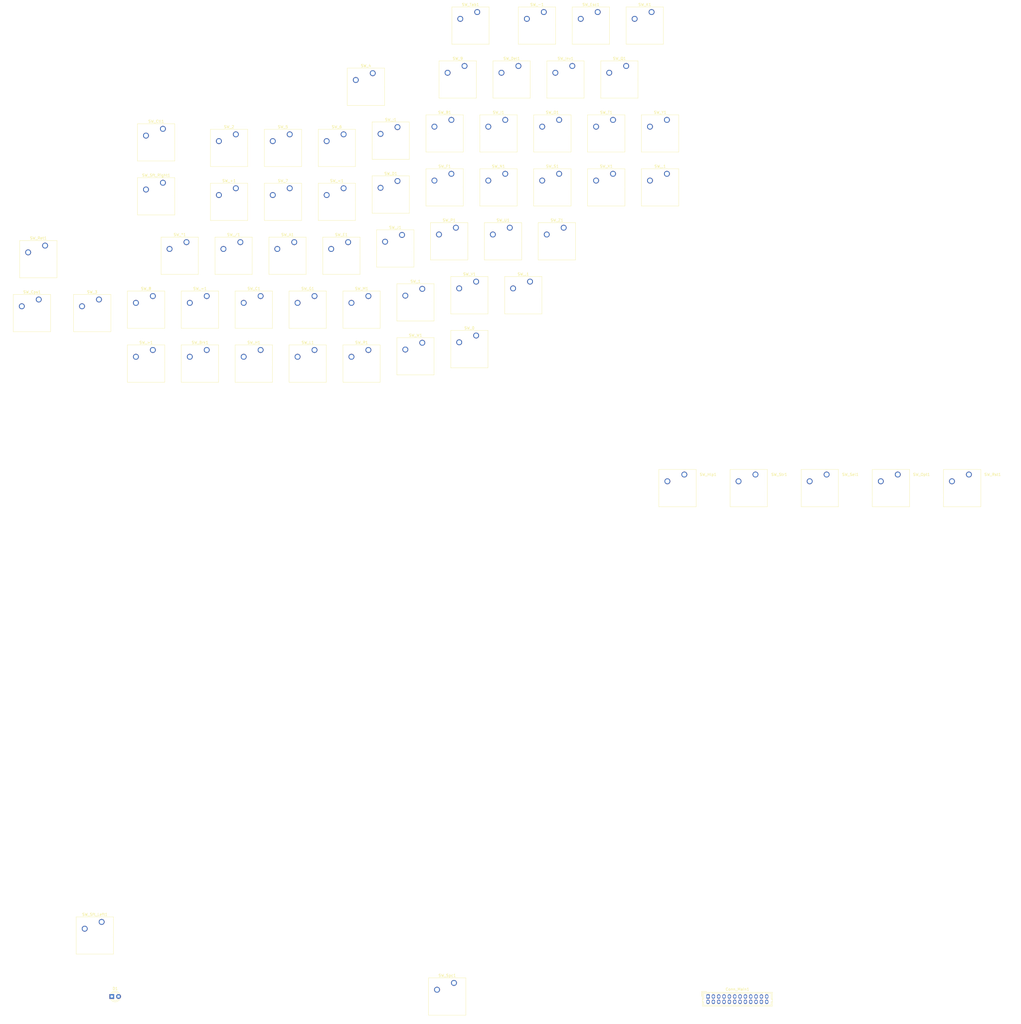
<source format=kicad_pcb>
(kicad_pcb (version 20171130) (host pcbnew "(5.1.9)-1")

  (general
    (thickness 1.6)
    (drawings 0)
    (tracks 0)
    (zones 0)
    (modules 64)
    (nets 25)
  )

  (page A3)
  (layers
    (0 F.Cu signal)
    (31 B.Cu signal)
    (32 B.Adhes user)
    (33 F.Adhes user)
    (34 B.Paste user)
    (35 F.Paste user)
    (36 B.SilkS user)
    (37 F.SilkS user)
    (38 B.Mask user)
    (39 F.Mask user)
    (40 Dwgs.User user)
    (41 Cmts.User user)
    (42 Eco1.User user)
    (43 Eco2.User user)
    (44 Edge.Cuts user)
    (45 Margin user)
    (46 B.CrtYd user)
    (47 F.CrtYd user)
    (48 B.Fab user)
    (49 F.Fab user)
  )

  (setup
    (last_trace_width 0.25)
    (trace_clearance 0.2)
    (zone_clearance 0.508)
    (zone_45_only no)
    (trace_min 0.2)
    (via_size 0.8)
    (via_drill 0.4)
    (via_min_size 0.4)
    (via_min_drill 0.3)
    (uvia_size 0.3)
    (uvia_drill 0.1)
    (uvias_allowed no)
    (uvia_min_size 0.2)
    (uvia_min_drill 0.1)
    (edge_width 0.05)
    (segment_width 0.2)
    (pcb_text_width 0.3)
    (pcb_text_size 1.5 1.5)
    (mod_edge_width 0.12)
    (mod_text_size 1 1)
    (mod_text_width 0.15)
    (pad_size 1.524 1.524)
    (pad_drill 0.762)
    (pad_to_mask_clearance 0)
    (aux_axis_origin 0 0)
    (visible_elements 7FFFFFFF)
    (pcbplotparams
      (layerselection 0x010fc_ffffffff)
      (usegerberextensions false)
      (usegerberattributes true)
      (usegerberadvancedattributes true)
      (creategerberjobfile true)
      (excludeedgelayer true)
      (linewidth 0.100000)
      (plotframeref false)
      (viasonmask false)
      (mode 1)
      (useauxorigin false)
      (hpglpennumber 1)
      (hpglpenspeed 20)
      (hpglpendiameter 15.000000)
      (psnegative false)
      (psa4output false)
      (plotreference true)
      (plotvalue true)
      (plotinvisibletext false)
      (padsonsilk false)
      (subtractmaskfromsilk false)
      (outputformat 1)
      (mirror false)
      (drillshape 1)
      (scaleselection 1)
      (outputdirectory ""))
  )

  (net 0 "")
  (net 1 "Net-(Conn_Main1-Pad1)")
  (net 2 "Net-(Conn_Main1-Pad3)")
  (net 3 "Net-(Conn_Main1-Pad5)")
  (net 4 "Net-(Conn_Main1-Pad7)")
  (net 5 "Net-(Conn_Main1-Pad9)")
  (net 6 "Net-(Conn_Main1-Pad11)")
  (net 7 "Net-(Conn_Main1-Pad13)")
  (net 8 "Net-(Conn_Main1-Pad15)")
  (net 9 "Net-(Conn_Main1-Pad17)")
  (net 10 "Net-(Conn_Main1-Pad19)")
  (net 11 "Net-(Conn_Main1-Pad21)")
  (net 12 "Net-(Conn_Main1-Pad23)")
  (net 13 "Net-(Conn_Main1-Pad2)")
  (net 14 "Net-(Conn_Main1-Pad4)")
  (net 15 "Net-(Conn_Main1-Pad6)")
  (net 16 "Net-(Conn_Main1-Pad8)")
  (net 17 "Net-(Conn_Main1-Pad10)")
  (net 18 "Net-(Conn_Main1-Pad12)")
  (net 19 "Net-(Conn_Main1-Pad14)")
  (net 20 "Net-(Conn_Main1-Pad16)")
  (net 21 "Net-(Conn_Main1-Pad18)")
  (net 22 "Net-(Conn_Main1-Pad20)")
  (net 23 "Net-(Conn_Main1-Pad22)")
  (net 24 "Net-(Conn_Main1-Pad24)")

  (net_class Default "This is the default net class."
    (clearance 0.2)
    (trace_width 0.25)
    (via_dia 0.8)
    (via_drill 0.4)
    (uvia_dia 0.3)
    (uvia_drill 0.1)
    (add_net "Net-(Conn_Main1-Pad1)")
    (add_net "Net-(Conn_Main1-Pad10)")
    (add_net "Net-(Conn_Main1-Pad11)")
    (add_net "Net-(Conn_Main1-Pad12)")
    (add_net "Net-(Conn_Main1-Pad13)")
    (add_net "Net-(Conn_Main1-Pad14)")
    (add_net "Net-(Conn_Main1-Pad15)")
    (add_net "Net-(Conn_Main1-Pad16)")
    (add_net "Net-(Conn_Main1-Pad17)")
    (add_net "Net-(Conn_Main1-Pad18)")
    (add_net "Net-(Conn_Main1-Pad19)")
    (add_net "Net-(Conn_Main1-Pad2)")
    (add_net "Net-(Conn_Main1-Pad20)")
    (add_net "Net-(Conn_Main1-Pad21)")
    (add_net "Net-(Conn_Main1-Pad22)")
    (add_net "Net-(Conn_Main1-Pad23)")
    (add_net "Net-(Conn_Main1-Pad24)")
    (add_net "Net-(Conn_Main1-Pad3)")
    (add_net "Net-(Conn_Main1-Pad4)")
    (add_net "Net-(Conn_Main1-Pad5)")
    (add_net "Net-(Conn_Main1-Pad6)")
    (add_net "Net-(Conn_Main1-Pad7)")
    (add_net "Net-(Conn_Main1-Pad8)")
    (add_net "Net-(Conn_Main1-Pad9)")
  )

  (module Connector_Hirose:Hirose_DF11-24DP-2DSA_2x12_P2.00mm_Vertical (layer F.Cu) (tedit 5D246640) (tstamp 607F21F4)
    (at 280.67 215.9)
    (descr "Hirose DF11 through hole, DF11-24DP-2DSA, 12 Pins per row (https://www.hirose.com/product/document?clcode=&productname=&series=DF11&documenttype=Catalog&lang=en&documentid=D31688_en), generated with kicad-footprint-generator")
    (tags "connector Hirose DF11 vertical")
    (path /6096F306)
    (fp_text reference Conn_Main1 (at 11 -2.7) (layer F.SilkS)
      (effects (font (size 1 1) (thickness 0.15)))
    )
    (fp_text value Conn_02x12_Counter_Clockwise_MountingPin (at 11 4.7) (layer F.Fab)
      (effects (font (size 1 1) (thickness 0.15)))
    )
    (fp_text user %R (at 11 2.8) (layer F.Fab)
      (effects (font (size 1 1) (thickness 0.15)))
    )
    (fp_line (start -2 -1.5) (end -2 3.5) (layer F.Fab) (width 0.1))
    (fp_line (start -2 3.5) (end 24 3.5) (layer F.Fab) (width 0.1))
    (fp_line (start 24 3.5) (end 24 -1.5) (layer F.Fab) (width 0.1))
    (fp_line (start 24 -1.5) (end -2 -1.5) (layer F.Fab) (width 0.1))
    (fp_line (start -0.5 -1.5) (end 0 -0.792893) (layer F.Fab) (width 0.1))
    (fp_line (start 0 -0.792893) (end 0.5 -1.5) (layer F.Fab) (width 0.1))
    (fp_line (start -2.1 -1.6) (end -2.1 3.6) (layer F.SilkS) (width 0.12))
    (fp_line (start -2.1 3.6) (end 24.1 3.6) (layer F.SilkS) (width 0.12))
    (fp_line (start 24.1 3.6) (end 24.1 -1.6) (layer F.SilkS) (width 0.12))
    (fp_line (start 24.1 -1.6) (end -2.1 -1.6) (layer F.SilkS) (width 0.12))
    (fp_line (start -2.41 0) (end -2.41 -1.91) (layer F.SilkS) (width 0.12))
    (fp_line (start -2.41 -1.91) (end -0.5 -1.91) (layer F.SilkS) (width 0.12))
    (fp_line (start -2.1 2) (end -1.7 2) (layer F.SilkS) (width 0.12))
    (fp_line (start -1.7 2) (end -1.7 3.2) (layer F.SilkS) (width 0.12))
    (fp_line (start -1.7 3.2) (end 23.7 3.2) (layer F.SilkS) (width 0.12))
    (fp_line (start 23.7 3.2) (end 23.7 2) (layer F.SilkS) (width 0.12))
    (fp_line (start 23.7 2) (end 24.1 2) (layer F.SilkS) (width 0.12))
    (fp_line (start -2.1 1) (end -1.7 1) (layer F.SilkS) (width 0.12))
    (fp_line (start -1.7 1) (end -1.7 -1.2) (layer F.SilkS) (width 0.12))
    (fp_line (start -1.7 -1.2) (end 0.5 -1.2) (layer F.SilkS) (width 0.12))
    (fp_line (start 0.5 -1.2) (end 0.5 -1.6) (layer F.SilkS) (width 0.12))
    (fp_line (start 24.1 1) (end 23.7 1) (layer F.SilkS) (width 0.12))
    (fp_line (start 23.7 1) (end 23.7 -1.2) (layer F.SilkS) (width 0.12))
    (fp_line (start 23.7 -1.2) (end 21.5 -1.2) (layer F.SilkS) (width 0.12))
    (fp_line (start 21.5 -1.2) (end 21.5 -1.6) (layer F.SilkS) (width 0.12))
    (fp_line (start 1.5 -1.6) (end 1.5 -1.2) (layer F.SilkS) (width 0.12))
    (fp_line (start 1.5 -1.2) (end 20.5 -1.2) (layer F.SilkS) (width 0.12))
    (fp_line (start 20.5 -1.2) (end 20.5 -1.6) (layer F.SilkS) (width 0.12))
    (fp_line (start -2.5 -2) (end -2.5 4) (layer F.CrtYd) (width 0.05))
    (fp_line (start -2.5 4) (end 24.5 4) (layer F.CrtYd) (width 0.05))
    (fp_line (start 24.5 4) (end 24.5 -2) (layer F.CrtYd) (width 0.05))
    (fp_line (start 24.5 -2) (end -2.5 -2) (layer F.CrtYd) (width 0.05))
    (pad 24 thru_hole oval (at 22 2) (size 1.2 1.65) (drill 0.85) (layers *.Cu *.Mask)
      (net 24 "Net-(Conn_Main1-Pad24)"))
    (pad 22 thru_hole oval (at 20 2) (size 1.2 1.65) (drill 0.85) (layers *.Cu *.Mask)
      (net 23 "Net-(Conn_Main1-Pad22)"))
    (pad 20 thru_hole oval (at 18 2) (size 1.2 1.65) (drill 0.85) (layers *.Cu *.Mask)
      (net 22 "Net-(Conn_Main1-Pad20)"))
    (pad 18 thru_hole oval (at 16 2) (size 1.2 1.65) (drill 0.85) (layers *.Cu *.Mask)
      (net 21 "Net-(Conn_Main1-Pad18)"))
    (pad 16 thru_hole oval (at 14 2) (size 1.2 1.65) (drill 0.85) (layers *.Cu *.Mask)
      (net 20 "Net-(Conn_Main1-Pad16)"))
    (pad 14 thru_hole oval (at 12 2) (size 1.2 1.65) (drill 0.85) (layers *.Cu *.Mask)
      (net 19 "Net-(Conn_Main1-Pad14)"))
    (pad 12 thru_hole oval (at 10 2) (size 1.2 1.65) (drill 0.85) (layers *.Cu *.Mask)
      (net 18 "Net-(Conn_Main1-Pad12)"))
    (pad 10 thru_hole oval (at 8 2) (size 1.2 1.65) (drill 0.85) (layers *.Cu *.Mask)
      (net 17 "Net-(Conn_Main1-Pad10)"))
    (pad 8 thru_hole oval (at 6 2) (size 1.2 1.65) (drill 0.85) (layers *.Cu *.Mask)
      (net 16 "Net-(Conn_Main1-Pad8)"))
    (pad 6 thru_hole oval (at 4 2) (size 1.2 1.65) (drill 0.85) (layers *.Cu *.Mask)
      (net 15 "Net-(Conn_Main1-Pad6)"))
    (pad 4 thru_hole oval (at 2 2) (size 1.2 1.65) (drill 0.85) (layers *.Cu *.Mask)
      (net 14 "Net-(Conn_Main1-Pad4)"))
    (pad 2 thru_hole oval (at 0 2) (size 1.2 1.65) (drill 0.85) (layers *.Cu *.Mask)
      (net 13 "Net-(Conn_Main1-Pad2)"))
    (pad 23 thru_hole oval (at 22 0) (size 1.2 1.65) (drill 0.85) (layers *.Cu *.Mask)
      (net 12 "Net-(Conn_Main1-Pad23)"))
    (pad 21 thru_hole oval (at 20 0) (size 1.2 1.65) (drill 0.85) (layers *.Cu *.Mask)
      (net 11 "Net-(Conn_Main1-Pad21)"))
    (pad 19 thru_hole oval (at 18 0) (size 1.2 1.65) (drill 0.85) (layers *.Cu *.Mask)
      (net 10 "Net-(Conn_Main1-Pad19)"))
    (pad 17 thru_hole oval (at 16 0) (size 1.2 1.65) (drill 0.85) (layers *.Cu *.Mask)
      (net 9 "Net-(Conn_Main1-Pad17)"))
    (pad 15 thru_hole oval (at 14 0) (size 1.2 1.65) (drill 0.85) (layers *.Cu *.Mask)
      (net 8 "Net-(Conn_Main1-Pad15)"))
    (pad 13 thru_hole oval (at 12 0) (size 1.2 1.65) (drill 0.85) (layers *.Cu *.Mask)
      (net 7 "Net-(Conn_Main1-Pad13)"))
    (pad 11 thru_hole oval (at 10 0) (size 1.2 1.65) (drill 0.85) (layers *.Cu *.Mask)
      (net 6 "Net-(Conn_Main1-Pad11)"))
    (pad 9 thru_hole oval (at 8 0) (size 1.2 1.65) (drill 0.85) (layers *.Cu *.Mask)
      (net 5 "Net-(Conn_Main1-Pad9)"))
    (pad 7 thru_hole oval (at 6 0) (size 1.2 1.65) (drill 0.85) (layers *.Cu *.Mask)
      (net 4 "Net-(Conn_Main1-Pad7)"))
    (pad 5 thru_hole oval (at 4 0) (size 1.2 1.65) (drill 0.85) (layers *.Cu *.Mask)
      (net 3 "Net-(Conn_Main1-Pad5)"))
    (pad 3 thru_hole oval (at 2 0) (size 1.2 1.65) (drill 0.85) (layers *.Cu *.Mask)
      (net 2 "Net-(Conn_Main1-Pad3)"))
    (pad 1 thru_hole roundrect (at 0 0) (size 1.2 1.65) (drill 0.85) (layers *.Cu *.Mask) (roundrect_rratio 0.208333)
      (net 1 "Net-(Conn_Main1-Pad1)"))
    (model ${KISYS3DMOD}/Connector_Hirose.3dshapes/Hirose_DF11-24DP-2DSA_2x12_P2.00mm_Vertical.wrl
      (at (xyz 0 0 0))
      (scale (xyz 1 1 1))
      (rotate (xyz 0 0 0))
    )
  )

  (module LED_THT:LED_D3.0mm (layer F.Cu) (tedit 587A3A7B) (tstamp 607F2207)
    (at 57.15 215.9)
    (descr "LED, diameter 3.0mm, 2 pins")
    (tags "LED diameter 3.0mm 2 pins")
    (path /608063CC)
    (fp_text reference D1 (at 1.27 -2.96) (layer F.SilkS)
      (effects (font (size 1 1) (thickness 0.15)))
    )
    (fp_text value LED (at 1.27 2.96) (layer F.Fab)
      (effects (font (size 1 1) (thickness 0.15)))
    )
    (fp_arc (start 1.27 0) (end 0.229039 1.08) (angle -87.9) (layer F.SilkS) (width 0.12))
    (fp_arc (start 1.27 0) (end 0.229039 -1.08) (angle 87.9) (layer F.SilkS) (width 0.12))
    (fp_arc (start 1.27 0) (end -0.29 1.235516) (angle -108.8) (layer F.SilkS) (width 0.12))
    (fp_arc (start 1.27 0) (end -0.29 -1.235516) (angle 108.8) (layer F.SilkS) (width 0.12))
    (fp_arc (start 1.27 0) (end -0.23 -1.16619) (angle 284.3) (layer F.Fab) (width 0.1))
    (fp_circle (center 1.27 0) (end 2.77 0) (layer F.Fab) (width 0.1))
    (fp_line (start -0.23 -1.16619) (end -0.23 1.16619) (layer F.Fab) (width 0.1))
    (fp_line (start -0.29 -1.236) (end -0.29 -1.08) (layer F.SilkS) (width 0.12))
    (fp_line (start -0.29 1.08) (end -0.29 1.236) (layer F.SilkS) (width 0.12))
    (fp_line (start -1.15 -2.25) (end -1.15 2.25) (layer F.CrtYd) (width 0.05))
    (fp_line (start -1.15 2.25) (end 3.7 2.25) (layer F.CrtYd) (width 0.05))
    (fp_line (start 3.7 2.25) (end 3.7 -2.25) (layer F.CrtYd) (width 0.05))
    (fp_line (start 3.7 -2.25) (end -1.15 -2.25) (layer F.CrtYd) (width 0.05))
    (pad 2 thru_hole circle (at 2.54 0) (size 1.8 1.8) (drill 0.9) (layers *.Cu *.Mask)
      (net 13 "Net-(Conn_Main1-Pad2)"))
    (pad 1 thru_hole rect (at 0 0) (size 1.8 1.8) (drill 0.9) (layers *.Cu *.Mask)
      (net 2 "Net-(Conn_Main1-Pad3)"))
    (model ${KISYS3DMOD}/LED_THT.3dshapes/LED_D3.0mm.wrl
      (at (xyz 0 0 0))
      (scale (xyz 1 1 1))
      (rotate (xyz 0 0 0))
    )
  )

  (module Button_Switch_Keyboard:SW_Cherry_MX_1.00u_PCB (layer F.Cu) (tedit 5A02FE24) (tstamp 607F2221)
    (at 193.740001 -31.759999)
    (descr "Cherry MX keyswitch, 1.00u, PCB mount, http://cherryamericas.com/wp-content/uploads/2014/12/mx_cat.pdf")
    (tags "Cherry MX keyswitch 1.00u PCB")
    (path /607E55E0)
    (fp_text reference SW_0 (at -2.54 -2.794) (layer F.SilkS)
      (effects (font (size 1 1) (thickness 0.15)))
    )
    (fp_text value SW_MEC_5G (at -2.54 12.954) (layer F.Fab)
      (effects (font (size 1 1) (thickness 0.15)))
    )
    (fp_text user %R (at -2.54 -2.794) (layer F.Fab)
      (effects (font (size 1 1) (thickness 0.15)))
    )
    (fp_line (start -8.89 -1.27) (end 3.81 -1.27) (layer F.Fab) (width 0.1))
    (fp_line (start 3.81 -1.27) (end 3.81 11.43) (layer F.Fab) (width 0.1))
    (fp_line (start 3.81 11.43) (end -8.89 11.43) (layer F.Fab) (width 0.1))
    (fp_line (start -8.89 11.43) (end -8.89 -1.27) (layer F.Fab) (width 0.1))
    (fp_line (start -9.14 11.68) (end -9.14 -1.52) (layer F.CrtYd) (width 0.05))
    (fp_line (start 4.06 11.68) (end -9.14 11.68) (layer F.CrtYd) (width 0.05))
    (fp_line (start 4.06 -1.52) (end 4.06 11.68) (layer F.CrtYd) (width 0.05))
    (fp_line (start -9.14 -1.52) (end 4.06 -1.52) (layer F.CrtYd) (width 0.05))
    (fp_line (start -12.065 -4.445) (end 6.985 -4.445) (layer Dwgs.User) (width 0.15))
    (fp_line (start 6.985 -4.445) (end 6.985 14.605) (layer Dwgs.User) (width 0.15))
    (fp_line (start 6.985 14.605) (end -12.065 14.605) (layer Dwgs.User) (width 0.15))
    (fp_line (start -12.065 14.605) (end -12.065 -4.445) (layer Dwgs.User) (width 0.15))
    (fp_line (start -9.525 -1.905) (end 4.445 -1.905) (layer F.SilkS) (width 0.12))
    (fp_line (start 4.445 -1.905) (end 4.445 12.065) (layer F.SilkS) (width 0.12))
    (fp_line (start 4.445 12.065) (end -9.525 12.065) (layer F.SilkS) (width 0.12))
    (fp_line (start -9.525 12.065) (end -9.525 -1.905) (layer F.SilkS) (width 0.12))
    (pad "" np_thru_hole circle (at 2.54 5.08) (size 1.7 1.7) (drill 1.7) (layers *.Cu *.Mask))
    (pad "" np_thru_hole circle (at -7.62 5.08) (size 1.7 1.7) (drill 1.7) (layers *.Cu *.Mask))
    (pad "" np_thru_hole circle (at -2.54 5.08) (size 4 4) (drill 4) (layers *.Cu *.Mask))
    (pad 2 thru_hole circle (at -6.35 2.54) (size 2.2 2.2) (drill 1.5) (layers *.Cu *.Mask)
      (net 17 "Net-(Conn_Main1-Pad10)"))
    (pad 1 thru_hole circle (at 0 0) (size 2.2 2.2) (drill 1.5) (layers *.Cu *.Mask)
      (net 17 "Net-(Conn_Main1-Pad10)"))
    (model ${KISYS3DMOD}/Button_Switch_Keyboard.3dshapes/SW_Cherry_MX_1.00u_PCB.wrl
      (at (xyz 0 0 0))
      (scale (xyz 1 1 1))
      (rotate (xyz 0 0 0))
    )
  )

  (module Button_Switch_Keyboard:SW_Cherry_MX_1.00u_PCB (layer F.Cu) (tedit 5A02FE24) (tstamp 607F223B)
    (at 213.940001 -51.959999)
    (descr "Cherry MX keyswitch, 1.00u, PCB mount, http://cherryamericas.com/wp-content/uploads/2014/12/mx_cat.pdf")
    (tags "Cherry MX keyswitch 1.00u PCB")
    (path /608034B2)
    (fp_text reference SW_.1 (at -2.54 -2.794) (layer F.SilkS)
      (effects (font (size 1 1) (thickness 0.15)))
    )
    (fp_text value SW_MEC_5G (at -2.54 12.954) (layer F.Fab)
      (effects (font (size 1 1) (thickness 0.15)))
    )
    (fp_text user %R (at -2.54 -2.794) (layer F.Fab)
      (effects (font (size 1 1) (thickness 0.15)))
    )
    (fp_line (start -8.89 -1.27) (end 3.81 -1.27) (layer F.Fab) (width 0.1))
    (fp_line (start 3.81 -1.27) (end 3.81 11.43) (layer F.Fab) (width 0.1))
    (fp_line (start 3.81 11.43) (end -8.89 11.43) (layer F.Fab) (width 0.1))
    (fp_line (start -8.89 11.43) (end -8.89 -1.27) (layer F.Fab) (width 0.1))
    (fp_line (start -9.14 11.68) (end -9.14 -1.52) (layer F.CrtYd) (width 0.05))
    (fp_line (start 4.06 11.68) (end -9.14 11.68) (layer F.CrtYd) (width 0.05))
    (fp_line (start 4.06 -1.52) (end 4.06 11.68) (layer F.CrtYd) (width 0.05))
    (fp_line (start -9.14 -1.52) (end 4.06 -1.52) (layer F.CrtYd) (width 0.05))
    (fp_line (start -12.065 -4.445) (end 6.985 -4.445) (layer Dwgs.User) (width 0.15))
    (fp_line (start 6.985 -4.445) (end 6.985 14.605) (layer Dwgs.User) (width 0.15))
    (fp_line (start 6.985 14.605) (end -12.065 14.605) (layer Dwgs.User) (width 0.15))
    (fp_line (start -12.065 14.605) (end -12.065 -4.445) (layer Dwgs.User) (width 0.15))
    (fp_line (start -9.525 -1.905) (end 4.445 -1.905) (layer F.SilkS) (width 0.12))
    (fp_line (start 4.445 -1.905) (end 4.445 12.065) (layer F.SilkS) (width 0.12))
    (fp_line (start 4.445 12.065) (end -9.525 12.065) (layer F.SilkS) (width 0.12))
    (fp_line (start -9.525 12.065) (end -9.525 -1.905) (layer F.SilkS) (width 0.12))
    (pad "" np_thru_hole circle (at 2.54 5.08) (size 1.7 1.7) (drill 1.7) (layers *.Cu *.Mask))
    (pad "" np_thru_hole circle (at -7.62 5.08) (size 1.7 1.7) (drill 1.7) (layers *.Cu *.Mask))
    (pad "" np_thru_hole circle (at -2.54 5.08) (size 4 4) (drill 4) (layers *.Cu *.Mask))
    (pad 2 thru_hole circle (at -6.35 2.54) (size 2.2 2.2) (drill 1.5) (layers *.Cu *.Mask)
      (net 17 "Net-(Conn_Main1-Pad10)"))
    (pad 1 thru_hole circle (at 0 0) (size 2.2 2.2) (drill 1.5) (layers *.Cu *.Mask)
      (net 17 "Net-(Conn_Main1-Pad10)"))
    (model ${KISYS3DMOD}/Button_Switch_Keyboard.3dshapes/SW_Cherry_MX_1.00u_PCB.wrl
      (at (xyz 0 0 0))
      (scale (xyz 1 1 1))
      (rotate (xyz 0 0 0))
    )
  )

  (module Button_Switch_Keyboard:SW_Cherry_MX_1.00u_PCB (layer F.Cu) (tedit 5A02FE24) (tstamp 607F2255)
    (at 265.250001 -92.359999)
    (descr "Cherry MX keyswitch, 1.00u, PCB mount, http://cherryamericas.com/wp-content/uploads/2014/12/mx_cat.pdf")
    (tags "Cherry MX keyswitch 1.00u PCB")
    (path /608034AC)
    (fp_text reference SW_,1 (at -2.54 -2.794) (layer F.SilkS)
      (effects (font (size 1 1) (thickness 0.15)))
    )
    (fp_text value SW_MEC_5G (at -2.54 12.954) (layer F.Fab)
      (effects (font (size 1 1) (thickness 0.15)))
    )
    (fp_text user %R (at -2.54 -2.794) (layer F.Fab)
      (effects (font (size 1 1) (thickness 0.15)))
    )
    (fp_line (start -8.89 -1.27) (end 3.81 -1.27) (layer F.Fab) (width 0.1))
    (fp_line (start 3.81 -1.27) (end 3.81 11.43) (layer F.Fab) (width 0.1))
    (fp_line (start 3.81 11.43) (end -8.89 11.43) (layer F.Fab) (width 0.1))
    (fp_line (start -8.89 11.43) (end -8.89 -1.27) (layer F.Fab) (width 0.1))
    (fp_line (start -9.14 11.68) (end -9.14 -1.52) (layer F.CrtYd) (width 0.05))
    (fp_line (start 4.06 11.68) (end -9.14 11.68) (layer F.CrtYd) (width 0.05))
    (fp_line (start 4.06 -1.52) (end 4.06 11.68) (layer F.CrtYd) (width 0.05))
    (fp_line (start -9.14 -1.52) (end 4.06 -1.52) (layer F.CrtYd) (width 0.05))
    (fp_line (start -12.065 -4.445) (end 6.985 -4.445) (layer Dwgs.User) (width 0.15))
    (fp_line (start 6.985 -4.445) (end 6.985 14.605) (layer Dwgs.User) (width 0.15))
    (fp_line (start 6.985 14.605) (end -12.065 14.605) (layer Dwgs.User) (width 0.15))
    (fp_line (start -12.065 14.605) (end -12.065 -4.445) (layer Dwgs.User) (width 0.15))
    (fp_line (start -9.525 -1.905) (end 4.445 -1.905) (layer F.SilkS) (width 0.12))
    (fp_line (start 4.445 -1.905) (end 4.445 12.065) (layer F.SilkS) (width 0.12))
    (fp_line (start 4.445 12.065) (end -9.525 12.065) (layer F.SilkS) (width 0.12))
    (fp_line (start -9.525 12.065) (end -9.525 -1.905) (layer F.SilkS) (width 0.12))
    (pad "" np_thru_hole circle (at 2.54 5.08) (size 1.7 1.7) (drill 1.7) (layers *.Cu *.Mask))
    (pad "" np_thru_hole circle (at -7.62 5.08) (size 1.7 1.7) (drill 1.7) (layers *.Cu *.Mask))
    (pad "" np_thru_hole circle (at -2.54 5.08) (size 4 4) (drill 4) (layers *.Cu *.Mask))
    (pad 2 thru_hole circle (at -6.35 2.54) (size 2.2 2.2) (drill 1.5) (layers *.Cu *.Mask)
      (net 5 "Net-(Conn_Main1-Pad9)"))
    (pad 1 thru_hole circle (at 0 0) (size 2.2 2.2) (drill 1.5) (layers *.Cu *.Mask)
      (net 5 "Net-(Conn_Main1-Pad9)"))
    (model ${KISYS3DMOD}/Button_Switch_Keyboard.3dshapes/SW_Cherry_MX_1.00u_PCB.wrl
      (at (xyz 0 0 0))
      (scale (xyz 1 1 1))
      (rotate (xyz 0 0 0))
    )
  )

  (module Button_Switch_Keyboard:SW_Cherry_MX_1.00u_PCB (layer F.Cu) (tedit 5A02FE24) (tstamp 607F226F)
    (at 173.540001 -49.249999)
    (descr "Cherry MX keyswitch, 1.00u, PCB mount, http://cherryamericas.com/wp-content/uploads/2014/12/mx_cat.pdf")
    (tags "Cherry MX keyswitch 1.00u PCB")
    (path /607EEDF7)
    (fp_text reference SW_1 (at -2.54 -2.794) (layer F.SilkS)
      (effects (font (size 1 1) (thickness 0.15)))
    )
    (fp_text value SW_MEC_5G (at -2.54 12.954) (layer F.Fab)
      (effects (font (size 1 1) (thickness 0.15)))
    )
    (fp_text user %R (at -2.54 -2.794) (layer F.Fab)
      (effects (font (size 1 1) (thickness 0.15)))
    )
    (fp_line (start -8.89 -1.27) (end 3.81 -1.27) (layer F.Fab) (width 0.1))
    (fp_line (start 3.81 -1.27) (end 3.81 11.43) (layer F.Fab) (width 0.1))
    (fp_line (start 3.81 11.43) (end -8.89 11.43) (layer F.Fab) (width 0.1))
    (fp_line (start -8.89 11.43) (end -8.89 -1.27) (layer F.Fab) (width 0.1))
    (fp_line (start -9.14 11.68) (end -9.14 -1.52) (layer F.CrtYd) (width 0.05))
    (fp_line (start 4.06 11.68) (end -9.14 11.68) (layer F.CrtYd) (width 0.05))
    (fp_line (start 4.06 -1.52) (end 4.06 11.68) (layer F.CrtYd) (width 0.05))
    (fp_line (start -9.14 -1.52) (end 4.06 -1.52) (layer F.CrtYd) (width 0.05))
    (fp_line (start -12.065 -4.445) (end 6.985 -4.445) (layer Dwgs.User) (width 0.15))
    (fp_line (start 6.985 -4.445) (end 6.985 14.605) (layer Dwgs.User) (width 0.15))
    (fp_line (start 6.985 14.605) (end -12.065 14.605) (layer Dwgs.User) (width 0.15))
    (fp_line (start -12.065 14.605) (end -12.065 -4.445) (layer Dwgs.User) (width 0.15))
    (fp_line (start -9.525 -1.905) (end 4.445 -1.905) (layer F.SilkS) (width 0.12))
    (fp_line (start 4.445 -1.905) (end 4.445 12.065) (layer F.SilkS) (width 0.12))
    (fp_line (start 4.445 12.065) (end -9.525 12.065) (layer F.SilkS) (width 0.12))
    (fp_line (start -9.525 12.065) (end -9.525 -1.905) (layer F.SilkS) (width 0.12))
    (pad "" np_thru_hole circle (at 2.54 5.08) (size 1.7 1.7) (drill 1.7) (layers *.Cu *.Mask))
    (pad "" np_thru_hole circle (at -7.62 5.08) (size 1.7 1.7) (drill 1.7) (layers *.Cu *.Mask))
    (pad "" np_thru_hole circle (at -2.54 5.08) (size 4 4) (drill 4) (layers *.Cu *.Mask))
    (pad 2 thru_hole circle (at -6.35 2.54) (size 2.2 2.2) (drill 1.5) (layers *.Cu *.Mask)
      (net 9 "Net-(Conn_Main1-Pad17)"))
    (pad 1 thru_hole circle (at 0 0) (size 2.2 2.2) (drill 1.5) (layers *.Cu *.Mask)
      (net 9 "Net-(Conn_Main1-Pad17)"))
    (model ${KISYS3DMOD}/Button_Switch_Keyboard.3dshapes/SW_Cherry_MX_1.00u_PCB.wrl
      (at (xyz 0 0 0))
      (scale (xyz 1 1 1))
      (rotate (xyz 0 0 0))
    )
  )

  (module Button_Switch_Keyboard:SW_Cherry_MX_1.00u_PCB (layer F.Cu) (tedit 5A02FE24) (tstamp 607F2289)
    (at 103.650001 -107.139999)
    (descr "Cherry MX keyswitch, 1.00u, PCB mount, http://cherryamericas.com/wp-content/uploads/2014/12/mx_cat.pdf")
    (tags "Cherry MX keyswitch 1.00u PCB")
    (path /607EC9C7)
    (fp_text reference SW_2 (at -2.54 -2.794) (layer F.SilkS)
      (effects (font (size 1 1) (thickness 0.15)))
    )
    (fp_text value SW_MEC_5G (at -2.54 12.954) (layer F.Fab)
      (effects (font (size 1 1) (thickness 0.15)))
    )
    (fp_text user %R (at -2.54 -2.794) (layer F.Fab)
      (effects (font (size 1 1) (thickness 0.15)))
    )
    (fp_line (start -8.89 -1.27) (end 3.81 -1.27) (layer F.Fab) (width 0.1))
    (fp_line (start 3.81 -1.27) (end 3.81 11.43) (layer F.Fab) (width 0.1))
    (fp_line (start 3.81 11.43) (end -8.89 11.43) (layer F.Fab) (width 0.1))
    (fp_line (start -8.89 11.43) (end -8.89 -1.27) (layer F.Fab) (width 0.1))
    (fp_line (start -9.14 11.68) (end -9.14 -1.52) (layer F.CrtYd) (width 0.05))
    (fp_line (start 4.06 11.68) (end -9.14 11.68) (layer F.CrtYd) (width 0.05))
    (fp_line (start 4.06 -1.52) (end 4.06 11.68) (layer F.CrtYd) (width 0.05))
    (fp_line (start -9.14 -1.52) (end 4.06 -1.52) (layer F.CrtYd) (width 0.05))
    (fp_line (start -12.065 -4.445) (end 6.985 -4.445) (layer Dwgs.User) (width 0.15))
    (fp_line (start 6.985 -4.445) (end 6.985 14.605) (layer Dwgs.User) (width 0.15))
    (fp_line (start 6.985 14.605) (end -12.065 14.605) (layer Dwgs.User) (width 0.15))
    (fp_line (start -12.065 14.605) (end -12.065 -4.445) (layer Dwgs.User) (width 0.15))
    (fp_line (start -9.525 -1.905) (end 4.445 -1.905) (layer F.SilkS) (width 0.12))
    (fp_line (start 4.445 -1.905) (end 4.445 12.065) (layer F.SilkS) (width 0.12))
    (fp_line (start 4.445 12.065) (end -9.525 12.065) (layer F.SilkS) (width 0.12))
    (fp_line (start -9.525 12.065) (end -9.525 -1.905) (layer F.SilkS) (width 0.12))
    (pad "" np_thru_hole circle (at 2.54 5.08) (size 1.7 1.7) (drill 1.7) (layers *.Cu *.Mask))
    (pad "" np_thru_hole circle (at -7.62 5.08) (size 1.7 1.7) (drill 1.7) (layers *.Cu *.Mask))
    (pad "" np_thru_hole circle (at -2.54 5.08) (size 4 4) (drill 4) (layers *.Cu *.Mask))
    (pad 2 thru_hole circle (at -6.35 2.54) (size 2.2 2.2) (drill 1.5) (layers *.Cu *.Mask)
      (net 6 "Net-(Conn_Main1-Pad11)"))
    (pad 1 thru_hole circle (at 0 0) (size 2.2 2.2) (drill 1.5) (layers *.Cu *.Mask)
      (net 6 "Net-(Conn_Main1-Pad11)"))
    (model ${KISYS3DMOD}/Button_Switch_Keyboard.3dshapes/SW_Cherry_MX_1.00u_PCB.wrl
      (at (xyz 0 0 0))
      (scale (xyz 1 1 1))
      (rotate (xyz 0 0 0))
    )
  )

  (module Button_Switch_Keyboard:SW_Cherry_MX_1.00u_PCB (layer F.Cu) (tedit 5A02FE24) (tstamp 607F22A3)
    (at 52.340001 -45.259999)
    (descr "Cherry MX keyswitch, 1.00u, PCB mount, http://cherryamericas.com/wp-content/uploads/2014/12/mx_cat.pdf")
    (tags "Cherry MX keyswitch 1.00u PCB")
    (path /607EC9C1)
    (fp_text reference SW_3 (at -2.54 -2.794) (layer F.SilkS)
      (effects (font (size 1 1) (thickness 0.15)))
    )
    (fp_text value SW_MEC_5G (at -2.54 12.954) (layer F.Fab)
      (effects (font (size 1 1) (thickness 0.15)))
    )
    (fp_text user %R (at -2.54 -2.794) (layer F.Fab)
      (effects (font (size 1 1) (thickness 0.15)))
    )
    (fp_line (start -8.89 -1.27) (end 3.81 -1.27) (layer F.Fab) (width 0.1))
    (fp_line (start 3.81 -1.27) (end 3.81 11.43) (layer F.Fab) (width 0.1))
    (fp_line (start 3.81 11.43) (end -8.89 11.43) (layer F.Fab) (width 0.1))
    (fp_line (start -8.89 11.43) (end -8.89 -1.27) (layer F.Fab) (width 0.1))
    (fp_line (start -9.14 11.68) (end -9.14 -1.52) (layer F.CrtYd) (width 0.05))
    (fp_line (start 4.06 11.68) (end -9.14 11.68) (layer F.CrtYd) (width 0.05))
    (fp_line (start 4.06 -1.52) (end 4.06 11.68) (layer F.CrtYd) (width 0.05))
    (fp_line (start -9.14 -1.52) (end 4.06 -1.52) (layer F.CrtYd) (width 0.05))
    (fp_line (start -12.065 -4.445) (end 6.985 -4.445) (layer Dwgs.User) (width 0.15))
    (fp_line (start 6.985 -4.445) (end 6.985 14.605) (layer Dwgs.User) (width 0.15))
    (fp_line (start 6.985 14.605) (end -12.065 14.605) (layer Dwgs.User) (width 0.15))
    (fp_line (start -12.065 14.605) (end -12.065 -4.445) (layer Dwgs.User) (width 0.15))
    (fp_line (start -9.525 -1.905) (end 4.445 -1.905) (layer F.SilkS) (width 0.12))
    (fp_line (start 4.445 -1.905) (end 4.445 12.065) (layer F.SilkS) (width 0.12))
    (fp_line (start 4.445 12.065) (end -9.525 12.065) (layer F.SilkS) (width 0.12))
    (fp_line (start -9.525 12.065) (end -9.525 -1.905) (layer F.SilkS) (width 0.12))
    (pad "" np_thru_hole circle (at 2.54 5.08) (size 1.7 1.7) (drill 1.7) (layers *.Cu *.Mask))
    (pad "" np_thru_hole circle (at -7.62 5.08) (size 1.7 1.7) (drill 1.7) (layers *.Cu *.Mask))
    (pad "" np_thru_hole circle (at -2.54 5.08) (size 4 4) (drill 4) (layers *.Cu *.Mask))
    (pad 2 thru_hole circle (at -6.35 2.54) (size 2.2 2.2) (drill 1.5) (layers *.Cu *.Mask)
      (net 17 "Net-(Conn_Main1-Pad10)"))
    (pad 1 thru_hole circle (at 0 0) (size 2.2 2.2) (drill 1.5) (layers *.Cu *.Mask)
      (net 17 "Net-(Conn_Main1-Pad10)"))
    (model ${KISYS3DMOD}/Button_Switch_Keyboard.3dshapes/SW_Cherry_MX_1.00u_PCB.wrl
      (at (xyz 0 0 0))
      (scale (xyz 1 1 1))
      (rotate (xyz 0 0 0))
    )
  )

  (module Button_Switch_Keyboard:SW_Cherry_MX_1.00u_PCB (layer F.Cu) (tedit 5A02FE24) (tstamp 607F22BD)
    (at 154.970001 -130.049999)
    (descr "Cherry MX keyswitch, 1.00u, PCB mount, http://cherryamericas.com/wp-content/uploads/2014/12/mx_cat.pdf")
    (tags "Cherry MX keyswitch 1.00u PCB")
    (path /607EC9BB)
    (fp_text reference SW_4 (at -2.54 -2.794) (layer F.SilkS)
      (effects (font (size 1 1) (thickness 0.15)))
    )
    (fp_text value SW_MEC_5G (at -2.54 12.954) (layer F.Fab)
      (effects (font (size 1 1) (thickness 0.15)))
    )
    (fp_text user %R (at -2.54 -2.794) (layer F.Fab)
      (effects (font (size 1 1) (thickness 0.15)))
    )
    (fp_line (start -8.89 -1.27) (end 3.81 -1.27) (layer F.Fab) (width 0.1))
    (fp_line (start 3.81 -1.27) (end 3.81 11.43) (layer F.Fab) (width 0.1))
    (fp_line (start 3.81 11.43) (end -8.89 11.43) (layer F.Fab) (width 0.1))
    (fp_line (start -8.89 11.43) (end -8.89 -1.27) (layer F.Fab) (width 0.1))
    (fp_line (start -9.14 11.68) (end -9.14 -1.52) (layer F.CrtYd) (width 0.05))
    (fp_line (start 4.06 11.68) (end -9.14 11.68) (layer F.CrtYd) (width 0.05))
    (fp_line (start 4.06 -1.52) (end 4.06 11.68) (layer F.CrtYd) (width 0.05))
    (fp_line (start -9.14 -1.52) (end 4.06 -1.52) (layer F.CrtYd) (width 0.05))
    (fp_line (start -12.065 -4.445) (end 6.985 -4.445) (layer Dwgs.User) (width 0.15))
    (fp_line (start 6.985 -4.445) (end 6.985 14.605) (layer Dwgs.User) (width 0.15))
    (fp_line (start 6.985 14.605) (end -12.065 14.605) (layer Dwgs.User) (width 0.15))
    (fp_line (start -12.065 14.605) (end -12.065 -4.445) (layer Dwgs.User) (width 0.15))
    (fp_line (start -9.525 -1.905) (end 4.445 -1.905) (layer F.SilkS) (width 0.12))
    (fp_line (start 4.445 -1.905) (end 4.445 12.065) (layer F.SilkS) (width 0.12))
    (fp_line (start 4.445 12.065) (end -9.525 12.065) (layer F.SilkS) (width 0.12))
    (fp_line (start -9.525 12.065) (end -9.525 -1.905) (layer F.SilkS) (width 0.12))
    (pad "" np_thru_hole circle (at 2.54 5.08) (size 1.7 1.7) (drill 1.7) (layers *.Cu *.Mask))
    (pad "" np_thru_hole circle (at -7.62 5.08) (size 1.7 1.7) (drill 1.7) (layers *.Cu *.Mask))
    (pad "" np_thru_hole circle (at -2.54 5.08) (size 4 4) (drill 4) (layers *.Cu *.Mask))
    (pad 2 thru_hole circle (at -6.35 2.54) (size 2.2 2.2) (drill 1.5) (layers *.Cu *.Mask)
      (net 5 "Net-(Conn_Main1-Pad9)"))
    (pad 1 thru_hole circle (at 0 0) (size 2.2 2.2) (drill 1.5) (layers *.Cu *.Mask)
      (net 5 "Net-(Conn_Main1-Pad9)"))
    (model ${KISYS3DMOD}/Button_Switch_Keyboard.3dshapes/SW_Cherry_MX_1.00u_PCB.wrl
      (at (xyz 0 0 0))
      (scale (xyz 1 1 1))
      (rotate (xyz 0 0 0))
    )
  )

  (module Button_Switch_Keyboard:SW_Cherry_MX_1.00u_PCB (layer F.Cu) (tedit 5A02FE24) (tstamp 607F22D7)
    (at 123.850001 -107.139999)
    (descr "Cherry MX keyswitch, 1.00u, PCB mount, http://cherryamericas.com/wp-content/uploads/2014/12/mx_cat.pdf")
    (tags "Cherry MX keyswitch 1.00u PCB")
    (path /607EC9B5)
    (fp_text reference SW_5 (at -2.54 -2.794) (layer F.SilkS)
      (effects (font (size 1 1) (thickness 0.15)))
    )
    (fp_text value SW_MEC_5G (at -2.54 12.954) (layer F.Fab)
      (effects (font (size 1 1) (thickness 0.15)))
    )
    (fp_text user %R (at -2.54 -2.794) (layer F.Fab)
      (effects (font (size 1 1) (thickness 0.15)))
    )
    (fp_line (start -8.89 -1.27) (end 3.81 -1.27) (layer F.Fab) (width 0.1))
    (fp_line (start 3.81 -1.27) (end 3.81 11.43) (layer F.Fab) (width 0.1))
    (fp_line (start 3.81 11.43) (end -8.89 11.43) (layer F.Fab) (width 0.1))
    (fp_line (start -8.89 11.43) (end -8.89 -1.27) (layer F.Fab) (width 0.1))
    (fp_line (start -9.14 11.68) (end -9.14 -1.52) (layer F.CrtYd) (width 0.05))
    (fp_line (start 4.06 11.68) (end -9.14 11.68) (layer F.CrtYd) (width 0.05))
    (fp_line (start 4.06 -1.52) (end 4.06 11.68) (layer F.CrtYd) (width 0.05))
    (fp_line (start -9.14 -1.52) (end 4.06 -1.52) (layer F.CrtYd) (width 0.05))
    (fp_line (start -12.065 -4.445) (end 6.985 -4.445) (layer Dwgs.User) (width 0.15))
    (fp_line (start 6.985 -4.445) (end 6.985 14.605) (layer Dwgs.User) (width 0.15))
    (fp_line (start 6.985 14.605) (end -12.065 14.605) (layer Dwgs.User) (width 0.15))
    (fp_line (start -12.065 14.605) (end -12.065 -4.445) (layer Dwgs.User) (width 0.15))
    (fp_line (start -9.525 -1.905) (end 4.445 -1.905) (layer F.SilkS) (width 0.12))
    (fp_line (start 4.445 -1.905) (end 4.445 12.065) (layer F.SilkS) (width 0.12))
    (fp_line (start 4.445 12.065) (end -9.525 12.065) (layer F.SilkS) (width 0.12))
    (fp_line (start -9.525 12.065) (end -9.525 -1.905) (layer F.SilkS) (width 0.12))
    (pad "" np_thru_hole circle (at 2.54 5.08) (size 1.7 1.7) (drill 1.7) (layers *.Cu *.Mask))
    (pad "" np_thru_hole circle (at -7.62 5.08) (size 1.7 1.7) (drill 1.7) (layers *.Cu *.Mask))
    (pad "" np_thru_hole circle (at -2.54 5.08) (size 4 4) (drill 4) (layers *.Cu *.Mask))
    (pad 2 thru_hole circle (at -6.35 2.54) (size 2.2 2.2) (drill 1.5) (layers *.Cu *.Mask)
      (net 16 "Net-(Conn_Main1-Pad8)"))
    (pad 1 thru_hole circle (at 0 0) (size 2.2 2.2) (drill 1.5) (layers *.Cu *.Mask)
      (net 16 "Net-(Conn_Main1-Pad8)"))
    (model ${KISYS3DMOD}/Button_Switch_Keyboard.3dshapes/SW_Cherry_MX_1.00u_PCB.wrl
      (at (xyz 0 0 0))
      (scale (xyz 1 1 1))
      (rotate (xyz 0 0 0))
    )
  )

  (module Button_Switch_Keyboard:SW_Cherry_MX_1.00u_PCB (layer F.Cu) (tedit 5A02FE24) (tstamp 607F22F1)
    (at 144.050001 -107.139999)
    (descr "Cherry MX keyswitch, 1.00u, PCB mount, http://cherryamericas.com/wp-content/uploads/2014/12/mx_cat.pdf")
    (tags "Cherry MX keyswitch 1.00u PCB")
    (path /607EC9AF)
    (fp_text reference SW_6 (at -2.54 -2.794) (layer F.SilkS)
      (effects (font (size 1 1) (thickness 0.15)))
    )
    (fp_text value SW_MEC_5G (at -2.54 12.954) (layer F.Fab)
      (effects (font (size 1 1) (thickness 0.15)))
    )
    (fp_text user %R (at -2.54 -2.794) (layer F.Fab)
      (effects (font (size 1 1) (thickness 0.15)))
    )
    (fp_line (start -8.89 -1.27) (end 3.81 -1.27) (layer F.Fab) (width 0.1))
    (fp_line (start 3.81 -1.27) (end 3.81 11.43) (layer F.Fab) (width 0.1))
    (fp_line (start 3.81 11.43) (end -8.89 11.43) (layer F.Fab) (width 0.1))
    (fp_line (start -8.89 11.43) (end -8.89 -1.27) (layer F.Fab) (width 0.1))
    (fp_line (start -9.14 11.68) (end -9.14 -1.52) (layer F.CrtYd) (width 0.05))
    (fp_line (start 4.06 11.68) (end -9.14 11.68) (layer F.CrtYd) (width 0.05))
    (fp_line (start 4.06 -1.52) (end 4.06 11.68) (layer F.CrtYd) (width 0.05))
    (fp_line (start -9.14 -1.52) (end 4.06 -1.52) (layer F.CrtYd) (width 0.05))
    (fp_line (start -12.065 -4.445) (end 6.985 -4.445) (layer Dwgs.User) (width 0.15))
    (fp_line (start 6.985 -4.445) (end 6.985 14.605) (layer Dwgs.User) (width 0.15))
    (fp_line (start 6.985 14.605) (end -12.065 14.605) (layer Dwgs.User) (width 0.15))
    (fp_line (start -12.065 14.605) (end -12.065 -4.445) (layer Dwgs.User) (width 0.15))
    (fp_line (start -9.525 -1.905) (end 4.445 -1.905) (layer F.SilkS) (width 0.12))
    (fp_line (start 4.445 -1.905) (end 4.445 12.065) (layer F.SilkS) (width 0.12))
    (fp_line (start 4.445 12.065) (end -9.525 12.065) (layer F.SilkS) (width 0.12))
    (fp_line (start -9.525 12.065) (end -9.525 -1.905) (layer F.SilkS) (width 0.12))
    (pad "" np_thru_hole circle (at 2.54 5.08) (size 1.7 1.7) (drill 1.7) (layers *.Cu *.Mask))
    (pad "" np_thru_hole circle (at -7.62 5.08) (size 1.7 1.7) (drill 1.7) (layers *.Cu *.Mask))
    (pad "" np_thru_hole circle (at -2.54 5.08) (size 4 4) (drill 4) (layers *.Cu *.Mask))
    (pad 2 thru_hole circle (at -6.35 2.54) (size 2.2 2.2) (drill 1.5) (layers *.Cu *.Mask)
      (net 10 "Net-(Conn_Main1-Pad19)"))
    (pad 1 thru_hole circle (at 0 0) (size 2.2 2.2) (drill 1.5) (layers *.Cu *.Mask)
      (net 10 "Net-(Conn_Main1-Pad19)"))
    (model ${KISYS3DMOD}/Button_Switch_Keyboard.3dshapes/SW_Cherry_MX_1.00u_PCB.wrl
      (at (xyz 0 0 0))
      (scale (xyz 1 1 1))
      (rotate (xyz 0 0 0))
    )
  )

  (module Button_Switch_Keyboard:SW_Cherry_MX_1.00u_PCB (layer F.Cu) (tedit 5A02FE24) (tstamp 607F230B)
    (at 123.850001 -86.939999)
    (descr "Cherry MX keyswitch, 1.00u, PCB mount, http://cherryamericas.com/wp-content/uploads/2014/12/mx_cat.pdf")
    (tags "Cherry MX keyswitch 1.00u PCB")
    (path /607E0077)
    (fp_text reference SW_7 (at -2.54 -2.794) (layer F.SilkS)
      (effects (font (size 1 1) (thickness 0.15)))
    )
    (fp_text value SW_MEC_5G (at -2.54 12.954) (layer F.Fab)
      (effects (font (size 1 1) (thickness 0.15)))
    )
    (fp_text user %R (at -2.54 -2.794) (layer F.Fab)
      (effects (font (size 1 1) (thickness 0.15)))
    )
    (fp_line (start -8.89 -1.27) (end 3.81 -1.27) (layer F.Fab) (width 0.1))
    (fp_line (start 3.81 -1.27) (end 3.81 11.43) (layer F.Fab) (width 0.1))
    (fp_line (start 3.81 11.43) (end -8.89 11.43) (layer F.Fab) (width 0.1))
    (fp_line (start -8.89 11.43) (end -8.89 -1.27) (layer F.Fab) (width 0.1))
    (fp_line (start -9.14 11.68) (end -9.14 -1.52) (layer F.CrtYd) (width 0.05))
    (fp_line (start 4.06 11.68) (end -9.14 11.68) (layer F.CrtYd) (width 0.05))
    (fp_line (start 4.06 -1.52) (end 4.06 11.68) (layer F.CrtYd) (width 0.05))
    (fp_line (start -9.14 -1.52) (end 4.06 -1.52) (layer F.CrtYd) (width 0.05))
    (fp_line (start -12.065 -4.445) (end 6.985 -4.445) (layer Dwgs.User) (width 0.15))
    (fp_line (start 6.985 -4.445) (end 6.985 14.605) (layer Dwgs.User) (width 0.15))
    (fp_line (start 6.985 14.605) (end -12.065 14.605) (layer Dwgs.User) (width 0.15))
    (fp_line (start -12.065 14.605) (end -12.065 -4.445) (layer Dwgs.User) (width 0.15))
    (fp_line (start -9.525 -1.905) (end 4.445 -1.905) (layer F.SilkS) (width 0.12))
    (fp_line (start 4.445 -1.905) (end 4.445 12.065) (layer F.SilkS) (width 0.12))
    (fp_line (start 4.445 12.065) (end -9.525 12.065) (layer F.SilkS) (width 0.12))
    (fp_line (start -9.525 12.065) (end -9.525 -1.905) (layer F.SilkS) (width 0.12))
    (pad "" np_thru_hole circle (at 2.54 5.08) (size 1.7 1.7) (drill 1.7) (layers *.Cu *.Mask))
    (pad "" np_thru_hole circle (at -7.62 5.08) (size 1.7 1.7) (drill 1.7) (layers *.Cu *.Mask))
    (pad "" np_thru_hole circle (at -2.54 5.08) (size 4 4) (drill 4) (layers *.Cu *.Mask))
    (pad 2 thru_hole circle (at -6.35 2.54) (size 2.2 2.2) (drill 1.5) (layers *.Cu *.Mask)
      (net 10 "Net-(Conn_Main1-Pad19)"))
    (pad 1 thru_hole circle (at 0 0) (size 2.2 2.2) (drill 1.5) (layers *.Cu *.Mask)
      (net 10 "Net-(Conn_Main1-Pad19)"))
    (model ${KISYS3DMOD}/Button_Switch_Keyboard.3dshapes/SW_Cherry_MX_1.00u_PCB.wrl
      (at (xyz 0 0 0))
      (scale (xyz 1 1 1))
      (rotate (xyz 0 0 0))
    )
  )

  (module Button_Switch_Keyboard:SW_Cherry_MX_1.00u_PCB (layer F.Cu) (tedit 5A02FE24) (tstamp 607F2325)
    (at 72.540001 -46.539999)
    (descr "Cherry MX keyswitch, 1.00u, PCB mount, http://cherryamericas.com/wp-content/uploads/2014/12/mx_cat.pdf")
    (tags "Cherry MX keyswitch 1.00u PCB")
    (path /607E034F)
    (fp_text reference SW_8 (at -2.54 -2.794) (layer F.SilkS)
      (effects (font (size 1 1) (thickness 0.15)))
    )
    (fp_text value SW_MEC_5G (at -2.54 12.954) (layer F.Fab)
      (effects (font (size 1 1) (thickness 0.15)))
    )
    (fp_text user %R (at -2.54 -2.794) (layer F.Fab)
      (effects (font (size 1 1) (thickness 0.15)))
    )
    (fp_line (start -8.89 -1.27) (end 3.81 -1.27) (layer F.Fab) (width 0.1))
    (fp_line (start 3.81 -1.27) (end 3.81 11.43) (layer F.Fab) (width 0.1))
    (fp_line (start 3.81 11.43) (end -8.89 11.43) (layer F.Fab) (width 0.1))
    (fp_line (start -8.89 11.43) (end -8.89 -1.27) (layer F.Fab) (width 0.1))
    (fp_line (start -9.14 11.68) (end -9.14 -1.52) (layer F.CrtYd) (width 0.05))
    (fp_line (start 4.06 11.68) (end -9.14 11.68) (layer F.CrtYd) (width 0.05))
    (fp_line (start 4.06 -1.52) (end 4.06 11.68) (layer F.CrtYd) (width 0.05))
    (fp_line (start -9.14 -1.52) (end 4.06 -1.52) (layer F.CrtYd) (width 0.05))
    (fp_line (start -12.065 -4.445) (end 6.985 -4.445) (layer Dwgs.User) (width 0.15))
    (fp_line (start 6.985 -4.445) (end 6.985 14.605) (layer Dwgs.User) (width 0.15))
    (fp_line (start 6.985 14.605) (end -12.065 14.605) (layer Dwgs.User) (width 0.15))
    (fp_line (start -12.065 14.605) (end -12.065 -4.445) (layer Dwgs.User) (width 0.15))
    (fp_line (start -9.525 -1.905) (end 4.445 -1.905) (layer F.SilkS) (width 0.12))
    (fp_line (start 4.445 -1.905) (end 4.445 12.065) (layer F.SilkS) (width 0.12))
    (fp_line (start 4.445 12.065) (end -9.525 12.065) (layer F.SilkS) (width 0.12))
    (fp_line (start -9.525 12.065) (end -9.525 -1.905) (layer F.SilkS) (width 0.12))
    (pad "" np_thru_hole circle (at 2.54 5.08) (size 1.7 1.7) (drill 1.7) (layers *.Cu *.Mask))
    (pad "" np_thru_hole circle (at -7.62 5.08) (size 1.7 1.7) (drill 1.7) (layers *.Cu *.Mask))
    (pad "" np_thru_hole circle (at -2.54 5.08) (size 4 4) (drill 4) (layers *.Cu *.Mask))
    (pad 2 thru_hole circle (at -6.35 2.54) (size 2.2 2.2) (drill 1.5) (layers *.Cu *.Mask)
      (net 16 "Net-(Conn_Main1-Pad8)"))
    (pad 1 thru_hole circle (at 0 0) (size 2.2 2.2) (drill 1.5) (layers *.Cu *.Mask)
      (net 16 "Net-(Conn_Main1-Pad8)"))
    (model ${KISYS3DMOD}/Button_Switch_Keyboard.3dshapes/SW_Cherry_MX_1.00u_PCB.wrl
      (at (xyz 0 0 0))
      (scale (xyz 1 1 1))
      (rotate (xyz 0 0 0))
    )
  )

  (module Button_Switch_Keyboard:SW_Cherry_MX_1.00u_PCB (layer F.Cu) (tedit 5A02FE24) (tstamp 607F233F)
    (at 189.380001 -132.759999)
    (descr "Cherry MX keyswitch, 1.00u, PCB mount, http://cherryamericas.com/wp-content/uploads/2014/12/mx_cat.pdf")
    (tags "Cherry MX keyswitch 1.00u PCB")
    (path /607E2E36)
    (fp_text reference SW_9 (at -2.54 -2.794) (layer F.SilkS)
      (effects (font (size 1 1) (thickness 0.15)))
    )
    (fp_text value SW_MEC_5G (at -2.54 12.954) (layer F.Fab)
      (effects (font (size 1 1) (thickness 0.15)))
    )
    (fp_text user %R (at -2.54 -2.794) (layer F.Fab)
      (effects (font (size 1 1) (thickness 0.15)))
    )
    (fp_line (start -8.89 -1.27) (end 3.81 -1.27) (layer F.Fab) (width 0.1))
    (fp_line (start 3.81 -1.27) (end 3.81 11.43) (layer F.Fab) (width 0.1))
    (fp_line (start 3.81 11.43) (end -8.89 11.43) (layer F.Fab) (width 0.1))
    (fp_line (start -8.89 11.43) (end -8.89 -1.27) (layer F.Fab) (width 0.1))
    (fp_line (start -9.14 11.68) (end -9.14 -1.52) (layer F.CrtYd) (width 0.05))
    (fp_line (start 4.06 11.68) (end -9.14 11.68) (layer F.CrtYd) (width 0.05))
    (fp_line (start 4.06 -1.52) (end 4.06 11.68) (layer F.CrtYd) (width 0.05))
    (fp_line (start -9.14 -1.52) (end 4.06 -1.52) (layer F.CrtYd) (width 0.05))
    (fp_line (start -12.065 -4.445) (end 6.985 -4.445) (layer Dwgs.User) (width 0.15))
    (fp_line (start 6.985 -4.445) (end 6.985 14.605) (layer Dwgs.User) (width 0.15))
    (fp_line (start 6.985 14.605) (end -12.065 14.605) (layer Dwgs.User) (width 0.15))
    (fp_line (start -12.065 14.605) (end -12.065 -4.445) (layer Dwgs.User) (width 0.15))
    (fp_line (start -9.525 -1.905) (end 4.445 -1.905) (layer F.SilkS) (width 0.12))
    (fp_line (start 4.445 -1.905) (end 4.445 12.065) (layer F.SilkS) (width 0.12))
    (fp_line (start 4.445 12.065) (end -9.525 12.065) (layer F.SilkS) (width 0.12))
    (fp_line (start -9.525 12.065) (end -9.525 -1.905) (layer F.SilkS) (width 0.12))
    (pad "" np_thru_hole circle (at 2.54 5.08) (size 1.7 1.7) (drill 1.7) (layers *.Cu *.Mask))
    (pad "" np_thru_hole circle (at -7.62 5.08) (size 1.7 1.7) (drill 1.7) (layers *.Cu *.Mask))
    (pad "" np_thru_hole circle (at -2.54 5.08) (size 4 4) (drill 4) (layers *.Cu *.Mask))
    (pad 2 thru_hole circle (at -6.35 2.54) (size 2.2 2.2) (drill 1.5) (layers *.Cu *.Mask)
      (net 5 "Net-(Conn_Main1-Pad9)"))
    (pad 1 thru_hole circle (at 0 0) (size 2.2 2.2) (drill 1.5) (layers *.Cu *.Mask)
      (net 5 "Net-(Conn_Main1-Pad9)"))
    (model ${KISYS3DMOD}/Button_Switch_Keyboard.3dshapes/SW_Cherry_MX_1.00u_PCB.wrl
      (at (xyz 0 0 0))
      (scale (xyz 1 1 1))
      (rotate (xyz 0 0 0))
    )
  )

  (module Button_Switch_Keyboard:SW_Cherry_MX_1.00u_PCB (layer F.Cu) (tedit 5A02FE24) (tstamp 607F2359)
    (at 85.150001 -66.739999)
    (descr "Cherry MX keyswitch, 1.00u, PCB mount, http://cherryamericas.com/wp-content/uploads/2014/12/mx_cat.pdf")
    (tags "Cherry MX keyswitch 1.00u PCB")
    (path /60803464)
    (fp_text reference SW_*1 (at -2.54 -2.794) (layer F.SilkS)
      (effects (font (size 1 1) (thickness 0.15)))
    )
    (fp_text value SW_MEC_5G (at -2.54 12.954) (layer F.Fab)
      (effects (font (size 1 1) (thickness 0.15)))
    )
    (fp_text user %R (at -2.54 -2.794) (layer F.Fab)
      (effects (font (size 1 1) (thickness 0.15)))
    )
    (fp_line (start -8.89 -1.27) (end 3.81 -1.27) (layer F.Fab) (width 0.1))
    (fp_line (start 3.81 -1.27) (end 3.81 11.43) (layer F.Fab) (width 0.1))
    (fp_line (start 3.81 11.43) (end -8.89 11.43) (layer F.Fab) (width 0.1))
    (fp_line (start -8.89 11.43) (end -8.89 -1.27) (layer F.Fab) (width 0.1))
    (fp_line (start -9.14 11.68) (end -9.14 -1.52) (layer F.CrtYd) (width 0.05))
    (fp_line (start 4.06 11.68) (end -9.14 11.68) (layer F.CrtYd) (width 0.05))
    (fp_line (start 4.06 -1.52) (end 4.06 11.68) (layer F.CrtYd) (width 0.05))
    (fp_line (start -9.14 -1.52) (end 4.06 -1.52) (layer F.CrtYd) (width 0.05))
    (fp_line (start -12.065 -4.445) (end 6.985 -4.445) (layer Dwgs.User) (width 0.15))
    (fp_line (start 6.985 -4.445) (end 6.985 14.605) (layer Dwgs.User) (width 0.15))
    (fp_line (start 6.985 14.605) (end -12.065 14.605) (layer Dwgs.User) (width 0.15))
    (fp_line (start -12.065 14.605) (end -12.065 -4.445) (layer Dwgs.User) (width 0.15))
    (fp_line (start -9.525 -1.905) (end 4.445 -1.905) (layer F.SilkS) (width 0.12))
    (fp_line (start 4.445 -1.905) (end 4.445 12.065) (layer F.SilkS) (width 0.12))
    (fp_line (start 4.445 12.065) (end -9.525 12.065) (layer F.SilkS) (width 0.12))
    (fp_line (start -9.525 12.065) (end -9.525 -1.905) (layer F.SilkS) (width 0.12))
    (pad "" np_thru_hole circle (at 2.54 5.08) (size 1.7 1.7) (drill 1.7) (layers *.Cu *.Mask))
    (pad "" np_thru_hole circle (at -7.62 5.08) (size 1.7 1.7) (drill 1.7) (layers *.Cu *.Mask))
    (pad "" np_thru_hole circle (at -2.54 5.08) (size 4 4) (drill 4) (layers *.Cu *.Mask))
    (pad 2 thru_hole circle (at -6.35 2.54) (size 2.2 2.2) (drill 1.5) (layers *.Cu *.Mask)
      (net 9 "Net-(Conn_Main1-Pad17)"))
    (pad 1 thru_hole circle (at 0 0) (size 2.2 2.2) (drill 1.5) (layers *.Cu *.Mask)
      (net 9 "Net-(Conn_Main1-Pad17)"))
    (model ${KISYS3DMOD}/Button_Switch_Keyboard.3dshapes/SW_Cherry_MX_1.00u_PCB.wrl
      (at (xyz 0 0 0))
      (scale (xyz 1 1 1))
      (rotate (xyz 0 0 0))
    )
  )

  (module Button_Switch_Keyboard:SW_Cherry_MX_1.00u_PCB (layer F.Cu) (tedit 5A02FE24) (tstamp 607F2373)
    (at 103.650001 -86.939999)
    (descr "Cherry MX keyswitch, 1.00u, PCB mount, http://cherryamericas.com/wp-content/uploads/2014/12/mx_cat.pdf")
    (tags "Cherry MX keyswitch 1.00u PCB")
    (path /6080345E)
    (fp_text reference SW_+1 (at -2.54 -2.794) (layer F.SilkS)
      (effects (font (size 1 1) (thickness 0.15)))
    )
    (fp_text value SW_MEC_5G (at -2.54 12.954) (layer F.Fab)
      (effects (font (size 1 1) (thickness 0.15)))
    )
    (fp_text user %R (at -2.54 -2.794) (layer F.Fab)
      (effects (font (size 1 1) (thickness 0.15)))
    )
    (fp_line (start -8.89 -1.27) (end 3.81 -1.27) (layer F.Fab) (width 0.1))
    (fp_line (start 3.81 -1.27) (end 3.81 11.43) (layer F.Fab) (width 0.1))
    (fp_line (start 3.81 11.43) (end -8.89 11.43) (layer F.Fab) (width 0.1))
    (fp_line (start -8.89 11.43) (end -8.89 -1.27) (layer F.Fab) (width 0.1))
    (fp_line (start -9.14 11.68) (end -9.14 -1.52) (layer F.CrtYd) (width 0.05))
    (fp_line (start 4.06 11.68) (end -9.14 11.68) (layer F.CrtYd) (width 0.05))
    (fp_line (start 4.06 -1.52) (end 4.06 11.68) (layer F.CrtYd) (width 0.05))
    (fp_line (start -9.14 -1.52) (end 4.06 -1.52) (layer F.CrtYd) (width 0.05))
    (fp_line (start -12.065 -4.445) (end 6.985 -4.445) (layer Dwgs.User) (width 0.15))
    (fp_line (start 6.985 -4.445) (end 6.985 14.605) (layer Dwgs.User) (width 0.15))
    (fp_line (start 6.985 14.605) (end -12.065 14.605) (layer Dwgs.User) (width 0.15))
    (fp_line (start -12.065 14.605) (end -12.065 -4.445) (layer Dwgs.User) (width 0.15))
    (fp_line (start -9.525 -1.905) (end 4.445 -1.905) (layer F.SilkS) (width 0.12))
    (fp_line (start 4.445 -1.905) (end 4.445 12.065) (layer F.SilkS) (width 0.12))
    (fp_line (start 4.445 12.065) (end -9.525 12.065) (layer F.SilkS) (width 0.12))
    (fp_line (start -9.525 12.065) (end -9.525 -1.905) (layer F.SilkS) (width 0.12))
    (pad "" np_thru_hole circle (at 2.54 5.08) (size 1.7 1.7) (drill 1.7) (layers *.Cu *.Mask))
    (pad "" np_thru_hole circle (at -7.62 5.08) (size 1.7 1.7) (drill 1.7) (layers *.Cu *.Mask))
    (pad "" np_thru_hole circle (at -2.54 5.08) (size 4 4) (drill 4) (layers *.Cu *.Mask))
    (pad 2 thru_hole circle (at -6.35 2.54) (size 2.2 2.2) (drill 1.5) (layers *.Cu *.Mask)
      (net 6 "Net-(Conn_Main1-Pad11)"))
    (pad 1 thru_hole circle (at 0 0) (size 2.2 2.2) (drill 1.5) (layers *.Cu *.Mask)
      (net 6 "Net-(Conn_Main1-Pad11)"))
    (model ${KISYS3DMOD}/Button_Switch_Keyboard.3dshapes/SW_Cherry_MX_1.00u_PCB.wrl
      (at (xyz 0 0 0))
      (scale (xyz 1 1 1))
      (rotate (xyz 0 0 0))
    )
  )

  (module Button_Switch_Keyboard:SW_Cherry_MX_1.00u_PCB (layer F.Cu) (tedit 5A02FE24) (tstamp 607F238D)
    (at 219.100001 -152.959999)
    (descr "Cherry MX keyswitch, 1.00u, PCB mount, http://cherryamericas.com/wp-content/uploads/2014/12/mx_cat.pdf")
    (tags "Cherry MX keyswitch 1.00u PCB")
    (path /607F4808)
    (fp_text reference SW_-1 (at -2.54 -2.794) (layer F.SilkS)
      (effects (font (size 1 1) (thickness 0.15)))
    )
    (fp_text value SW_MEC_5G (at -2.54 12.954) (layer F.Fab)
      (effects (font (size 1 1) (thickness 0.15)))
    )
    (fp_text user %R (at -2.54 -2.794) (layer F.Fab)
      (effects (font (size 1 1) (thickness 0.15)))
    )
    (fp_line (start -8.89 -1.27) (end 3.81 -1.27) (layer F.Fab) (width 0.1))
    (fp_line (start 3.81 -1.27) (end 3.81 11.43) (layer F.Fab) (width 0.1))
    (fp_line (start 3.81 11.43) (end -8.89 11.43) (layer F.Fab) (width 0.1))
    (fp_line (start -8.89 11.43) (end -8.89 -1.27) (layer F.Fab) (width 0.1))
    (fp_line (start -9.14 11.68) (end -9.14 -1.52) (layer F.CrtYd) (width 0.05))
    (fp_line (start 4.06 11.68) (end -9.14 11.68) (layer F.CrtYd) (width 0.05))
    (fp_line (start 4.06 -1.52) (end 4.06 11.68) (layer F.CrtYd) (width 0.05))
    (fp_line (start -9.14 -1.52) (end 4.06 -1.52) (layer F.CrtYd) (width 0.05))
    (fp_line (start -12.065 -4.445) (end 6.985 -4.445) (layer Dwgs.User) (width 0.15))
    (fp_line (start 6.985 -4.445) (end 6.985 14.605) (layer Dwgs.User) (width 0.15))
    (fp_line (start 6.985 14.605) (end -12.065 14.605) (layer Dwgs.User) (width 0.15))
    (fp_line (start -12.065 14.605) (end -12.065 -4.445) (layer Dwgs.User) (width 0.15))
    (fp_line (start -9.525 -1.905) (end 4.445 -1.905) (layer F.SilkS) (width 0.12))
    (fp_line (start 4.445 -1.905) (end 4.445 12.065) (layer F.SilkS) (width 0.12))
    (fp_line (start 4.445 12.065) (end -9.525 12.065) (layer F.SilkS) (width 0.12))
    (fp_line (start -9.525 12.065) (end -9.525 -1.905) (layer F.SilkS) (width 0.12))
    (pad "" np_thru_hole circle (at 2.54 5.08) (size 1.7 1.7) (drill 1.7) (layers *.Cu *.Mask))
    (pad "" np_thru_hole circle (at -7.62 5.08) (size 1.7 1.7) (drill 1.7) (layers *.Cu *.Mask))
    (pad "" np_thru_hole circle (at -2.54 5.08) (size 4 4) (drill 4) (layers *.Cu *.Mask))
    (pad 2 thru_hole circle (at -6.35 2.54) (size 2.2 2.2) (drill 1.5) (layers *.Cu *.Mask)
      (net 6 "Net-(Conn_Main1-Pad11)"))
    (pad 1 thru_hole circle (at 0 0) (size 2.2 2.2) (drill 1.5) (layers *.Cu *.Mask)
      (net 6 "Net-(Conn_Main1-Pad11)"))
    (model ${KISYS3DMOD}/Button_Switch_Keyboard.3dshapes/SW_Cherry_MX_1.00u_PCB.wrl
      (at (xyz 0 0 0))
      (scale (xyz 1 1 1))
      (rotate (xyz 0 0 0))
    )
  )

  (module Button_Switch_Keyboard:SW_Cherry_MX_1.00u_PCB (layer F.Cu) (tedit 5A02FE24) (tstamp 607F23A7)
    (at 105.350001 -66.739999)
    (descr "Cherry MX keyswitch, 1.00u, PCB mount, http://cherryamericas.com/wp-content/uploads/2014/12/mx_cat.pdf")
    (tags "Cherry MX keyswitch 1.00u PCB")
    (path /608034B8)
    (fp_text reference SW_/1 (at -2.54 -2.794) (layer F.SilkS)
      (effects (font (size 1 1) (thickness 0.15)))
    )
    (fp_text value SW_MEC_5G (at -2.54 12.954) (layer F.Fab)
      (effects (font (size 1 1) (thickness 0.15)))
    )
    (fp_text user %R (at -2.54 -2.794) (layer F.Fab)
      (effects (font (size 1 1) (thickness 0.15)))
    )
    (fp_line (start -8.89 -1.27) (end 3.81 -1.27) (layer F.Fab) (width 0.1))
    (fp_line (start 3.81 -1.27) (end 3.81 11.43) (layer F.Fab) (width 0.1))
    (fp_line (start 3.81 11.43) (end -8.89 11.43) (layer F.Fab) (width 0.1))
    (fp_line (start -8.89 11.43) (end -8.89 -1.27) (layer F.Fab) (width 0.1))
    (fp_line (start -9.14 11.68) (end -9.14 -1.52) (layer F.CrtYd) (width 0.05))
    (fp_line (start 4.06 11.68) (end -9.14 11.68) (layer F.CrtYd) (width 0.05))
    (fp_line (start 4.06 -1.52) (end 4.06 11.68) (layer F.CrtYd) (width 0.05))
    (fp_line (start -9.14 -1.52) (end 4.06 -1.52) (layer F.CrtYd) (width 0.05))
    (fp_line (start -12.065 -4.445) (end 6.985 -4.445) (layer Dwgs.User) (width 0.15))
    (fp_line (start 6.985 -4.445) (end 6.985 14.605) (layer Dwgs.User) (width 0.15))
    (fp_line (start 6.985 14.605) (end -12.065 14.605) (layer Dwgs.User) (width 0.15))
    (fp_line (start -12.065 14.605) (end -12.065 -4.445) (layer Dwgs.User) (width 0.15))
    (fp_line (start -9.525 -1.905) (end 4.445 -1.905) (layer F.SilkS) (width 0.12))
    (fp_line (start 4.445 -1.905) (end 4.445 12.065) (layer F.SilkS) (width 0.12))
    (fp_line (start 4.445 12.065) (end -9.525 12.065) (layer F.SilkS) (width 0.12))
    (fp_line (start -9.525 12.065) (end -9.525 -1.905) (layer F.SilkS) (width 0.12))
    (pad "" np_thru_hole circle (at 2.54 5.08) (size 1.7 1.7) (drill 1.7) (layers *.Cu *.Mask))
    (pad "" np_thru_hole circle (at -7.62 5.08) (size 1.7 1.7) (drill 1.7) (layers *.Cu *.Mask))
    (pad "" np_thru_hole circle (at -2.54 5.08) (size 4 4) (drill 4) (layers *.Cu *.Mask))
    (pad 2 thru_hole circle (at -6.35 2.54) (size 2.2 2.2) (drill 1.5) (layers *.Cu *.Mask)
      (net 6 "Net-(Conn_Main1-Pad11)"))
    (pad 1 thru_hole circle (at 0 0) (size 2.2 2.2) (drill 1.5) (layers *.Cu *.Mask)
      (net 6 "Net-(Conn_Main1-Pad11)"))
    (model ${KISYS3DMOD}/Button_Switch_Keyboard.3dshapes/SW_Cherry_MX_1.00u_PCB.wrl
      (at (xyz 0 0 0))
      (scale (xyz 1 1 1))
      (rotate (xyz 0 0 0))
    )
  )

  (module Button_Switch_Keyboard:SW_Cherry_MX_1.00u_PCB (layer F.Cu) (tedit 5A02FE24) (tstamp 607F23C1)
    (at 164.250001 -109.849999)
    (descr "Cherry MX keyswitch, 1.00u, PCB mount, http://cherryamericas.com/wp-content/uploads/2014/12/mx_cat.pdf")
    (tags "Cherry MX keyswitch 1.00u PCB")
    (path /60803458)
    (fp_text reference SW_;1 (at -2.54 -2.794) (layer F.SilkS)
      (effects (font (size 1 1) (thickness 0.15)))
    )
    (fp_text value SW_MEC_5G (at -2.54 12.954) (layer F.Fab)
      (effects (font (size 1 1) (thickness 0.15)))
    )
    (fp_text user %R (at -2.54 -2.794) (layer F.Fab)
      (effects (font (size 1 1) (thickness 0.15)))
    )
    (fp_line (start -8.89 -1.27) (end 3.81 -1.27) (layer F.Fab) (width 0.1))
    (fp_line (start 3.81 -1.27) (end 3.81 11.43) (layer F.Fab) (width 0.1))
    (fp_line (start 3.81 11.43) (end -8.89 11.43) (layer F.Fab) (width 0.1))
    (fp_line (start -8.89 11.43) (end -8.89 -1.27) (layer F.Fab) (width 0.1))
    (fp_line (start -9.14 11.68) (end -9.14 -1.52) (layer F.CrtYd) (width 0.05))
    (fp_line (start 4.06 11.68) (end -9.14 11.68) (layer F.CrtYd) (width 0.05))
    (fp_line (start 4.06 -1.52) (end 4.06 11.68) (layer F.CrtYd) (width 0.05))
    (fp_line (start -9.14 -1.52) (end 4.06 -1.52) (layer F.CrtYd) (width 0.05))
    (fp_line (start -12.065 -4.445) (end 6.985 -4.445) (layer Dwgs.User) (width 0.15))
    (fp_line (start 6.985 -4.445) (end 6.985 14.605) (layer Dwgs.User) (width 0.15))
    (fp_line (start 6.985 14.605) (end -12.065 14.605) (layer Dwgs.User) (width 0.15))
    (fp_line (start -12.065 14.605) (end -12.065 -4.445) (layer Dwgs.User) (width 0.15))
    (fp_line (start -9.525 -1.905) (end 4.445 -1.905) (layer F.SilkS) (width 0.12))
    (fp_line (start 4.445 -1.905) (end 4.445 12.065) (layer F.SilkS) (width 0.12))
    (fp_line (start 4.445 12.065) (end -9.525 12.065) (layer F.SilkS) (width 0.12))
    (fp_line (start -9.525 12.065) (end -9.525 -1.905) (layer F.SilkS) (width 0.12))
    (pad "" np_thru_hole circle (at 2.54 5.08) (size 1.7 1.7) (drill 1.7) (layers *.Cu *.Mask))
    (pad "" np_thru_hole circle (at -7.62 5.08) (size 1.7 1.7) (drill 1.7) (layers *.Cu *.Mask))
    (pad "" np_thru_hole circle (at -2.54 5.08) (size 4 4) (drill 4) (layers *.Cu *.Mask))
    (pad 2 thru_hole circle (at -6.35 2.54) (size 2.2 2.2) (drill 1.5) (layers *.Cu *.Mask)
      (net 17 "Net-(Conn_Main1-Pad10)"))
    (pad 1 thru_hole circle (at 0 0) (size 2.2 2.2) (drill 1.5) (layers *.Cu *.Mask)
      (net 17 "Net-(Conn_Main1-Pad10)"))
    (model ${KISYS3DMOD}/Button_Switch_Keyboard.3dshapes/SW_Cherry_MX_1.00u_PCB.wrl
      (at (xyz 0 0 0))
      (scale (xyz 1 1 1))
      (rotate (xyz 0 0 0))
    )
  )

  (module Button_Switch_Keyboard:SW_Cherry_MX_1.00u_PCB (layer F.Cu) (tedit 5A02FE24) (tstamp 607F23DB)
    (at 144.050001 -86.939999)
    (descr "Cherry MX keyswitch, 1.00u, PCB mount, http://cherryamericas.com/wp-content/uploads/2014/12/mx_cat.pdf")
    (tags "Cherry MX keyswitch 1.00u PCB")
    (path /607E622F)
    (fp_text reference SW_<1 (at -2.54 -2.794) (layer F.SilkS)
      (effects (font (size 1 1) (thickness 0.15)))
    )
    (fp_text value SW_MEC_5G (at -2.54 12.954) (layer F.Fab)
      (effects (font (size 1 1) (thickness 0.15)))
    )
    (fp_text user %R (at -2.54 -2.794) (layer F.Fab)
      (effects (font (size 1 1) (thickness 0.15)))
    )
    (fp_line (start -8.89 -1.27) (end 3.81 -1.27) (layer F.Fab) (width 0.1))
    (fp_line (start 3.81 -1.27) (end 3.81 11.43) (layer F.Fab) (width 0.1))
    (fp_line (start 3.81 11.43) (end -8.89 11.43) (layer F.Fab) (width 0.1))
    (fp_line (start -8.89 11.43) (end -8.89 -1.27) (layer F.Fab) (width 0.1))
    (fp_line (start -9.14 11.68) (end -9.14 -1.52) (layer F.CrtYd) (width 0.05))
    (fp_line (start 4.06 11.68) (end -9.14 11.68) (layer F.CrtYd) (width 0.05))
    (fp_line (start 4.06 -1.52) (end 4.06 11.68) (layer F.CrtYd) (width 0.05))
    (fp_line (start -9.14 -1.52) (end 4.06 -1.52) (layer F.CrtYd) (width 0.05))
    (fp_line (start -12.065 -4.445) (end 6.985 -4.445) (layer Dwgs.User) (width 0.15))
    (fp_line (start 6.985 -4.445) (end 6.985 14.605) (layer Dwgs.User) (width 0.15))
    (fp_line (start 6.985 14.605) (end -12.065 14.605) (layer Dwgs.User) (width 0.15))
    (fp_line (start -12.065 14.605) (end -12.065 -4.445) (layer Dwgs.User) (width 0.15))
    (fp_line (start -9.525 -1.905) (end 4.445 -1.905) (layer F.SilkS) (width 0.12))
    (fp_line (start 4.445 -1.905) (end 4.445 12.065) (layer F.SilkS) (width 0.12))
    (fp_line (start 4.445 12.065) (end -9.525 12.065) (layer F.SilkS) (width 0.12))
    (fp_line (start -9.525 12.065) (end -9.525 -1.905) (layer F.SilkS) (width 0.12))
    (pad "" np_thru_hole circle (at 2.54 5.08) (size 1.7 1.7) (drill 1.7) (layers *.Cu *.Mask))
    (pad "" np_thru_hole circle (at -7.62 5.08) (size 1.7 1.7) (drill 1.7) (layers *.Cu *.Mask))
    (pad "" np_thru_hole circle (at -2.54 5.08) (size 4 4) (drill 4) (layers *.Cu *.Mask))
    (pad 2 thru_hole circle (at -6.35 2.54) (size 2.2 2.2) (drill 1.5) (layers *.Cu *.Mask)
      (net 6 "Net-(Conn_Main1-Pad11)"))
    (pad 1 thru_hole circle (at 0 0) (size 2.2 2.2) (drill 1.5) (layers *.Cu *.Mask)
      (net 6 "Net-(Conn_Main1-Pad11)"))
    (model ${KISYS3DMOD}/Button_Switch_Keyboard.3dshapes/SW_Cherry_MX_1.00u_PCB.wrl
      (at (xyz 0 0 0))
      (scale (xyz 1 1 1))
      (rotate (xyz 0 0 0))
    )
  )

  (module Button_Switch_Keyboard:SW_Cherry_MX_1.00u_PCB (layer F.Cu) (tedit 5A02FE24) (tstamp 607F23F5)
    (at 92.740001 -46.539999)
    (descr "Cherry MX keyswitch, 1.00u, PCB mount, http://cherryamericas.com/wp-content/uploads/2014/12/mx_cat.pdf")
    (tags "Cherry MX keyswitch 1.00u PCB")
    (path /607F480E)
    (fp_text reference SW_=1 (at -2.54 -2.794) (layer F.SilkS)
      (effects (font (size 1 1) (thickness 0.15)))
    )
    (fp_text value SW_MEC_5G (at -2.54 12.954) (layer F.Fab)
      (effects (font (size 1 1) (thickness 0.15)))
    )
    (fp_text user %R (at -2.54 -2.794) (layer F.Fab)
      (effects (font (size 1 1) (thickness 0.15)))
    )
    (fp_line (start -8.89 -1.27) (end 3.81 -1.27) (layer F.Fab) (width 0.1))
    (fp_line (start 3.81 -1.27) (end 3.81 11.43) (layer F.Fab) (width 0.1))
    (fp_line (start 3.81 11.43) (end -8.89 11.43) (layer F.Fab) (width 0.1))
    (fp_line (start -8.89 11.43) (end -8.89 -1.27) (layer F.Fab) (width 0.1))
    (fp_line (start -9.14 11.68) (end -9.14 -1.52) (layer F.CrtYd) (width 0.05))
    (fp_line (start 4.06 11.68) (end -9.14 11.68) (layer F.CrtYd) (width 0.05))
    (fp_line (start 4.06 -1.52) (end 4.06 11.68) (layer F.CrtYd) (width 0.05))
    (fp_line (start -9.14 -1.52) (end 4.06 -1.52) (layer F.CrtYd) (width 0.05))
    (fp_line (start -12.065 -4.445) (end 6.985 -4.445) (layer Dwgs.User) (width 0.15))
    (fp_line (start 6.985 -4.445) (end 6.985 14.605) (layer Dwgs.User) (width 0.15))
    (fp_line (start 6.985 14.605) (end -12.065 14.605) (layer Dwgs.User) (width 0.15))
    (fp_line (start -12.065 14.605) (end -12.065 -4.445) (layer Dwgs.User) (width 0.15))
    (fp_line (start -9.525 -1.905) (end 4.445 -1.905) (layer F.SilkS) (width 0.12))
    (fp_line (start 4.445 -1.905) (end 4.445 12.065) (layer F.SilkS) (width 0.12))
    (fp_line (start 4.445 12.065) (end -9.525 12.065) (layer F.SilkS) (width 0.12))
    (fp_line (start -9.525 12.065) (end -9.525 -1.905) (layer F.SilkS) (width 0.12))
    (pad "" np_thru_hole circle (at 2.54 5.08) (size 1.7 1.7) (drill 1.7) (layers *.Cu *.Mask))
    (pad "" np_thru_hole circle (at -7.62 5.08) (size 1.7 1.7) (drill 1.7) (layers *.Cu *.Mask))
    (pad "" np_thru_hole circle (at -2.54 5.08) (size 4 4) (drill 4) (layers *.Cu *.Mask))
    (pad 2 thru_hole circle (at -6.35 2.54) (size 2.2 2.2) (drill 1.5) (layers *.Cu *.Mask)
      (net 9 "Net-(Conn_Main1-Pad17)"))
    (pad 1 thru_hole circle (at 0 0) (size 2.2 2.2) (drill 1.5) (layers *.Cu *.Mask)
      (net 9 "Net-(Conn_Main1-Pad17)"))
    (model ${KISYS3DMOD}/Button_Switch_Keyboard.3dshapes/SW_Cherry_MX_1.00u_PCB.wrl
      (at (xyz 0 0 0))
      (scale (xyz 1 1 1))
      (rotate (xyz 0 0 0))
    )
  )

  (module Button_Switch_Keyboard:SW_Cherry_MX_1.00u_PCB (layer F.Cu) (tedit 5A02FE24) (tstamp 607F240F)
    (at 72.540001 -26.339999)
    (descr "Cherry MX keyswitch, 1.00u, PCB mount, http://cherryamericas.com/wp-content/uploads/2014/12/mx_cat.pdf")
    (tags "Cherry MX keyswitch 1.00u PCB")
    (path /607EDEFD)
    (fp_text reference SW_>1 (at -2.54 -2.794) (layer F.SilkS)
      (effects (font (size 1 1) (thickness 0.15)))
    )
    (fp_text value SW_MEC_5G (at -2.54 12.954) (layer F.Fab)
      (effects (font (size 1 1) (thickness 0.15)))
    )
    (fp_text user %R (at -2.54 -2.794) (layer F.Fab)
      (effects (font (size 1 1) (thickness 0.15)))
    )
    (fp_line (start -8.89 -1.27) (end 3.81 -1.27) (layer F.Fab) (width 0.1))
    (fp_line (start 3.81 -1.27) (end 3.81 11.43) (layer F.Fab) (width 0.1))
    (fp_line (start 3.81 11.43) (end -8.89 11.43) (layer F.Fab) (width 0.1))
    (fp_line (start -8.89 11.43) (end -8.89 -1.27) (layer F.Fab) (width 0.1))
    (fp_line (start -9.14 11.68) (end -9.14 -1.52) (layer F.CrtYd) (width 0.05))
    (fp_line (start 4.06 11.68) (end -9.14 11.68) (layer F.CrtYd) (width 0.05))
    (fp_line (start 4.06 -1.52) (end 4.06 11.68) (layer F.CrtYd) (width 0.05))
    (fp_line (start -9.14 -1.52) (end 4.06 -1.52) (layer F.CrtYd) (width 0.05))
    (fp_line (start -12.065 -4.445) (end 6.985 -4.445) (layer Dwgs.User) (width 0.15))
    (fp_line (start 6.985 -4.445) (end 6.985 14.605) (layer Dwgs.User) (width 0.15))
    (fp_line (start 6.985 14.605) (end -12.065 14.605) (layer Dwgs.User) (width 0.15))
    (fp_line (start -12.065 14.605) (end -12.065 -4.445) (layer Dwgs.User) (width 0.15))
    (fp_line (start -9.525 -1.905) (end 4.445 -1.905) (layer F.SilkS) (width 0.12))
    (fp_line (start 4.445 -1.905) (end 4.445 12.065) (layer F.SilkS) (width 0.12))
    (fp_line (start 4.445 12.065) (end -9.525 12.065) (layer F.SilkS) (width 0.12))
    (fp_line (start -9.525 12.065) (end -9.525 -1.905) (layer F.SilkS) (width 0.12))
    (pad "" np_thru_hole circle (at 2.54 5.08) (size 1.7 1.7) (drill 1.7) (layers *.Cu *.Mask))
    (pad "" np_thru_hole circle (at -7.62 5.08) (size 1.7 1.7) (drill 1.7) (layers *.Cu *.Mask))
    (pad "" np_thru_hole circle (at -2.54 5.08) (size 4 4) (drill 4) (layers *.Cu *.Mask))
    (pad 2 thru_hole circle (at -6.35 2.54) (size 2.2 2.2) (drill 1.5) (layers *.Cu *.Mask)
      (net 9 "Net-(Conn_Main1-Pad17)"))
    (pad 1 thru_hole circle (at 0 0) (size 2.2 2.2) (drill 1.5) (layers *.Cu *.Mask)
      (net 9 "Net-(Conn_Main1-Pad17)"))
    (model ${KISYS3DMOD}/Button_Switch_Keyboard.3dshapes/SW_Cherry_MX_1.00u_PCB.wrl
      (at (xyz 0 0 0))
      (scale (xyz 1 1 1))
      (rotate (xyz 0 0 0))
    )
  )

  (module Button_Switch_Keyboard:SW_Cherry_MX_1.00u_PCB (layer F.Cu) (tedit 5A02FE24) (tstamp 607F2429)
    (at 125.550001 -66.739999)
    (descr "Cherry MX keyswitch, 1.00u, PCB mount, http://cherryamericas.com/wp-content/uploads/2014/12/mx_cat.pdf")
    (tags "Cherry MX keyswitch 1.00u PCB")
    (path /6080348E)
    (fp_text reference SW_A1 (at -2.54 -2.794) (layer F.SilkS)
      (effects (font (size 1 1) (thickness 0.15)))
    )
    (fp_text value SW_MEC_5G (at -2.54 12.954) (layer F.Fab)
      (effects (font (size 1 1) (thickness 0.15)))
    )
    (fp_text user %R (at -2.54 -2.794) (layer F.Fab)
      (effects (font (size 1 1) (thickness 0.15)))
    )
    (fp_line (start -8.89 -1.27) (end 3.81 -1.27) (layer F.Fab) (width 0.1))
    (fp_line (start 3.81 -1.27) (end 3.81 11.43) (layer F.Fab) (width 0.1))
    (fp_line (start 3.81 11.43) (end -8.89 11.43) (layer F.Fab) (width 0.1))
    (fp_line (start -8.89 11.43) (end -8.89 -1.27) (layer F.Fab) (width 0.1))
    (fp_line (start -9.14 11.68) (end -9.14 -1.52) (layer F.CrtYd) (width 0.05))
    (fp_line (start 4.06 11.68) (end -9.14 11.68) (layer F.CrtYd) (width 0.05))
    (fp_line (start 4.06 -1.52) (end 4.06 11.68) (layer F.CrtYd) (width 0.05))
    (fp_line (start -9.14 -1.52) (end 4.06 -1.52) (layer F.CrtYd) (width 0.05))
    (fp_line (start -12.065 -4.445) (end 6.985 -4.445) (layer Dwgs.User) (width 0.15))
    (fp_line (start 6.985 -4.445) (end 6.985 14.605) (layer Dwgs.User) (width 0.15))
    (fp_line (start 6.985 14.605) (end -12.065 14.605) (layer Dwgs.User) (width 0.15))
    (fp_line (start -12.065 14.605) (end -12.065 -4.445) (layer Dwgs.User) (width 0.15))
    (fp_line (start -9.525 -1.905) (end 4.445 -1.905) (layer F.SilkS) (width 0.12))
    (fp_line (start 4.445 -1.905) (end 4.445 12.065) (layer F.SilkS) (width 0.12))
    (fp_line (start 4.445 12.065) (end -9.525 12.065) (layer F.SilkS) (width 0.12))
    (fp_line (start -9.525 12.065) (end -9.525 -1.905) (layer F.SilkS) (width 0.12))
    (pad "" np_thru_hole circle (at 2.54 5.08) (size 1.7 1.7) (drill 1.7) (layers *.Cu *.Mask))
    (pad "" np_thru_hole circle (at -7.62 5.08) (size 1.7 1.7) (drill 1.7) (layers *.Cu *.Mask))
    (pad "" np_thru_hole circle (at -2.54 5.08) (size 4 4) (drill 4) (layers *.Cu *.Mask))
    (pad 2 thru_hole circle (at -6.35 2.54) (size 2.2 2.2) (drill 1.5) (layers *.Cu *.Mask)
      (net 9 "Net-(Conn_Main1-Pad17)"))
    (pad 1 thru_hole circle (at 0 0) (size 2.2 2.2) (drill 1.5) (layers *.Cu *.Mask)
      (net 9 "Net-(Conn_Main1-Pad17)"))
    (model ${KISYS3DMOD}/Button_Switch_Keyboard.3dshapes/SW_Cherry_MX_1.00u_PCB.wrl
      (at (xyz 0 0 0))
      (scale (xyz 1 1 1))
      (rotate (xyz 0 0 0))
    )
  )

  (module Button_Switch_Keyboard:SW_Cherry_MX_1.00u_PCB (layer F.Cu) (tedit 5A02FE24) (tstamp 607F2443)
    (at 184.450001 -112.559999)
    (descr "Cherry MX keyswitch, 1.00u, PCB mount, http://cherryamericas.com/wp-content/uploads/2014/12/mx_cat.pdf")
    (tags "Cherry MX keyswitch 1.00u PCB")
    (path /60952EF4)
    (fp_text reference SW_B1 (at -2.54 -2.794) (layer F.SilkS)
      (effects (font (size 1 1) (thickness 0.15)))
    )
    (fp_text value SW_MEC_5G (at -2.54 12.954) (layer F.Fab)
      (effects (font (size 1 1) (thickness 0.15)))
    )
    (fp_text user %R (at -2.54 -2.794) (layer F.Fab)
      (effects (font (size 1 1) (thickness 0.15)))
    )
    (fp_line (start -8.89 -1.27) (end 3.81 -1.27) (layer F.Fab) (width 0.1))
    (fp_line (start 3.81 -1.27) (end 3.81 11.43) (layer F.Fab) (width 0.1))
    (fp_line (start 3.81 11.43) (end -8.89 11.43) (layer F.Fab) (width 0.1))
    (fp_line (start -8.89 11.43) (end -8.89 -1.27) (layer F.Fab) (width 0.1))
    (fp_line (start -9.14 11.68) (end -9.14 -1.52) (layer F.CrtYd) (width 0.05))
    (fp_line (start 4.06 11.68) (end -9.14 11.68) (layer F.CrtYd) (width 0.05))
    (fp_line (start 4.06 -1.52) (end 4.06 11.68) (layer F.CrtYd) (width 0.05))
    (fp_line (start -9.14 -1.52) (end 4.06 -1.52) (layer F.CrtYd) (width 0.05))
    (fp_line (start -12.065 -4.445) (end 6.985 -4.445) (layer Dwgs.User) (width 0.15))
    (fp_line (start 6.985 -4.445) (end 6.985 14.605) (layer Dwgs.User) (width 0.15))
    (fp_line (start 6.985 14.605) (end -12.065 14.605) (layer Dwgs.User) (width 0.15))
    (fp_line (start -12.065 14.605) (end -12.065 -4.445) (layer Dwgs.User) (width 0.15))
    (fp_line (start -9.525 -1.905) (end 4.445 -1.905) (layer F.SilkS) (width 0.12))
    (fp_line (start 4.445 -1.905) (end 4.445 12.065) (layer F.SilkS) (width 0.12))
    (fp_line (start 4.445 12.065) (end -9.525 12.065) (layer F.SilkS) (width 0.12))
    (fp_line (start -9.525 12.065) (end -9.525 -1.905) (layer F.SilkS) (width 0.12))
    (pad "" np_thru_hole circle (at 2.54 5.08) (size 1.7 1.7) (drill 1.7) (layers *.Cu *.Mask))
    (pad "" np_thru_hole circle (at -7.62 5.08) (size 1.7 1.7) (drill 1.7) (layers *.Cu *.Mask))
    (pad "" np_thru_hole circle (at -2.54 5.08) (size 4 4) (drill 4) (layers *.Cu *.Mask))
    (pad 2 thru_hole circle (at -6.35 2.54) (size 2.2 2.2) (drill 1.5) (layers *.Cu *.Mask)
      (net 16 "Net-(Conn_Main1-Pad8)"))
    (pad 1 thru_hole circle (at 0 0) (size 2.2 2.2) (drill 1.5) (layers *.Cu *.Mask)
      (net 16 "Net-(Conn_Main1-Pad8)"))
    (model ${KISYS3DMOD}/Button_Switch_Keyboard.3dshapes/SW_Cherry_MX_1.00u_PCB.wrl
      (at (xyz 0 0 0))
      (scale (xyz 1 1 1))
      (rotate (xyz 0 0 0))
    )
  )

  (module Button_Switch_Keyboard:SW_Cherry_MX_1.00u_PCB (layer F.Cu) (tedit 5A02FE24) (tstamp 607F245D)
    (at 92.740001 -26.339999)
    (descr "Cherry MX keyswitch, 1.00u, PCB mount, http://cherryamericas.com/wp-content/uploads/2014/12/mx_cat.pdf")
    (tags "Cherry MX keyswitch 1.00u PCB")
    (path /607EDF09)
    (fp_text reference SW_Brk1 (at -2.54 -2.794) (layer F.SilkS)
      (effects (font (size 1 1) (thickness 0.15)))
    )
    (fp_text value SW_MEC_5G (at -2.54 12.954) (layer F.Fab)
      (effects (font (size 1 1) (thickness 0.15)))
    )
    (fp_text user %R (at -2.54 -2.794) (layer F.Fab)
      (effects (font (size 1 1) (thickness 0.15)))
    )
    (fp_line (start -8.89 -1.27) (end 3.81 -1.27) (layer F.Fab) (width 0.1))
    (fp_line (start 3.81 -1.27) (end 3.81 11.43) (layer F.Fab) (width 0.1))
    (fp_line (start 3.81 11.43) (end -8.89 11.43) (layer F.Fab) (width 0.1))
    (fp_line (start -8.89 11.43) (end -8.89 -1.27) (layer F.Fab) (width 0.1))
    (fp_line (start -9.14 11.68) (end -9.14 -1.52) (layer F.CrtYd) (width 0.05))
    (fp_line (start 4.06 11.68) (end -9.14 11.68) (layer F.CrtYd) (width 0.05))
    (fp_line (start 4.06 -1.52) (end 4.06 11.68) (layer F.CrtYd) (width 0.05))
    (fp_line (start -9.14 -1.52) (end 4.06 -1.52) (layer F.CrtYd) (width 0.05))
    (fp_line (start -12.065 -4.445) (end 6.985 -4.445) (layer Dwgs.User) (width 0.15))
    (fp_line (start 6.985 -4.445) (end 6.985 14.605) (layer Dwgs.User) (width 0.15))
    (fp_line (start 6.985 14.605) (end -12.065 14.605) (layer Dwgs.User) (width 0.15))
    (fp_line (start -12.065 14.605) (end -12.065 -4.445) (layer Dwgs.User) (width 0.15))
    (fp_line (start -9.525 -1.905) (end 4.445 -1.905) (layer F.SilkS) (width 0.12))
    (fp_line (start 4.445 -1.905) (end 4.445 12.065) (layer F.SilkS) (width 0.12))
    (fp_line (start 4.445 12.065) (end -9.525 12.065) (layer F.SilkS) (width 0.12))
    (fp_line (start -9.525 12.065) (end -9.525 -1.905) (layer F.SilkS) (width 0.12))
    (pad "" np_thru_hole circle (at 2.54 5.08) (size 1.7 1.7) (drill 1.7) (layers *.Cu *.Mask))
    (pad "" np_thru_hole circle (at -7.62 5.08) (size 1.7 1.7) (drill 1.7) (layers *.Cu *.Mask))
    (pad "" np_thru_hole circle (at -2.54 5.08) (size 4 4) (drill 4) (layers *.Cu *.Mask))
    (pad 2 thru_hole circle (at -6.35 2.54) (size 2.2 2.2) (drill 1.5) (layers *.Cu *.Mask)
      (net 22 "Net-(Conn_Main1-Pad20)"))
    (pad 1 thru_hole circle (at 0 0) (size 2.2 2.2) (drill 1.5) (layers *.Cu *.Mask)
      (net 22 "Net-(Conn_Main1-Pad20)"))
    (model ${KISYS3DMOD}/Button_Switch_Keyboard.3dshapes/SW_Cherry_MX_1.00u_PCB.wrl
      (at (xyz 0 0 0))
      (scale (xyz 1 1 1))
      (rotate (xyz 0 0 0))
    )
  )

  (module Button_Switch_Keyboard:SW_Cherry_MX_1.00u_PCB (layer F.Cu) (tedit 5A02FE24) (tstamp 607F2477)
    (at 112.940001 -46.539999)
    (descr "Cherry MX keyswitch, 1.00u, PCB mount, http://cherryamericas.com/wp-content/uploads/2014/12/mx_cat.pdf")
    (tags "Cherry MX keyswitch 1.00u PCB")
    (path /60952F00)
    (fp_text reference SW_C1 (at -2.54 -2.794) (layer F.SilkS)
      (effects (font (size 1 1) (thickness 0.15)))
    )
    (fp_text value SW_MEC_5G (at -2.54 12.954) (layer F.Fab)
      (effects (font (size 1 1) (thickness 0.15)))
    )
    (fp_text user %R (at -2.54 -2.794) (layer F.Fab)
      (effects (font (size 1 1) (thickness 0.15)))
    )
    (fp_line (start -8.89 -1.27) (end 3.81 -1.27) (layer F.Fab) (width 0.1))
    (fp_line (start 3.81 -1.27) (end 3.81 11.43) (layer F.Fab) (width 0.1))
    (fp_line (start 3.81 11.43) (end -8.89 11.43) (layer F.Fab) (width 0.1))
    (fp_line (start -8.89 11.43) (end -8.89 -1.27) (layer F.Fab) (width 0.1))
    (fp_line (start -9.14 11.68) (end -9.14 -1.52) (layer F.CrtYd) (width 0.05))
    (fp_line (start 4.06 11.68) (end -9.14 11.68) (layer F.CrtYd) (width 0.05))
    (fp_line (start 4.06 -1.52) (end 4.06 11.68) (layer F.CrtYd) (width 0.05))
    (fp_line (start -9.14 -1.52) (end 4.06 -1.52) (layer F.CrtYd) (width 0.05))
    (fp_line (start -12.065 -4.445) (end 6.985 -4.445) (layer Dwgs.User) (width 0.15))
    (fp_line (start 6.985 -4.445) (end 6.985 14.605) (layer Dwgs.User) (width 0.15))
    (fp_line (start 6.985 14.605) (end -12.065 14.605) (layer Dwgs.User) (width 0.15))
    (fp_line (start -12.065 14.605) (end -12.065 -4.445) (layer Dwgs.User) (width 0.15))
    (fp_line (start -9.525 -1.905) (end 4.445 -1.905) (layer F.SilkS) (width 0.12))
    (fp_line (start 4.445 -1.905) (end 4.445 12.065) (layer F.SilkS) (width 0.12))
    (fp_line (start 4.445 12.065) (end -9.525 12.065) (layer F.SilkS) (width 0.12))
    (fp_line (start -9.525 12.065) (end -9.525 -1.905) (layer F.SilkS) (width 0.12))
    (pad "" np_thru_hole circle (at 2.54 5.08) (size 1.7 1.7) (drill 1.7) (layers *.Cu *.Mask))
    (pad "" np_thru_hole circle (at -7.62 5.08) (size 1.7 1.7) (drill 1.7) (layers *.Cu *.Mask))
    (pad "" np_thru_hole circle (at -2.54 5.08) (size 4 4) (drill 4) (layers *.Cu *.Mask))
    (pad 2 thru_hole circle (at -6.35 2.54) (size 2.2 2.2) (drill 1.5) (layers *.Cu *.Mask)
      (net 17 "Net-(Conn_Main1-Pad10)"))
    (pad 1 thru_hole circle (at 0 0) (size 2.2 2.2) (drill 1.5) (layers *.Cu *.Mask)
      (net 17 "Net-(Conn_Main1-Pad10)"))
    (model ${KISYS3DMOD}/Button_Switch_Keyboard.3dshapes/SW_Cherry_MX_1.00u_PCB.wrl
      (at (xyz 0 0 0))
      (scale (xyz 1 1 1))
      (rotate (xyz 0 0 0))
    )
  )

  (module Button_Switch_Keyboard:SW_Cherry_MX_1.25u_PCB (layer F.Cu) (tedit 5A02FE24) (tstamp 607F2491)
    (at 29.761251 -45.259999)
    (descr "Cherry MX keyswitch, 1.25u, PCB mount, http://cherryamericas.com/wp-content/uploads/2014/12/mx_cat.pdf")
    (tags "Cherry MX keyswitch 1.25u PCB")
    (path /60803494)
    (fp_text reference SW_Cps1 (at -2.54 -2.794) (layer F.SilkS)
      (effects (font (size 1 1) (thickness 0.15)))
    )
    (fp_text value SW_MEC_5G (at -2.54 12.954) (layer F.Fab)
      (effects (font (size 1 1) (thickness 0.15)))
    )
    (fp_text user %R (at -2.54 -2.794) (layer F.Fab)
      (effects (font (size 1 1) (thickness 0.15)))
    )
    (fp_line (start -8.89 -1.27) (end 3.81 -1.27) (layer F.Fab) (width 0.1))
    (fp_line (start 3.81 -1.27) (end 3.81 11.43) (layer F.Fab) (width 0.1))
    (fp_line (start 3.81 11.43) (end -8.89 11.43) (layer F.Fab) (width 0.1))
    (fp_line (start -8.89 11.43) (end -8.89 -1.27) (layer F.Fab) (width 0.1))
    (fp_line (start -9.14 11.68) (end -9.14 -1.52) (layer F.CrtYd) (width 0.05))
    (fp_line (start 4.06 11.68) (end -9.14 11.68) (layer F.CrtYd) (width 0.05))
    (fp_line (start 4.06 -1.52) (end 4.06 11.68) (layer F.CrtYd) (width 0.05))
    (fp_line (start -9.14 -1.52) (end 4.06 -1.52) (layer F.CrtYd) (width 0.05))
    (fp_line (start -14.44625 -4.445) (end 9.36625 -4.445) (layer Dwgs.User) (width 0.15))
    (fp_line (start 9.36625 -4.445) (end 9.36625 14.605) (layer Dwgs.User) (width 0.15))
    (fp_line (start 9.36625 14.605) (end -14.44625 14.605) (layer Dwgs.User) (width 0.15))
    (fp_line (start -14.44625 14.605) (end -14.44625 -4.445) (layer Dwgs.User) (width 0.15))
    (fp_line (start -9.525 -1.905) (end 4.445 -1.905) (layer F.SilkS) (width 0.12))
    (fp_line (start 4.445 -1.905) (end 4.445 12.065) (layer F.SilkS) (width 0.12))
    (fp_line (start 4.445 12.065) (end -9.525 12.065) (layer F.SilkS) (width 0.12))
    (fp_line (start -9.525 12.065) (end -9.525 -1.905) (layer F.SilkS) (width 0.12))
    (pad "" np_thru_hole circle (at 2.54 5.08) (size 1.7 1.7) (drill 1.7) (layers *.Cu *.Mask))
    (pad "" np_thru_hole circle (at -7.62 5.08) (size 1.7 1.7) (drill 1.7) (layers *.Cu *.Mask))
    (pad "" np_thru_hole circle (at -2.54 5.08) (size 4 4) (drill 4) (layers *.Cu *.Mask))
    (pad 2 thru_hole circle (at -6.35 2.54) (size 2.2 2.2) (drill 1.5) (layers *.Cu *.Mask)
      (net 20 "Net-(Conn_Main1-Pad16)"))
    (pad 1 thru_hole circle (at 0 0) (size 2.2 2.2) (drill 1.5) (layers *.Cu *.Mask)
      (net 20 "Net-(Conn_Main1-Pad16)"))
    (model ${KISYS3DMOD}/Button_Switch_Keyboard.3dshapes/SW_Cherry_MX_1.25u_PCB.wrl
      (at (xyz 0 0 0))
      (scale (xyz 1 1 1))
      (rotate (xyz 0 0 0))
    )
  )

  (module Button_Switch_Keyboard:SW_Cherry_MX_1.75u_PCB (layer F.Cu) (tedit 5A02FE24) (tstamp 607F24AB)
    (at 76.313751 -109.209999)
    (descr "Cherry MX keyswitch, 1.75u, PCB mount, http://cherryamericas.com/wp-content/uploads/2014/12/mx_cat.pdf")
    (tags "Cherry MX keyswitch 1.75u PCB")
    (path /6080346A)
    (fp_text reference SW_Ctl1 (at -2.54 -2.794) (layer F.SilkS)
      (effects (font (size 1 1) (thickness 0.15)))
    )
    (fp_text value SW_MEC_5G (at -2.54 12.954) (layer F.Fab)
      (effects (font (size 1 1) (thickness 0.15)))
    )
    (fp_text user %R (at -2.54 -2.794) (layer F.Fab)
      (effects (font (size 1 1) (thickness 0.15)))
    )
    (fp_line (start -8.89 -1.27) (end 3.81 -1.27) (layer F.Fab) (width 0.1))
    (fp_line (start 3.81 -1.27) (end 3.81 11.43) (layer F.Fab) (width 0.1))
    (fp_line (start 3.81 11.43) (end -8.89 11.43) (layer F.Fab) (width 0.1))
    (fp_line (start -8.89 11.43) (end -8.89 -1.27) (layer F.Fab) (width 0.1))
    (fp_line (start -9.14 11.68) (end -9.14 -1.52) (layer F.CrtYd) (width 0.05))
    (fp_line (start 4.06 11.68) (end -9.14 11.68) (layer F.CrtYd) (width 0.05))
    (fp_line (start 4.06 -1.52) (end 4.06 11.68) (layer F.CrtYd) (width 0.05))
    (fp_line (start -9.14 -1.52) (end 4.06 -1.52) (layer F.CrtYd) (width 0.05))
    (fp_line (start -19.20875 -4.445) (end 14.12875 -4.445) (layer Dwgs.User) (width 0.15))
    (fp_line (start 14.12875 -4.445) (end 14.12875 14.605) (layer Dwgs.User) (width 0.15))
    (fp_line (start 14.12875 14.605) (end -19.20875 14.605) (layer Dwgs.User) (width 0.15))
    (fp_line (start -19.20875 14.605) (end -19.20875 -4.445) (layer Dwgs.User) (width 0.15))
    (fp_line (start -9.525 -1.905) (end 4.445 -1.905) (layer F.SilkS) (width 0.12))
    (fp_line (start 4.445 -1.905) (end 4.445 12.065) (layer F.SilkS) (width 0.12))
    (fp_line (start 4.445 12.065) (end -9.525 12.065) (layer F.SilkS) (width 0.12))
    (fp_line (start -9.525 12.065) (end -9.525 -1.905) (layer F.SilkS) (width 0.12))
    (pad "" np_thru_hole circle (at 2.54 5.08) (size 1.7 1.7) (drill 1.7) (layers *.Cu *.Mask))
    (pad "" np_thru_hole circle (at -7.62 5.08) (size 1.7 1.7) (drill 1.7) (layers *.Cu *.Mask))
    (pad "" np_thru_hole circle (at -2.54 5.08) (size 4 4) (drill 4) (layers *.Cu *.Mask))
    (pad 2 thru_hole circle (at -6.35 2.54) (size 2.2 2.2) (drill 1.5) (layers *.Cu *.Mask)
      (net 22 "Net-(Conn_Main1-Pad20)"))
    (pad 1 thru_hole circle (at 0 0) (size 2.2 2.2) (drill 1.5) (layers *.Cu *.Mask)
      (net 22 "Net-(Conn_Main1-Pad20)"))
    (model ${KISYS3DMOD}/Button_Switch_Keyboard.3dshapes/SW_Cherry_MX_1.75u_PCB.wrl
      (at (xyz 0 0 0))
      (scale (xyz 1 1 1))
      (rotate (xyz 0 0 0))
    )
  )

  (module Button_Switch_Keyboard:SW_Cherry_MX_1.00u_PCB (layer F.Cu) (tedit 5A02FE24) (tstamp 607F24C5)
    (at 164.250001 -89.649999)
    (descr "Cherry MX keyswitch, 1.00u, PCB mount, http://cherryamericas.com/wp-content/uploads/2014/12/mx_cat.pdf")
    (tags "Cherry MX keyswitch 1.00u PCB")
    (path /60803482)
    (fp_text reference SW_D1 (at -2.54 -2.794) (layer F.SilkS)
      (effects (font (size 1 1) (thickness 0.15)))
    )
    (fp_text value SW_MEC_5G (at -2.54 12.954) (layer F.Fab)
      (effects (font (size 1 1) (thickness 0.15)))
    )
    (fp_text user %R (at -2.54 -2.794) (layer F.Fab)
      (effects (font (size 1 1) (thickness 0.15)))
    )
    (fp_line (start -8.89 -1.27) (end 3.81 -1.27) (layer F.Fab) (width 0.1))
    (fp_line (start 3.81 -1.27) (end 3.81 11.43) (layer F.Fab) (width 0.1))
    (fp_line (start 3.81 11.43) (end -8.89 11.43) (layer F.Fab) (width 0.1))
    (fp_line (start -8.89 11.43) (end -8.89 -1.27) (layer F.Fab) (width 0.1))
    (fp_line (start -9.14 11.68) (end -9.14 -1.52) (layer F.CrtYd) (width 0.05))
    (fp_line (start 4.06 11.68) (end -9.14 11.68) (layer F.CrtYd) (width 0.05))
    (fp_line (start 4.06 -1.52) (end 4.06 11.68) (layer F.CrtYd) (width 0.05))
    (fp_line (start -9.14 -1.52) (end 4.06 -1.52) (layer F.CrtYd) (width 0.05))
    (fp_line (start -12.065 -4.445) (end 6.985 -4.445) (layer Dwgs.User) (width 0.15))
    (fp_line (start 6.985 -4.445) (end 6.985 14.605) (layer Dwgs.User) (width 0.15))
    (fp_line (start 6.985 14.605) (end -12.065 14.605) (layer Dwgs.User) (width 0.15))
    (fp_line (start -12.065 14.605) (end -12.065 -4.445) (layer Dwgs.User) (width 0.15))
    (fp_line (start -9.525 -1.905) (end 4.445 -1.905) (layer F.SilkS) (width 0.12))
    (fp_line (start 4.445 -1.905) (end 4.445 12.065) (layer F.SilkS) (width 0.12))
    (fp_line (start 4.445 12.065) (end -9.525 12.065) (layer F.SilkS) (width 0.12))
    (fp_line (start -9.525 12.065) (end -9.525 -1.905) (layer F.SilkS) (width 0.12))
    (pad "" np_thru_hole circle (at 2.54 5.08) (size 1.7 1.7) (drill 1.7) (layers *.Cu *.Mask))
    (pad "" np_thru_hole circle (at -7.62 5.08) (size 1.7 1.7) (drill 1.7) (layers *.Cu *.Mask))
    (pad "" np_thru_hole circle (at -2.54 5.08) (size 4 4) (drill 4) (layers *.Cu *.Mask))
    (pad 2 thru_hole circle (at -6.35 2.54) (size 2.2 2.2) (drill 1.5) (layers *.Cu *.Mask)
      (net 17 "Net-(Conn_Main1-Pad10)"))
    (pad 1 thru_hole circle (at 0 0) (size 2.2 2.2) (drill 1.5) (layers *.Cu *.Mask)
      (net 17 "Net-(Conn_Main1-Pad10)"))
    (model ${KISYS3DMOD}/Button_Switch_Keyboard.3dshapes/SW_Cherry_MX_1.00u_PCB.wrl
      (at (xyz 0 0 0))
      (scale (xyz 1 1 1))
      (rotate (xyz 0 0 0))
    )
  )

  (module Button_Switch_Keyboard:SW_Cherry_MX_1.00u_PCB (layer F.Cu) (tedit 5A02FE24) (tstamp 607F24DF)
    (at 209.580001 -132.759999)
    (descr "Cherry MX keyswitch, 1.00u, PCB mount, http://cherryamericas.com/wp-content/uploads/2014/12/mx_cat.pdf")
    (tags "Cherry MX keyswitch 1.00u PCB")
    (path /607EDF03)
    (fp_text reference SW_Del1 (at -2.54 -2.794) (layer F.SilkS)
      (effects (font (size 1 1) (thickness 0.15)))
    )
    (fp_text value SW_MEC_5G (at -2.54 12.954) (layer F.Fab)
      (effects (font (size 1 1) (thickness 0.15)))
    )
    (fp_text user %R (at -2.54 -2.794) (layer F.Fab)
      (effects (font (size 1 1) (thickness 0.15)))
    )
    (fp_line (start -8.89 -1.27) (end 3.81 -1.27) (layer F.Fab) (width 0.1))
    (fp_line (start 3.81 -1.27) (end 3.81 11.43) (layer F.Fab) (width 0.1))
    (fp_line (start 3.81 11.43) (end -8.89 11.43) (layer F.Fab) (width 0.1))
    (fp_line (start -8.89 11.43) (end -8.89 -1.27) (layer F.Fab) (width 0.1))
    (fp_line (start -9.14 11.68) (end -9.14 -1.52) (layer F.CrtYd) (width 0.05))
    (fp_line (start 4.06 11.68) (end -9.14 11.68) (layer F.CrtYd) (width 0.05))
    (fp_line (start 4.06 -1.52) (end 4.06 11.68) (layer F.CrtYd) (width 0.05))
    (fp_line (start -9.14 -1.52) (end 4.06 -1.52) (layer F.CrtYd) (width 0.05))
    (fp_line (start -12.065 -4.445) (end 6.985 -4.445) (layer Dwgs.User) (width 0.15))
    (fp_line (start 6.985 -4.445) (end 6.985 14.605) (layer Dwgs.User) (width 0.15))
    (fp_line (start 6.985 14.605) (end -12.065 14.605) (layer Dwgs.User) (width 0.15))
    (fp_line (start -12.065 14.605) (end -12.065 -4.445) (layer Dwgs.User) (width 0.15))
    (fp_line (start -9.525 -1.905) (end 4.445 -1.905) (layer F.SilkS) (width 0.12))
    (fp_line (start 4.445 -1.905) (end 4.445 12.065) (layer F.SilkS) (width 0.12))
    (fp_line (start 4.445 12.065) (end -9.525 12.065) (layer F.SilkS) (width 0.12))
    (fp_line (start -9.525 12.065) (end -9.525 -1.905) (layer F.SilkS) (width 0.12))
    (pad "" np_thru_hole circle (at 2.54 5.08) (size 1.7 1.7) (drill 1.7) (layers *.Cu *.Mask))
    (pad "" np_thru_hole circle (at -7.62 5.08) (size 1.7 1.7) (drill 1.7) (layers *.Cu *.Mask))
    (pad "" np_thru_hole circle (at -2.54 5.08) (size 4 4) (drill 4) (layers *.Cu *.Mask))
    (pad 2 thru_hole circle (at -6.35 2.54) (size 2.2 2.2) (drill 1.5) (layers *.Cu *.Mask)
      (net 20 "Net-(Conn_Main1-Pad16)"))
    (pad 1 thru_hole circle (at 0 0) (size 2.2 2.2) (drill 1.5) (layers *.Cu *.Mask)
      (net 20 "Net-(Conn_Main1-Pad16)"))
    (model ${KISYS3DMOD}/Button_Switch_Keyboard.3dshapes/SW_Cherry_MX_1.00u_PCB.wrl
      (at (xyz 0 0 0))
      (scale (xyz 1 1 1))
      (rotate (xyz 0 0 0))
    )
  )

  (module Button_Switch_Keyboard:SW_Cherry_MX_1.00u_PCB (layer F.Cu) (tedit 5A02FE24) (tstamp 607F24F9)
    (at 145.750001 -66.739999)
    (descr "Cherry MX keyswitch, 1.00u, PCB mount, http://cherryamericas.com/wp-content/uploads/2014/12/mx_cat.pdf")
    (tags "Cherry MX keyswitch 1.00u PCB")
    (path /607F6563)
    (fp_text reference SW_E1 (at -2.54 -2.794) (layer F.SilkS)
      (effects (font (size 1 1) (thickness 0.15)))
    )
    (fp_text value SW_MEC_5G (at -2.54 12.954) (layer F.Fab)
      (effects (font (size 1 1) (thickness 0.15)))
    )
    (fp_text user %R (at -2.54 -2.794) (layer F.Fab)
      (effects (font (size 1 1) (thickness 0.15)))
    )
    (fp_line (start -8.89 -1.27) (end 3.81 -1.27) (layer F.Fab) (width 0.1))
    (fp_line (start 3.81 -1.27) (end 3.81 11.43) (layer F.Fab) (width 0.1))
    (fp_line (start 3.81 11.43) (end -8.89 11.43) (layer F.Fab) (width 0.1))
    (fp_line (start -8.89 11.43) (end -8.89 -1.27) (layer F.Fab) (width 0.1))
    (fp_line (start -9.14 11.68) (end -9.14 -1.52) (layer F.CrtYd) (width 0.05))
    (fp_line (start 4.06 11.68) (end -9.14 11.68) (layer F.CrtYd) (width 0.05))
    (fp_line (start 4.06 -1.52) (end 4.06 11.68) (layer F.CrtYd) (width 0.05))
    (fp_line (start -9.14 -1.52) (end 4.06 -1.52) (layer F.CrtYd) (width 0.05))
    (fp_line (start -12.065 -4.445) (end 6.985 -4.445) (layer Dwgs.User) (width 0.15))
    (fp_line (start 6.985 -4.445) (end 6.985 14.605) (layer Dwgs.User) (width 0.15))
    (fp_line (start 6.985 14.605) (end -12.065 14.605) (layer Dwgs.User) (width 0.15))
    (fp_line (start -12.065 14.605) (end -12.065 -4.445) (layer Dwgs.User) (width 0.15))
    (fp_line (start -9.525 -1.905) (end 4.445 -1.905) (layer F.SilkS) (width 0.12))
    (fp_line (start 4.445 -1.905) (end 4.445 12.065) (layer F.SilkS) (width 0.12))
    (fp_line (start 4.445 12.065) (end -9.525 12.065) (layer F.SilkS) (width 0.12))
    (fp_line (start -9.525 12.065) (end -9.525 -1.905) (layer F.SilkS) (width 0.12))
    (pad "" np_thru_hole circle (at 2.54 5.08) (size 1.7 1.7) (drill 1.7) (layers *.Cu *.Mask))
    (pad "" np_thru_hole circle (at -7.62 5.08) (size 1.7 1.7) (drill 1.7) (layers *.Cu *.Mask))
    (pad "" np_thru_hole circle (at -2.54 5.08) (size 4 4) (drill 4) (layers *.Cu *.Mask))
    (pad 2 thru_hole circle (at -6.35 2.54) (size 2.2 2.2) (drill 1.5) (layers *.Cu *.Mask)
      (net 17 "Net-(Conn_Main1-Pad10)"))
    (pad 1 thru_hole circle (at 0 0) (size 2.2 2.2) (drill 1.5) (layers *.Cu *.Mask)
      (net 17 "Net-(Conn_Main1-Pad10)"))
    (model ${KISYS3DMOD}/Button_Switch_Keyboard.3dshapes/SW_Cherry_MX_1.00u_PCB.wrl
      (at (xyz 0 0 0))
      (scale (xyz 1 1 1))
      (rotate (xyz 0 0 0))
    )
  )

  (module Button_Switch_Keyboard:SW_Cherry_MX_1.00u_PCB (layer F.Cu) (tedit 5A02FE24) (tstamp 607F2513)
    (at 239.300001 -152.959999)
    (descr "Cherry MX keyswitch, 1.00u, PCB mount, http://cherryamericas.com/wp-content/uploads/2014/12/mx_cat.pdf")
    (tags "Cherry MX keyswitch 1.00u PCB")
    (path /607EEDFD)
    (fp_text reference SW_Esc1 (at -2.54 -2.794) (layer F.SilkS)
      (effects (font (size 1 1) (thickness 0.15)))
    )
    (fp_text value SW_MEC_5G (at -2.54 12.954) (layer F.Fab)
      (effects (font (size 1 1) (thickness 0.15)))
    )
    (fp_text user %R (at -2.54 -2.794) (layer F.Fab)
      (effects (font (size 1 1) (thickness 0.15)))
    )
    (fp_line (start -8.89 -1.27) (end 3.81 -1.27) (layer F.Fab) (width 0.1))
    (fp_line (start 3.81 -1.27) (end 3.81 11.43) (layer F.Fab) (width 0.1))
    (fp_line (start 3.81 11.43) (end -8.89 11.43) (layer F.Fab) (width 0.1))
    (fp_line (start -8.89 11.43) (end -8.89 -1.27) (layer F.Fab) (width 0.1))
    (fp_line (start -9.14 11.68) (end -9.14 -1.52) (layer F.CrtYd) (width 0.05))
    (fp_line (start 4.06 11.68) (end -9.14 11.68) (layer F.CrtYd) (width 0.05))
    (fp_line (start 4.06 -1.52) (end 4.06 11.68) (layer F.CrtYd) (width 0.05))
    (fp_line (start -9.14 -1.52) (end 4.06 -1.52) (layer F.CrtYd) (width 0.05))
    (fp_line (start -12.065 -4.445) (end 6.985 -4.445) (layer Dwgs.User) (width 0.15))
    (fp_line (start 6.985 -4.445) (end 6.985 14.605) (layer Dwgs.User) (width 0.15))
    (fp_line (start 6.985 14.605) (end -12.065 14.605) (layer Dwgs.User) (width 0.15))
    (fp_line (start -12.065 14.605) (end -12.065 -4.445) (layer Dwgs.User) (width 0.15))
    (fp_line (start -9.525 -1.905) (end 4.445 -1.905) (layer F.SilkS) (width 0.12))
    (fp_line (start 4.445 -1.905) (end 4.445 12.065) (layer F.SilkS) (width 0.12))
    (fp_line (start 4.445 12.065) (end -9.525 12.065) (layer F.SilkS) (width 0.12))
    (fp_line (start -9.525 12.065) (end -9.525 -1.905) (layer F.SilkS) (width 0.12))
    (pad "" np_thru_hole circle (at 2.54 5.08) (size 1.7 1.7) (drill 1.7) (layers *.Cu *.Mask))
    (pad "" np_thru_hole circle (at -7.62 5.08) (size 1.7 1.7) (drill 1.7) (layers *.Cu *.Mask))
    (pad "" np_thru_hole circle (at -2.54 5.08) (size 4 4) (drill 4) (layers *.Cu *.Mask))
    (pad 2 thru_hole circle (at -6.35 2.54) (size 2.2 2.2) (drill 1.5) (layers *.Cu *.Mask)
      (net 20 "Net-(Conn_Main1-Pad16)"))
    (pad 1 thru_hole circle (at 0 0) (size 2.2 2.2) (drill 1.5) (layers *.Cu *.Mask)
      (net 20 "Net-(Conn_Main1-Pad16)"))
    (model ${KISYS3DMOD}/Button_Switch_Keyboard.3dshapes/SW_Cherry_MX_1.00u_PCB.wrl
      (at (xyz 0 0 0))
      (scale (xyz 1 1 1))
      (rotate (xyz 0 0 0))
    )
  )

  (module Button_Switch_Keyboard:SW_Cherry_MX_1.00u_PCB (layer F.Cu) (tedit 5A02FE24) (tstamp 607F252D)
    (at 184.450001 -92.359999)
    (descr "Cherry MX keyswitch, 1.00u, PCB mount, http://cherryamericas.com/wp-content/uploads/2014/12/mx_cat.pdf")
    (tags "Cherry MX keyswitch 1.00u PCB")
    (path /6080347C)
    (fp_text reference SW_F1 (at -2.54 -2.794) (layer F.SilkS)
      (effects (font (size 1 1) (thickness 0.15)))
    )
    (fp_text value SW_MEC_5G (at -2.54 12.954) (layer F.Fab)
      (effects (font (size 1 1) (thickness 0.15)))
    )
    (fp_text user %R (at -2.54 -2.794) (layer F.Fab)
      (effects (font (size 1 1) (thickness 0.15)))
    )
    (fp_line (start -8.89 -1.27) (end 3.81 -1.27) (layer F.Fab) (width 0.1))
    (fp_line (start 3.81 -1.27) (end 3.81 11.43) (layer F.Fab) (width 0.1))
    (fp_line (start 3.81 11.43) (end -8.89 11.43) (layer F.Fab) (width 0.1))
    (fp_line (start -8.89 11.43) (end -8.89 -1.27) (layer F.Fab) (width 0.1))
    (fp_line (start -9.14 11.68) (end -9.14 -1.52) (layer F.CrtYd) (width 0.05))
    (fp_line (start 4.06 11.68) (end -9.14 11.68) (layer F.CrtYd) (width 0.05))
    (fp_line (start 4.06 -1.52) (end 4.06 11.68) (layer F.CrtYd) (width 0.05))
    (fp_line (start -9.14 -1.52) (end 4.06 -1.52) (layer F.CrtYd) (width 0.05))
    (fp_line (start -12.065 -4.445) (end 6.985 -4.445) (layer Dwgs.User) (width 0.15))
    (fp_line (start 6.985 -4.445) (end 6.985 14.605) (layer Dwgs.User) (width 0.15))
    (fp_line (start 6.985 14.605) (end -12.065 14.605) (layer Dwgs.User) (width 0.15))
    (fp_line (start -12.065 14.605) (end -12.065 -4.445) (layer Dwgs.User) (width 0.15))
    (fp_line (start -9.525 -1.905) (end 4.445 -1.905) (layer F.SilkS) (width 0.12))
    (fp_line (start 4.445 -1.905) (end 4.445 12.065) (layer F.SilkS) (width 0.12))
    (fp_line (start 4.445 12.065) (end -9.525 12.065) (layer F.SilkS) (width 0.12))
    (fp_line (start -9.525 12.065) (end -9.525 -1.905) (layer F.SilkS) (width 0.12))
    (pad "" np_thru_hole circle (at 2.54 5.08) (size 1.7 1.7) (drill 1.7) (layers *.Cu *.Mask))
    (pad "" np_thru_hole circle (at -7.62 5.08) (size 1.7 1.7) (drill 1.7) (layers *.Cu *.Mask))
    (pad "" np_thru_hole circle (at -2.54 5.08) (size 4 4) (drill 4) (layers *.Cu *.Mask))
    (pad 2 thru_hole circle (at -6.35 2.54) (size 2.2 2.2) (drill 1.5) (layers *.Cu *.Mask)
      (net 5 "Net-(Conn_Main1-Pad9)"))
    (pad 1 thru_hole circle (at 0 0) (size 2.2 2.2) (drill 1.5) (layers *.Cu *.Mask)
      (net 5 "Net-(Conn_Main1-Pad9)"))
    (model ${KISYS3DMOD}/Button_Switch_Keyboard.3dshapes/SW_Cherry_MX_1.00u_PCB.wrl
      (at (xyz 0 0 0))
      (scale (xyz 1 1 1))
      (rotate (xyz 0 0 0))
    )
  )

  (module Button_Switch_Keyboard:SW_Cherry_MX_1.00u_PCB (layer F.Cu) (tedit 5A02FE24) (tstamp 607F2547)
    (at 133.140001 -46.539999)
    (descr "Cherry MX keyswitch, 1.00u, PCB mount, http://cherryamericas.com/wp-content/uploads/2014/12/mx_cat.pdf")
    (tags "Cherry MX keyswitch 1.00u PCB")
    (path /60803476)
    (fp_text reference SW_G1 (at -2.54 -2.794) (layer F.SilkS)
      (effects (font (size 1 1) (thickness 0.15)))
    )
    (fp_text value SW_MEC_5G (at -2.54 12.954) (layer F.Fab)
      (effects (font (size 1 1) (thickness 0.15)))
    )
    (fp_text user %R (at -2.54 -2.794) (layer F.Fab)
      (effects (font (size 1 1) (thickness 0.15)))
    )
    (fp_line (start -8.89 -1.27) (end 3.81 -1.27) (layer F.Fab) (width 0.1))
    (fp_line (start 3.81 -1.27) (end 3.81 11.43) (layer F.Fab) (width 0.1))
    (fp_line (start 3.81 11.43) (end -8.89 11.43) (layer F.Fab) (width 0.1))
    (fp_line (start -8.89 11.43) (end -8.89 -1.27) (layer F.Fab) (width 0.1))
    (fp_line (start -9.14 11.68) (end -9.14 -1.52) (layer F.CrtYd) (width 0.05))
    (fp_line (start 4.06 11.68) (end -9.14 11.68) (layer F.CrtYd) (width 0.05))
    (fp_line (start 4.06 -1.52) (end 4.06 11.68) (layer F.CrtYd) (width 0.05))
    (fp_line (start -9.14 -1.52) (end 4.06 -1.52) (layer F.CrtYd) (width 0.05))
    (fp_line (start -12.065 -4.445) (end 6.985 -4.445) (layer Dwgs.User) (width 0.15))
    (fp_line (start 6.985 -4.445) (end 6.985 14.605) (layer Dwgs.User) (width 0.15))
    (fp_line (start 6.985 14.605) (end -12.065 14.605) (layer Dwgs.User) (width 0.15))
    (fp_line (start -12.065 14.605) (end -12.065 -4.445) (layer Dwgs.User) (width 0.15))
    (fp_line (start -9.525 -1.905) (end 4.445 -1.905) (layer F.SilkS) (width 0.12))
    (fp_line (start 4.445 -1.905) (end 4.445 12.065) (layer F.SilkS) (width 0.12))
    (fp_line (start 4.445 12.065) (end -9.525 12.065) (layer F.SilkS) (width 0.12))
    (fp_line (start -9.525 12.065) (end -9.525 -1.905) (layer F.SilkS) (width 0.12))
    (pad "" np_thru_hole circle (at 2.54 5.08) (size 1.7 1.7) (drill 1.7) (layers *.Cu *.Mask))
    (pad "" np_thru_hole circle (at -7.62 5.08) (size 1.7 1.7) (drill 1.7) (layers *.Cu *.Mask))
    (pad "" np_thru_hole circle (at -2.54 5.08) (size 4 4) (drill 4) (layers *.Cu *.Mask))
    (pad 2 thru_hole circle (at -6.35 2.54) (size 2.2 2.2) (drill 1.5) (layers *.Cu *.Mask)
      (net 16 "Net-(Conn_Main1-Pad8)"))
    (pad 1 thru_hole circle (at 0 0) (size 2.2 2.2) (drill 1.5) (layers *.Cu *.Mask)
      (net 16 "Net-(Conn_Main1-Pad8)"))
    (model ${KISYS3DMOD}/Button_Switch_Keyboard.3dshapes/SW_Cherry_MX_1.00u_PCB.wrl
      (at (xyz 0 0 0))
      (scale (xyz 1 1 1))
      (rotate (xyz 0 0 0))
    )
  )

  (module Button_Switch_Keyboard:SW_Cherry_MX_1.00u_PCB (layer F.Cu) (tedit 5A02FE24) (tstamp 607F2561)
    (at 112.940001 -26.339999)
    (descr "Cherry MX keyswitch, 1.00u, PCB mount, http://cherryamericas.com/wp-content/uploads/2014/12/mx_cat.pdf")
    (tags "Cherry MX keyswitch 1.00u PCB")
    (path /60803470)
    (fp_text reference SW_H1 (at -2.54 -2.794) (layer F.SilkS)
      (effects (font (size 1 1) (thickness 0.15)))
    )
    (fp_text value SW_MEC_5G (at -2.54 12.954) (layer F.Fab)
      (effects (font (size 1 1) (thickness 0.15)))
    )
    (fp_text user %R (at -2.54 -2.794) (layer F.Fab)
      (effects (font (size 1 1) (thickness 0.15)))
    )
    (fp_line (start -8.89 -1.27) (end 3.81 -1.27) (layer F.Fab) (width 0.1))
    (fp_line (start 3.81 -1.27) (end 3.81 11.43) (layer F.Fab) (width 0.1))
    (fp_line (start 3.81 11.43) (end -8.89 11.43) (layer F.Fab) (width 0.1))
    (fp_line (start -8.89 11.43) (end -8.89 -1.27) (layer F.Fab) (width 0.1))
    (fp_line (start -9.14 11.68) (end -9.14 -1.52) (layer F.CrtYd) (width 0.05))
    (fp_line (start 4.06 11.68) (end -9.14 11.68) (layer F.CrtYd) (width 0.05))
    (fp_line (start 4.06 -1.52) (end 4.06 11.68) (layer F.CrtYd) (width 0.05))
    (fp_line (start -9.14 -1.52) (end 4.06 -1.52) (layer F.CrtYd) (width 0.05))
    (fp_line (start -12.065 -4.445) (end 6.985 -4.445) (layer Dwgs.User) (width 0.15))
    (fp_line (start 6.985 -4.445) (end 6.985 14.605) (layer Dwgs.User) (width 0.15))
    (fp_line (start 6.985 14.605) (end -12.065 14.605) (layer Dwgs.User) (width 0.15))
    (fp_line (start -12.065 14.605) (end -12.065 -4.445) (layer Dwgs.User) (width 0.15))
    (fp_line (start -9.525 -1.905) (end 4.445 -1.905) (layer F.SilkS) (width 0.12))
    (fp_line (start 4.445 -1.905) (end 4.445 12.065) (layer F.SilkS) (width 0.12))
    (fp_line (start 4.445 12.065) (end -9.525 12.065) (layer F.SilkS) (width 0.12))
    (fp_line (start -9.525 12.065) (end -9.525 -1.905) (layer F.SilkS) (width 0.12))
    (pad "" np_thru_hole circle (at 2.54 5.08) (size 1.7 1.7) (drill 1.7) (layers *.Cu *.Mask))
    (pad "" np_thru_hole circle (at -7.62 5.08) (size 1.7 1.7) (drill 1.7) (layers *.Cu *.Mask))
    (pad "" np_thru_hole circle (at -2.54 5.08) (size 4 4) (drill 4) (layers *.Cu *.Mask))
    (pad 2 thru_hole circle (at -6.35 2.54) (size 2.2 2.2) (drill 1.5) (layers *.Cu *.Mask)
      (net 14 "Net-(Conn_Main1-Pad4)"))
    (pad 1 thru_hole circle (at 0 0) (size 2.2 2.2) (drill 1.5) (layers *.Cu *.Mask)
      (net 14 "Net-(Conn_Main1-Pad4)"))
    (model ${KISYS3DMOD}/Button_Switch_Keyboard.3dshapes/SW_Cherry_MX_1.00u_PCB.wrl
      (at (xyz 0 0 0))
      (scale (xyz 1 1 1))
      (rotate (xyz 0 0 0))
    )
  )

  (module Atari130KB:SW_Cherry_MX_1.50u_Atari_Fn_PCB (layer F.Cu) (tedit 607FA9EA) (tstamp 607F2572)
    (at 271.78 20.32)
    (descr "Modified 1.5 footprint for Cherry MX mounted Atari XE function keys")
    (path /60952EEE)
    (fp_text reference SW_Hlp1 (at 8.89 0) (layer F.SilkS)
      (effects (font (size 1 1) (thickness 0.15)))
    )
    (fp_text value SW_MEC_5G (at -1.27 -2.54) (layer F.Fab)
      (effects (font (size 1 1) (thickness 0.15)))
    )
    (fp_line (start 4.06 -1.52) (end 4.06 11.68) (layer F.CrtYd) (width 0.05))
    (fp_line (start 1.46 14.15) (end -24.54 14.15) (layer Dwgs.User) (width 0.15))
    (fp_line (start -9.14 -1.52) (end 4.06 -1.52) (layer F.CrtYd) (width 0.05))
    (fp_line (start 19.46 -3.85) (end 1.46 14.15) (layer Dwgs.User) (width 0.15))
    (fp_line (start -9.14 11.68) (end -9.14 -1.52) (layer F.CrtYd) (width 0.05))
    (fp_line (start 4.06 11.68) (end -9.14 11.68) (layer F.CrtYd) (width 0.05))
    (fp_line (start -24.54 14.15) (end -6.54 -3.85) (layer Dwgs.User) (width 0.15))
    (fp_line (start -6.54 -3.85) (end 19.46 -3.85) (layer Dwgs.User) (width 0.15))
    (fp_line (start 4.445 -1.905) (end 4.445 12.065) (layer F.SilkS) (width 0.12))
    (fp_line (start -9.525 12.065) (end -9.525 -1.905) (layer F.SilkS) (width 0.12))
    (fp_line (start 3.81 11.43) (end -8.89 11.43) (layer F.Fab) (width 0.1))
    (fp_line (start -9.525 -1.905) (end 4.445 -1.905) (layer F.SilkS) (width 0.12))
    (fp_line (start 3.81 -1.27) (end 3.81 11.43) (layer F.Fab) (width 0.1))
    (fp_line (start -8.89 -1.27) (end 3.81 -1.27) (layer F.Fab) (width 0.1))
    (fp_line (start -8.89 11.43) (end -8.89 -1.27) (layer F.Fab) (width 0.1))
    (fp_line (start 4.445 12.065) (end -9.525 12.065) (layer F.SilkS) (width 0.12))
    (pad "" np_thru_hole oval (at -12.54 9.15 292.5) (size 3 5) (drill oval 3 5) (layers *.Cu *.Mask))
    (pad 1 thru_hole circle (at 0 0) (size 2.2 2.2) (drill 1.5) (layers *.Cu *.Mask)
      (net 14 "Net-(Conn_Main1-Pad4)"))
    (pad "" np_thru_hole circle (at -7.62 5.08) (size 1.7 1.7) (drill 1.7) (layers *.Cu *.Mask))
    (pad "" np_thru_hole circle (at -2.54 5.08) (size 4 4) (drill 4) (layers *.Cu *.Mask))
    (pad "" np_thru_hole circle (at 2.54 5.08) (size 1.7 1.7) (drill 1.7) (layers *.Cu *.Mask))
    (pad 2 thru_hole circle (at -6.35 2.54) (size 2.2 2.2) (drill 1.5) (layers *.Cu *.Mask)
      (net 14 "Net-(Conn_Main1-Pad4)"))
  )

  (module Button_Switch_Keyboard:SW_Cherry_MX_1.00u_PCB (layer F.Cu) (tedit 5A02FE24) (tstamp 607F258C)
    (at 204.650001 -112.559999)
    (descr "Cherry MX keyswitch, 1.00u, PCB mount, http://cherryamericas.com/wp-content/uploads/2014/12/mx_cat.pdf")
    (tags "Cherry MX keyswitch 1.00u PCB")
    (path /607F47F6)
    (fp_text reference SW_I1 (at -2.54 -2.794) (layer F.SilkS)
      (effects (font (size 1 1) (thickness 0.15)))
    )
    (fp_text value SW_MEC_5G (at -2.54 12.954) (layer F.Fab)
      (effects (font (size 1 1) (thickness 0.15)))
    )
    (fp_text user %R (at -2.54 -2.794) (layer F.Fab)
      (effects (font (size 1 1) (thickness 0.15)))
    )
    (fp_line (start -8.89 -1.27) (end 3.81 -1.27) (layer F.Fab) (width 0.1))
    (fp_line (start 3.81 -1.27) (end 3.81 11.43) (layer F.Fab) (width 0.1))
    (fp_line (start 3.81 11.43) (end -8.89 11.43) (layer F.Fab) (width 0.1))
    (fp_line (start -8.89 11.43) (end -8.89 -1.27) (layer F.Fab) (width 0.1))
    (fp_line (start -9.14 11.68) (end -9.14 -1.52) (layer F.CrtYd) (width 0.05))
    (fp_line (start 4.06 11.68) (end -9.14 11.68) (layer F.CrtYd) (width 0.05))
    (fp_line (start 4.06 -1.52) (end 4.06 11.68) (layer F.CrtYd) (width 0.05))
    (fp_line (start -9.14 -1.52) (end 4.06 -1.52) (layer F.CrtYd) (width 0.05))
    (fp_line (start -12.065 -4.445) (end 6.985 -4.445) (layer Dwgs.User) (width 0.15))
    (fp_line (start 6.985 -4.445) (end 6.985 14.605) (layer Dwgs.User) (width 0.15))
    (fp_line (start 6.985 14.605) (end -12.065 14.605) (layer Dwgs.User) (width 0.15))
    (fp_line (start -12.065 14.605) (end -12.065 -4.445) (layer Dwgs.User) (width 0.15))
    (fp_line (start -9.525 -1.905) (end 4.445 -1.905) (layer F.SilkS) (width 0.12))
    (fp_line (start 4.445 -1.905) (end 4.445 12.065) (layer F.SilkS) (width 0.12))
    (fp_line (start 4.445 12.065) (end -9.525 12.065) (layer F.SilkS) (width 0.12))
    (fp_line (start -9.525 12.065) (end -9.525 -1.905) (layer F.SilkS) (width 0.12))
    (pad "" np_thru_hole circle (at 2.54 5.08) (size 1.7 1.7) (drill 1.7) (layers *.Cu *.Mask))
    (pad "" np_thru_hole circle (at -7.62 5.08) (size 1.7 1.7) (drill 1.7) (layers *.Cu *.Mask))
    (pad "" np_thru_hole circle (at -2.54 5.08) (size 4 4) (drill 4) (layers *.Cu *.Mask))
    (pad 2 thru_hole circle (at -6.35 2.54) (size 2.2 2.2) (drill 1.5) (layers *.Cu *.Mask)
      (net 16 "Net-(Conn_Main1-Pad8)"))
    (pad 1 thru_hole circle (at 0 0) (size 2.2 2.2) (drill 1.5) (layers *.Cu *.Mask)
      (net 16 "Net-(Conn_Main1-Pad8)"))
    (model ${KISYS3DMOD}/Button_Switch_Keyboard.3dshapes/SW_Cherry_MX_1.00u_PCB.wrl
      (at (xyz 0 0 0))
      (scale (xyz 1 1 1))
      (rotate (xyz 0 0 0))
    )
  )

  (module Button_Switch_Keyboard:SW_Cherry_MX_1.00u_PCB (layer F.Cu) (tedit 5A02FE24) (tstamp 607F25A6)
    (at 229.780001 -132.759999)
    (descr "Cherry MX keyswitch, 1.00u, PCB mount, http://cherryamericas.com/wp-content/uploads/2014/12/mx_cat.pdf")
    (tags "Cherry MX keyswitch 1.00u PCB")
    (path /608034BE)
    (fp_text reference SW_Inv1 (at -2.54 -2.794) (layer F.SilkS)
      (effects (font (size 1 1) (thickness 0.15)))
    )
    (fp_text value SW_MEC_5G (at -2.54 12.954) (layer F.Fab)
      (effects (font (size 1 1) (thickness 0.15)))
    )
    (fp_text user %R (at -2.54 -2.794) (layer F.Fab)
      (effects (font (size 1 1) (thickness 0.15)))
    )
    (fp_line (start -8.89 -1.27) (end 3.81 -1.27) (layer F.Fab) (width 0.1))
    (fp_line (start 3.81 -1.27) (end 3.81 11.43) (layer F.Fab) (width 0.1))
    (fp_line (start 3.81 11.43) (end -8.89 11.43) (layer F.Fab) (width 0.1))
    (fp_line (start -8.89 11.43) (end -8.89 -1.27) (layer F.Fab) (width 0.1))
    (fp_line (start -9.14 11.68) (end -9.14 -1.52) (layer F.CrtYd) (width 0.05))
    (fp_line (start 4.06 11.68) (end -9.14 11.68) (layer F.CrtYd) (width 0.05))
    (fp_line (start 4.06 -1.52) (end 4.06 11.68) (layer F.CrtYd) (width 0.05))
    (fp_line (start -9.14 -1.52) (end 4.06 -1.52) (layer F.CrtYd) (width 0.05))
    (fp_line (start -12.065 -4.445) (end 6.985 -4.445) (layer Dwgs.User) (width 0.15))
    (fp_line (start 6.985 -4.445) (end 6.985 14.605) (layer Dwgs.User) (width 0.15))
    (fp_line (start 6.985 14.605) (end -12.065 14.605) (layer Dwgs.User) (width 0.15))
    (fp_line (start -12.065 14.605) (end -12.065 -4.445) (layer Dwgs.User) (width 0.15))
    (fp_line (start -9.525 -1.905) (end 4.445 -1.905) (layer F.SilkS) (width 0.12))
    (fp_line (start 4.445 -1.905) (end 4.445 12.065) (layer F.SilkS) (width 0.12))
    (fp_line (start 4.445 12.065) (end -9.525 12.065) (layer F.SilkS) (width 0.12))
    (fp_line (start -9.525 12.065) (end -9.525 -1.905) (layer F.SilkS) (width 0.12))
    (pad "" np_thru_hole circle (at 2.54 5.08) (size 1.7 1.7) (drill 1.7) (layers *.Cu *.Mask))
    (pad "" np_thru_hole circle (at -7.62 5.08) (size 1.7 1.7) (drill 1.7) (layers *.Cu *.Mask))
    (pad "" np_thru_hole circle (at -2.54 5.08) (size 4 4) (drill 4) (layers *.Cu *.Mask))
    (pad 2 thru_hole circle (at -6.35 2.54) (size 2.2 2.2) (drill 1.5) (layers *.Cu *.Mask)
      (net 9 "Net-(Conn_Main1-Pad17)"))
    (pad 1 thru_hole circle (at 0 0) (size 2.2 2.2) (drill 1.5) (layers *.Cu *.Mask)
      (net 9 "Net-(Conn_Main1-Pad17)"))
    (model ${KISYS3DMOD}/Button_Switch_Keyboard.3dshapes/SW_Cherry_MX_1.00u_PCB.wrl
      (at (xyz 0 0 0))
      (scale (xyz 1 1 1))
      (rotate (xyz 0 0 0))
    )
  )

  (module Button_Switch_Keyboard:SW_Cherry_MX_1.00u_PCB (layer F.Cu) (tedit 5A02FE24) (tstamp 607F25C0)
    (at 165.950001 -69.449999)
    (descr "Cherry MX keyswitch, 1.00u, PCB mount, http://cherryamericas.com/wp-content/uploads/2014/12/mx_cat.pdf")
    (tags "Cherry MX keyswitch 1.00u PCB")
    (path /60803446)
    (fp_text reference SW_J1 (at -2.54 -2.794) (layer F.SilkS)
      (effects (font (size 1 1) (thickness 0.15)))
    )
    (fp_text value SW_MEC_5G (at -2.54 12.954) (layer F.Fab)
      (effects (font (size 1 1) (thickness 0.15)))
    )
    (fp_text user %R (at -2.54 -2.794) (layer F.Fab)
      (effects (font (size 1 1) (thickness 0.15)))
    )
    (fp_line (start -8.89 -1.27) (end 3.81 -1.27) (layer F.Fab) (width 0.1))
    (fp_line (start 3.81 -1.27) (end 3.81 11.43) (layer F.Fab) (width 0.1))
    (fp_line (start 3.81 11.43) (end -8.89 11.43) (layer F.Fab) (width 0.1))
    (fp_line (start -8.89 11.43) (end -8.89 -1.27) (layer F.Fab) (width 0.1))
    (fp_line (start -9.14 11.68) (end -9.14 -1.52) (layer F.CrtYd) (width 0.05))
    (fp_line (start 4.06 11.68) (end -9.14 11.68) (layer F.CrtYd) (width 0.05))
    (fp_line (start 4.06 -1.52) (end 4.06 11.68) (layer F.CrtYd) (width 0.05))
    (fp_line (start -9.14 -1.52) (end 4.06 -1.52) (layer F.CrtYd) (width 0.05))
    (fp_line (start -12.065 -4.445) (end 6.985 -4.445) (layer Dwgs.User) (width 0.15))
    (fp_line (start 6.985 -4.445) (end 6.985 14.605) (layer Dwgs.User) (width 0.15))
    (fp_line (start 6.985 14.605) (end -12.065 14.605) (layer Dwgs.User) (width 0.15))
    (fp_line (start -12.065 14.605) (end -12.065 -4.445) (layer Dwgs.User) (width 0.15))
    (fp_line (start -9.525 -1.905) (end 4.445 -1.905) (layer F.SilkS) (width 0.12))
    (fp_line (start 4.445 -1.905) (end 4.445 12.065) (layer F.SilkS) (width 0.12))
    (fp_line (start 4.445 12.065) (end -9.525 12.065) (layer F.SilkS) (width 0.12))
    (fp_line (start -9.525 12.065) (end -9.525 -1.905) (layer F.SilkS) (width 0.12))
    (pad "" np_thru_hole circle (at 2.54 5.08) (size 1.7 1.7) (drill 1.7) (layers *.Cu *.Mask))
    (pad "" np_thru_hole circle (at -7.62 5.08) (size 1.7 1.7) (drill 1.7) (layers *.Cu *.Mask))
    (pad "" np_thru_hole circle (at -2.54 5.08) (size 4 4) (drill 4) (layers *.Cu *.Mask))
    (pad 2 thru_hole circle (at -6.35 2.54) (size 2.2 2.2) (drill 1.5) (layers *.Cu *.Mask)
      (net 14 "Net-(Conn_Main1-Pad4)"))
    (pad 1 thru_hole circle (at 0 0) (size 2.2 2.2) (drill 1.5) (layers *.Cu *.Mask)
      (net 14 "Net-(Conn_Main1-Pad4)"))
    (model ${KISYS3DMOD}/Button_Switch_Keyboard.3dshapes/SW_Cherry_MX_1.00u_PCB.wrl
      (at (xyz 0 0 0))
      (scale (xyz 1 1 1))
      (rotate (xyz 0 0 0))
    )
  )

  (module Button_Switch_Keyboard:SW_Cherry_MX_1.00u_PCB (layer F.Cu) (tedit 5A02FE24) (tstamp 607F25DA)
    (at 259.500001 -152.959999)
    (descr "Cherry MX keyswitch, 1.00u, PCB mount, http://cherryamericas.com/wp-content/uploads/2014/12/mx_cat.pdf")
    (tags "Cherry MX keyswitch 1.00u PCB")
    (path /6080344C)
    (fp_text reference SW_K1 (at -2.54 -2.794) (layer F.SilkS)
      (effects (font (size 1 1) (thickness 0.15)))
    )
    (fp_text value SW_MEC_5G (at -2.54 12.954) (layer F.Fab)
      (effects (font (size 1 1) (thickness 0.15)))
    )
    (fp_text user %R (at -2.54 -2.794) (layer F.Fab)
      (effects (font (size 1 1) (thickness 0.15)))
    )
    (fp_line (start -8.89 -1.27) (end 3.81 -1.27) (layer F.Fab) (width 0.1))
    (fp_line (start 3.81 -1.27) (end 3.81 11.43) (layer F.Fab) (width 0.1))
    (fp_line (start 3.81 11.43) (end -8.89 11.43) (layer F.Fab) (width 0.1))
    (fp_line (start -8.89 11.43) (end -8.89 -1.27) (layer F.Fab) (width 0.1))
    (fp_line (start -9.14 11.68) (end -9.14 -1.52) (layer F.CrtYd) (width 0.05))
    (fp_line (start 4.06 11.68) (end -9.14 11.68) (layer F.CrtYd) (width 0.05))
    (fp_line (start 4.06 -1.52) (end 4.06 11.68) (layer F.CrtYd) (width 0.05))
    (fp_line (start -9.14 -1.52) (end 4.06 -1.52) (layer F.CrtYd) (width 0.05))
    (fp_line (start -12.065 -4.445) (end 6.985 -4.445) (layer Dwgs.User) (width 0.15))
    (fp_line (start 6.985 -4.445) (end 6.985 14.605) (layer Dwgs.User) (width 0.15))
    (fp_line (start 6.985 14.605) (end -12.065 14.605) (layer Dwgs.User) (width 0.15))
    (fp_line (start -12.065 14.605) (end -12.065 -4.445) (layer Dwgs.User) (width 0.15))
    (fp_line (start -9.525 -1.905) (end 4.445 -1.905) (layer F.SilkS) (width 0.12))
    (fp_line (start 4.445 -1.905) (end 4.445 12.065) (layer F.SilkS) (width 0.12))
    (fp_line (start 4.445 12.065) (end -9.525 12.065) (layer F.SilkS) (width 0.12))
    (fp_line (start -9.525 12.065) (end -9.525 -1.905) (layer F.SilkS) (width 0.12))
    (pad "" np_thru_hole circle (at 2.54 5.08) (size 1.7 1.7) (drill 1.7) (layers *.Cu *.Mask))
    (pad "" np_thru_hole circle (at -7.62 5.08) (size 1.7 1.7) (drill 1.7) (layers *.Cu *.Mask))
    (pad "" np_thru_hole circle (at -2.54 5.08) (size 4 4) (drill 4) (layers *.Cu *.Mask))
    (pad 2 thru_hole circle (at -6.35 2.54) (size 2.2 2.2) (drill 1.5) (layers *.Cu *.Mask)
      (net 16 "Net-(Conn_Main1-Pad8)"))
    (pad 1 thru_hole circle (at 0 0) (size 2.2 2.2) (drill 1.5) (layers *.Cu *.Mask)
      (net 16 "Net-(Conn_Main1-Pad8)"))
    (model ${KISYS3DMOD}/Button_Switch_Keyboard.3dshapes/SW_Cherry_MX_1.00u_PCB.wrl
      (at (xyz 0 0 0))
      (scale (xyz 1 1 1))
      (rotate (xyz 0 0 0))
    )
  )

  (module Button_Switch_Keyboard:SW_Cherry_MX_1.00u_PCB (layer F.Cu) (tedit 5A02FE24) (tstamp 607F25F4)
    (at 133.140001 -26.339999)
    (descr "Cherry MX keyswitch, 1.00u, PCB mount, http://cherryamericas.com/wp-content/uploads/2014/12/mx_cat.pdf")
    (tags "Cherry MX keyswitch 1.00u PCB")
    (path /60803452)
    (fp_text reference SW_L1 (at -2.54 -2.794) (layer F.SilkS)
      (effects (font (size 1 1) (thickness 0.15)))
    )
    (fp_text value SW_MEC_5G (at -2.54 12.954) (layer F.Fab)
      (effects (font (size 1 1) (thickness 0.15)))
    )
    (fp_text user %R (at -2.54 -2.794) (layer F.Fab)
      (effects (font (size 1 1) (thickness 0.15)))
    )
    (fp_line (start -8.89 -1.27) (end 3.81 -1.27) (layer F.Fab) (width 0.1))
    (fp_line (start 3.81 -1.27) (end 3.81 11.43) (layer F.Fab) (width 0.1))
    (fp_line (start 3.81 11.43) (end -8.89 11.43) (layer F.Fab) (width 0.1))
    (fp_line (start -8.89 11.43) (end -8.89 -1.27) (layer F.Fab) (width 0.1))
    (fp_line (start -9.14 11.68) (end -9.14 -1.52) (layer F.CrtYd) (width 0.05))
    (fp_line (start 4.06 11.68) (end -9.14 11.68) (layer F.CrtYd) (width 0.05))
    (fp_line (start 4.06 -1.52) (end 4.06 11.68) (layer F.CrtYd) (width 0.05))
    (fp_line (start -9.14 -1.52) (end 4.06 -1.52) (layer F.CrtYd) (width 0.05))
    (fp_line (start -12.065 -4.445) (end 6.985 -4.445) (layer Dwgs.User) (width 0.15))
    (fp_line (start 6.985 -4.445) (end 6.985 14.605) (layer Dwgs.User) (width 0.15))
    (fp_line (start 6.985 14.605) (end -12.065 14.605) (layer Dwgs.User) (width 0.15))
    (fp_line (start -12.065 14.605) (end -12.065 -4.445) (layer Dwgs.User) (width 0.15))
    (fp_line (start -9.525 -1.905) (end 4.445 -1.905) (layer F.SilkS) (width 0.12))
    (fp_line (start 4.445 -1.905) (end 4.445 12.065) (layer F.SilkS) (width 0.12))
    (fp_line (start 4.445 12.065) (end -9.525 12.065) (layer F.SilkS) (width 0.12))
    (fp_line (start -9.525 12.065) (end -9.525 -1.905) (layer F.SilkS) (width 0.12))
    (pad "" np_thru_hole circle (at 2.54 5.08) (size 1.7 1.7) (drill 1.7) (layers *.Cu *.Mask))
    (pad "" np_thru_hole circle (at -7.62 5.08) (size 1.7 1.7) (drill 1.7) (layers *.Cu *.Mask))
    (pad "" np_thru_hole circle (at -2.54 5.08) (size 4 4) (drill 4) (layers *.Cu *.Mask))
    (pad 2 thru_hole circle (at -6.35 2.54) (size 2.2 2.2) (drill 1.5) (layers *.Cu *.Mask)
      (net 5 "Net-(Conn_Main1-Pad9)"))
    (pad 1 thru_hole circle (at 0 0) (size 2.2 2.2) (drill 1.5) (layers *.Cu *.Mask)
      (net 5 "Net-(Conn_Main1-Pad9)"))
    (model ${KISYS3DMOD}/Button_Switch_Keyboard.3dshapes/SW_Cherry_MX_1.00u_PCB.wrl
      (at (xyz 0 0 0))
      (scale (xyz 1 1 1))
      (rotate (xyz 0 0 0))
    )
  )

  (module Button_Switch_Keyboard:SW_Cherry_MX_1.00u_PCB (layer F.Cu) (tedit 5A02FE24) (tstamp 607F260E)
    (at 153.340001 -46.539999)
    (descr "Cherry MX keyswitch, 1.00u, PCB mount, http://cherryamericas.com/wp-content/uploads/2014/12/mx_cat.pdf")
    (tags "Cherry MX keyswitch 1.00u PCB")
    (path /608034A6)
    (fp_text reference SW_M1 (at -2.54 -2.794) (layer F.SilkS)
      (effects (font (size 1 1) (thickness 0.15)))
    )
    (fp_text value SW_MEC_5G (at -2.54 12.954) (layer F.Fab)
      (effects (font (size 1 1) (thickness 0.15)))
    )
    (fp_text user %R (at -2.54 -2.794) (layer F.Fab)
      (effects (font (size 1 1) (thickness 0.15)))
    )
    (fp_line (start -8.89 -1.27) (end 3.81 -1.27) (layer F.Fab) (width 0.1))
    (fp_line (start 3.81 -1.27) (end 3.81 11.43) (layer F.Fab) (width 0.1))
    (fp_line (start 3.81 11.43) (end -8.89 11.43) (layer F.Fab) (width 0.1))
    (fp_line (start -8.89 11.43) (end -8.89 -1.27) (layer F.Fab) (width 0.1))
    (fp_line (start -9.14 11.68) (end -9.14 -1.52) (layer F.CrtYd) (width 0.05))
    (fp_line (start 4.06 11.68) (end -9.14 11.68) (layer F.CrtYd) (width 0.05))
    (fp_line (start 4.06 -1.52) (end 4.06 11.68) (layer F.CrtYd) (width 0.05))
    (fp_line (start -9.14 -1.52) (end 4.06 -1.52) (layer F.CrtYd) (width 0.05))
    (fp_line (start -12.065 -4.445) (end 6.985 -4.445) (layer Dwgs.User) (width 0.15))
    (fp_line (start 6.985 -4.445) (end 6.985 14.605) (layer Dwgs.User) (width 0.15))
    (fp_line (start 6.985 14.605) (end -12.065 14.605) (layer Dwgs.User) (width 0.15))
    (fp_line (start -12.065 14.605) (end -12.065 -4.445) (layer Dwgs.User) (width 0.15))
    (fp_line (start -9.525 -1.905) (end 4.445 -1.905) (layer F.SilkS) (width 0.12))
    (fp_line (start 4.445 -1.905) (end 4.445 12.065) (layer F.SilkS) (width 0.12))
    (fp_line (start 4.445 12.065) (end -9.525 12.065) (layer F.SilkS) (width 0.12))
    (fp_line (start -9.525 12.065) (end -9.525 -1.905) (layer F.SilkS) (width 0.12))
    (pad "" np_thru_hole circle (at 2.54 5.08) (size 1.7 1.7) (drill 1.7) (layers *.Cu *.Mask))
    (pad "" np_thru_hole circle (at -7.62 5.08) (size 1.7 1.7) (drill 1.7) (layers *.Cu *.Mask))
    (pad "" np_thru_hole circle (at -2.54 5.08) (size 4 4) (drill 4) (layers *.Cu *.Mask))
    (pad 2 thru_hole circle (at -6.35 2.54) (size 2.2 2.2) (drill 1.5) (layers *.Cu *.Mask)
      (net 16 "Net-(Conn_Main1-Pad8)"))
    (pad 1 thru_hole circle (at 0 0) (size 2.2 2.2) (drill 1.5) (layers *.Cu *.Mask)
      (net 16 "Net-(Conn_Main1-Pad8)"))
    (model ${KISYS3DMOD}/Button_Switch_Keyboard.3dshapes/SW_Cherry_MX_1.00u_PCB.wrl
      (at (xyz 0 0 0))
      (scale (xyz 1 1 1))
      (rotate (xyz 0 0 0))
    )
  )

  (module Button_Switch_Keyboard:SW_Cherry_MX_1.00u_PCB (layer F.Cu) (tedit 5A02FE24) (tstamp 607F2628)
    (at 204.650001 -92.359999)
    (descr "Cherry MX keyswitch, 1.00u, PCB mount, http://cherryamericas.com/wp-content/uploads/2014/12/mx_cat.pdf")
    (tags "Cherry MX keyswitch 1.00u PCB")
    (path /6080349A)
    (fp_text reference SW_N1 (at -2.54 -2.794) (layer F.SilkS)
      (effects (font (size 1 1) (thickness 0.15)))
    )
    (fp_text value SW_MEC_5G (at -2.54 12.954) (layer F.Fab)
      (effects (font (size 1 1) (thickness 0.15)))
    )
    (fp_text user %R (at -2.54 -2.794) (layer F.Fab)
      (effects (font (size 1 1) (thickness 0.15)))
    )
    (fp_line (start -8.89 -1.27) (end 3.81 -1.27) (layer F.Fab) (width 0.1))
    (fp_line (start 3.81 -1.27) (end 3.81 11.43) (layer F.Fab) (width 0.1))
    (fp_line (start 3.81 11.43) (end -8.89 11.43) (layer F.Fab) (width 0.1))
    (fp_line (start -8.89 11.43) (end -8.89 -1.27) (layer F.Fab) (width 0.1))
    (fp_line (start -9.14 11.68) (end -9.14 -1.52) (layer F.CrtYd) (width 0.05))
    (fp_line (start 4.06 11.68) (end -9.14 11.68) (layer F.CrtYd) (width 0.05))
    (fp_line (start 4.06 -1.52) (end 4.06 11.68) (layer F.CrtYd) (width 0.05))
    (fp_line (start -9.14 -1.52) (end 4.06 -1.52) (layer F.CrtYd) (width 0.05))
    (fp_line (start -12.065 -4.445) (end 6.985 -4.445) (layer Dwgs.User) (width 0.15))
    (fp_line (start 6.985 -4.445) (end 6.985 14.605) (layer Dwgs.User) (width 0.15))
    (fp_line (start 6.985 14.605) (end -12.065 14.605) (layer Dwgs.User) (width 0.15))
    (fp_line (start -12.065 14.605) (end -12.065 -4.445) (layer Dwgs.User) (width 0.15))
    (fp_line (start -9.525 -1.905) (end 4.445 -1.905) (layer F.SilkS) (width 0.12))
    (fp_line (start 4.445 -1.905) (end 4.445 12.065) (layer F.SilkS) (width 0.12))
    (fp_line (start 4.445 12.065) (end -9.525 12.065) (layer F.SilkS) (width 0.12))
    (fp_line (start -9.525 12.065) (end -9.525 -1.905) (layer F.SilkS) (width 0.12))
    (pad "" np_thru_hole circle (at 2.54 5.08) (size 1.7 1.7) (drill 1.7) (layers *.Cu *.Mask))
    (pad "" np_thru_hole circle (at -7.62 5.08) (size 1.7 1.7) (drill 1.7) (layers *.Cu *.Mask))
    (pad "" np_thru_hole circle (at -2.54 5.08) (size 4 4) (drill 4) (layers *.Cu *.Mask))
    (pad 2 thru_hole circle (at -6.35 2.54) (size 2.2 2.2) (drill 1.5) (layers *.Cu *.Mask)
      (net 10 "Net-(Conn_Main1-Pad19)"))
    (pad 1 thru_hole circle (at 0 0) (size 2.2 2.2) (drill 1.5) (layers *.Cu *.Mask)
      (net 10 "Net-(Conn_Main1-Pad19)"))
    (model ${KISYS3DMOD}/Button_Switch_Keyboard.3dshapes/SW_Cherry_MX_1.00u_PCB.wrl
      (at (xyz 0 0 0))
      (scale (xyz 1 1 1))
      (rotate (xyz 0 0 0))
    )
  )

  (module Button_Switch_Keyboard:SW_Cherry_MX_1.00u_PCB (layer F.Cu) (tedit 5A02FE24) (tstamp 607F2642)
    (at 224.850001 -112.559999)
    (descr "Cherry MX keyswitch, 1.00u, PCB mount, http://cherryamericas.com/wp-content/uploads/2014/12/mx_cat.pdf")
    (tags "Cherry MX keyswitch 1.00u PCB")
    (path /607F47FC)
    (fp_text reference SW_O1 (at -2.54 -2.794) (layer F.SilkS)
      (effects (font (size 1 1) (thickness 0.15)))
    )
    (fp_text value SW_MEC_5G (at -2.54 12.954) (layer F.Fab)
      (effects (font (size 1 1) (thickness 0.15)))
    )
    (fp_text user %R (at -2.54 -2.794) (layer F.Fab)
      (effects (font (size 1 1) (thickness 0.15)))
    )
    (fp_line (start -8.89 -1.27) (end 3.81 -1.27) (layer F.Fab) (width 0.1))
    (fp_line (start 3.81 -1.27) (end 3.81 11.43) (layer F.Fab) (width 0.1))
    (fp_line (start 3.81 11.43) (end -8.89 11.43) (layer F.Fab) (width 0.1))
    (fp_line (start -8.89 11.43) (end -8.89 -1.27) (layer F.Fab) (width 0.1))
    (fp_line (start -9.14 11.68) (end -9.14 -1.52) (layer F.CrtYd) (width 0.05))
    (fp_line (start 4.06 11.68) (end -9.14 11.68) (layer F.CrtYd) (width 0.05))
    (fp_line (start 4.06 -1.52) (end 4.06 11.68) (layer F.CrtYd) (width 0.05))
    (fp_line (start -9.14 -1.52) (end 4.06 -1.52) (layer F.CrtYd) (width 0.05))
    (fp_line (start -12.065 -4.445) (end 6.985 -4.445) (layer Dwgs.User) (width 0.15))
    (fp_line (start 6.985 -4.445) (end 6.985 14.605) (layer Dwgs.User) (width 0.15))
    (fp_line (start 6.985 14.605) (end -12.065 14.605) (layer Dwgs.User) (width 0.15))
    (fp_line (start -12.065 14.605) (end -12.065 -4.445) (layer Dwgs.User) (width 0.15))
    (fp_line (start -9.525 -1.905) (end 4.445 -1.905) (layer F.SilkS) (width 0.12))
    (fp_line (start 4.445 -1.905) (end 4.445 12.065) (layer F.SilkS) (width 0.12))
    (fp_line (start 4.445 12.065) (end -9.525 12.065) (layer F.SilkS) (width 0.12))
    (fp_line (start -9.525 12.065) (end -9.525 -1.905) (layer F.SilkS) (width 0.12))
    (pad "" np_thru_hole circle (at 2.54 5.08) (size 1.7 1.7) (drill 1.7) (layers *.Cu *.Mask))
    (pad "" np_thru_hole circle (at -7.62 5.08) (size 1.7 1.7) (drill 1.7) (layers *.Cu *.Mask))
    (pad "" np_thru_hole circle (at -2.54 5.08) (size 4 4) (drill 4) (layers *.Cu *.Mask))
    (pad 2 thru_hole circle (at -6.35 2.54) (size 2.2 2.2) (drill 1.5) (layers *.Cu *.Mask)
      (net 5 "Net-(Conn_Main1-Pad9)"))
    (pad 1 thru_hole circle (at 0 0) (size 2.2 2.2) (drill 1.5) (layers *.Cu *.Mask)
      (net 5 "Net-(Conn_Main1-Pad9)"))
    (model ${KISYS3DMOD}/Button_Switch_Keyboard.3dshapes/SW_Cherry_MX_1.00u_PCB.wrl
      (at (xyz 0 0 0))
      (scale (xyz 1 1 1))
      (rotate (xyz 0 0 0))
    )
  )

  (module Atari130KB:SW_Cherry_MX_1.50u_Atari_Fn_PCB (layer F.Cu) (tedit 607FA9EA) (tstamp 607F2653)
    (at 351.79 20.32)
    (descr "Modified 1.5 footprint for Cherry MX mounted Atari XE function keys")
    (path /608057B8)
    (fp_text reference SW_Opt1 (at 8.89 0) (layer F.SilkS)
      (effects (font (size 1 1) (thickness 0.15)))
    )
    (fp_text value SW_MEC_5G (at -1.27 -2.54) (layer F.Fab)
      (effects (font (size 1 1) (thickness 0.15)))
    )
    (fp_line (start 4.06 -1.52) (end 4.06 11.68) (layer F.CrtYd) (width 0.05))
    (fp_line (start 1.46 14.15) (end -24.54 14.15) (layer Dwgs.User) (width 0.15))
    (fp_line (start -9.14 -1.52) (end 4.06 -1.52) (layer F.CrtYd) (width 0.05))
    (fp_line (start 19.46 -3.85) (end 1.46 14.15) (layer Dwgs.User) (width 0.15))
    (fp_line (start -9.14 11.68) (end -9.14 -1.52) (layer F.CrtYd) (width 0.05))
    (fp_line (start 4.06 11.68) (end -9.14 11.68) (layer F.CrtYd) (width 0.05))
    (fp_line (start -24.54 14.15) (end -6.54 -3.85) (layer Dwgs.User) (width 0.15))
    (fp_line (start -6.54 -3.85) (end 19.46 -3.85) (layer Dwgs.User) (width 0.15))
    (fp_line (start 4.445 -1.905) (end 4.445 12.065) (layer F.SilkS) (width 0.12))
    (fp_line (start -9.525 12.065) (end -9.525 -1.905) (layer F.SilkS) (width 0.12))
    (fp_line (start 3.81 11.43) (end -8.89 11.43) (layer F.Fab) (width 0.1))
    (fp_line (start -9.525 -1.905) (end 4.445 -1.905) (layer F.SilkS) (width 0.12))
    (fp_line (start 3.81 -1.27) (end 3.81 11.43) (layer F.Fab) (width 0.1))
    (fp_line (start -8.89 -1.27) (end 3.81 -1.27) (layer F.Fab) (width 0.1))
    (fp_line (start -8.89 11.43) (end -8.89 -1.27) (layer F.Fab) (width 0.1))
    (fp_line (start 4.445 12.065) (end -9.525 12.065) (layer F.SilkS) (width 0.12))
    (pad "" np_thru_hole oval (at -12.54 9.15 292.5) (size 3 5) (drill oval 3 5) (layers *.Cu *.Mask))
    (pad 1 thru_hole circle (at 0 0) (size 2.2 2.2) (drill 1.5) (layers *.Cu *.Mask)
      (net 12 "Net-(Conn_Main1-Pad23)"))
    (pad "" np_thru_hole circle (at -7.62 5.08) (size 1.7 1.7) (drill 1.7) (layers *.Cu *.Mask))
    (pad "" np_thru_hole circle (at -2.54 5.08) (size 4 4) (drill 4) (layers *.Cu *.Mask))
    (pad "" np_thru_hole circle (at 2.54 5.08) (size 1.7 1.7) (drill 1.7) (layers *.Cu *.Mask))
    (pad 2 thru_hole circle (at -6.35 2.54) (size 2.2 2.2) (drill 1.5) (layers *.Cu *.Mask)
      (net 12 "Net-(Conn_Main1-Pad23)"))
  )

  (module Button_Switch_Keyboard:SW_Cherry_MX_1.00u_PCB (layer F.Cu) (tedit 5A02FE24) (tstamp 607F266D)
    (at 186.150001 -72.159999)
    (descr "Cherry MX keyswitch, 1.00u, PCB mount, http://cherryamericas.com/wp-content/uploads/2014/12/mx_cat.pdf")
    (tags "Cherry MX keyswitch 1.00u PCB")
    (path /607F4802)
    (fp_text reference SW_P1 (at -2.54 -2.794) (layer F.SilkS)
      (effects (font (size 1 1) (thickness 0.15)))
    )
    (fp_text value SW_MEC_5G (at -2.54 12.954) (layer F.Fab)
      (effects (font (size 1 1) (thickness 0.15)))
    )
    (fp_text user %R (at -2.54 -2.794) (layer F.Fab)
      (effects (font (size 1 1) (thickness 0.15)))
    )
    (fp_line (start -8.89 -1.27) (end 3.81 -1.27) (layer F.Fab) (width 0.1))
    (fp_line (start 3.81 -1.27) (end 3.81 11.43) (layer F.Fab) (width 0.1))
    (fp_line (start 3.81 11.43) (end -8.89 11.43) (layer F.Fab) (width 0.1))
    (fp_line (start -8.89 11.43) (end -8.89 -1.27) (layer F.Fab) (width 0.1))
    (fp_line (start -9.14 11.68) (end -9.14 -1.52) (layer F.CrtYd) (width 0.05))
    (fp_line (start 4.06 11.68) (end -9.14 11.68) (layer F.CrtYd) (width 0.05))
    (fp_line (start 4.06 -1.52) (end 4.06 11.68) (layer F.CrtYd) (width 0.05))
    (fp_line (start -9.14 -1.52) (end 4.06 -1.52) (layer F.CrtYd) (width 0.05))
    (fp_line (start -12.065 -4.445) (end 6.985 -4.445) (layer Dwgs.User) (width 0.15))
    (fp_line (start 6.985 -4.445) (end 6.985 14.605) (layer Dwgs.User) (width 0.15))
    (fp_line (start 6.985 14.605) (end -12.065 14.605) (layer Dwgs.User) (width 0.15))
    (fp_line (start -12.065 14.605) (end -12.065 -4.445) (layer Dwgs.User) (width 0.15))
    (fp_line (start -9.525 -1.905) (end 4.445 -1.905) (layer F.SilkS) (width 0.12))
    (fp_line (start 4.445 -1.905) (end 4.445 12.065) (layer F.SilkS) (width 0.12))
    (fp_line (start 4.445 12.065) (end -9.525 12.065) (layer F.SilkS) (width 0.12))
    (fp_line (start -9.525 12.065) (end -9.525 -1.905) (layer F.SilkS) (width 0.12))
    (pad "" np_thru_hole circle (at 2.54 5.08) (size 1.7 1.7) (drill 1.7) (layers *.Cu *.Mask))
    (pad "" np_thru_hole circle (at -7.62 5.08) (size 1.7 1.7) (drill 1.7) (layers *.Cu *.Mask))
    (pad "" np_thru_hole circle (at -2.54 5.08) (size 4 4) (drill 4) (layers *.Cu *.Mask))
    (pad 2 thru_hole circle (at -6.35 2.54) (size 2.2 2.2) (drill 1.5) (layers *.Cu *.Mask)
      (net 17 "Net-(Conn_Main1-Pad10)"))
    (pad 1 thru_hole circle (at 0 0) (size 2.2 2.2) (drill 1.5) (layers *.Cu *.Mask)
      (net 17 "Net-(Conn_Main1-Pad10)"))
    (model ${KISYS3DMOD}/Button_Switch_Keyboard.3dshapes/SW_Cherry_MX_1.00u_PCB.wrl
      (at (xyz 0 0 0))
      (scale (xyz 1 1 1))
      (rotate (xyz 0 0 0))
    )
  )

  (module Button_Switch_Keyboard:SW_Cherry_MX_1.00u_PCB (layer F.Cu) (tedit 5A02FE24) (tstamp 607F2687)
    (at 249.980001 -132.759999)
    (descr "Cherry MX keyswitch, 1.00u, PCB mount, http://cherryamericas.com/wp-content/uploads/2014/12/mx_cat.pdf")
    (tags "Cherry MX keyswitch 1.00u PCB")
    (path /607F656F)
    (fp_text reference SW_Q1 (at -2.54 -2.794) (layer F.SilkS)
      (effects (font (size 1 1) (thickness 0.15)))
    )
    (fp_text value SW_MEC_5G (at -2.54 12.954) (layer F.Fab)
      (effects (font (size 1 1) (thickness 0.15)))
    )
    (fp_text user %R (at -2.54 -2.794) (layer F.Fab)
      (effects (font (size 1 1) (thickness 0.15)))
    )
    (fp_line (start -8.89 -1.27) (end 3.81 -1.27) (layer F.Fab) (width 0.1))
    (fp_line (start 3.81 -1.27) (end 3.81 11.43) (layer F.Fab) (width 0.1))
    (fp_line (start 3.81 11.43) (end -8.89 11.43) (layer F.Fab) (width 0.1))
    (fp_line (start -8.89 11.43) (end -8.89 -1.27) (layer F.Fab) (width 0.1))
    (fp_line (start -9.14 11.68) (end -9.14 -1.52) (layer F.CrtYd) (width 0.05))
    (fp_line (start 4.06 11.68) (end -9.14 11.68) (layer F.CrtYd) (width 0.05))
    (fp_line (start 4.06 -1.52) (end 4.06 11.68) (layer F.CrtYd) (width 0.05))
    (fp_line (start -9.14 -1.52) (end 4.06 -1.52) (layer F.CrtYd) (width 0.05))
    (fp_line (start -12.065 -4.445) (end 6.985 -4.445) (layer Dwgs.User) (width 0.15))
    (fp_line (start 6.985 -4.445) (end 6.985 14.605) (layer Dwgs.User) (width 0.15))
    (fp_line (start 6.985 14.605) (end -12.065 14.605) (layer Dwgs.User) (width 0.15))
    (fp_line (start -12.065 14.605) (end -12.065 -4.445) (layer Dwgs.User) (width 0.15))
    (fp_line (start -9.525 -1.905) (end 4.445 -1.905) (layer F.SilkS) (width 0.12))
    (fp_line (start 4.445 -1.905) (end 4.445 12.065) (layer F.SilkS) (width 0.12))
    (fp_line (start 4.445 12.065) (end -9.525 12.065) (layer F.SilkS) (width 0.12))
    (fp_line (start -9.525 12.065) (end -9.525 -1.905) (layer F.SilkS) (width 0.12))
    (pad "" np_thru_hole circle (at 2.54 5.08) (size 1.7 1.7) (drill 1.7) (layers *.Cu *.Mask))
    (pad "" np_thru_hole circle (at -7.62 5.08) (size 1.7 1.7) (drill 1.7) (layers *.Cu *.Mask))
    (pad "" np_thru_hole circle (at -2.54 5.08) (size 4 4) (drill 4) (layers *.Cu *.Mask))
    (pad 2 thru_hole circle (at -6.35 2.54) (size 2.2 2.2) (drill 1.5) (layers *.Cu *.Mask)
      (net 9 "Net-(Conn_Main1-Pad17)"))
    (pad 1 thru_hole circle (at 0 0) (size 2.2 2.2) (drill 1.5) (layers *.Cu *.Mask)
      (net 9 "Net-(Conn_Main1-Pad17)"))
    (model ${KISYS3DMOD}/Button_Switch_Keyboard.3dshapes/SW_Cherry_MX_1.00u_PCB.wrl
      (at (xyz 0 0 0))
      (scale (xyz 1 1 1))
      (rotate (xyz 0 0 0))
    )
  )

  (module Button_Switch_Keyboard:SW_Cherry_MX_1.00u_PCB (layer F.Cu) (tedit 5A02FE24) (tstamp 607F26A1)
    (at 153.340001 -26.339999)
    (descr "Cherry MX keyswitch, 1.00u, PCB mount, http://cherryamericas.com/wp-content/uploads/2014/12/mx_cat.pdf")
    (tags "Cherry MX keyswitch 1.00u PCB")
    (path /607F655D)
    (fp_text reference SW_R1 (at -2.54 -2.794) (layer F.SilkS)
      (effects (font (size 1 1) (thickness 0.15)))
    )
    (fp_text value SW_MEC_5G (at -2.54 12.954) (layer F.Fab)
      (effects (font (size 1 1) (thickness 0.15)))
    )
    (fp_text user %R (at -2.54 -2.794) (layer F.Fab)
      (effects (font (size 1 1) (thickness 0.15)))
    )
    (fp_line (start -8.89 -1.27) (end 3.81 -1.27) (layer F.Fab) (width 0.1))
    (fp_line (start 3.81 -1.27) (end 3.81 11.43) (layer F.Fab) (width 0.1))
    (fp_line (start 3.81 11.43) (end -8.89 11.43) (layer F.Fab) (width 0.1))
    (fp_line (start -8.89 11.43) (end -8.89 -1.27) (layer F.Fab) (width 0.1))
    (fp_line (start -9.14 11.68) (end -9.14 -1.52) (layer F.CrtYd) (width 0.05))
    (fp_line (start 4.06 11.68) (end -9.14 11.68) (layer F.CrtYd) (width 0.05))
    (fp_line (start 4.06 -1.52) (end 4.06 11.68) (layer F.CrtYd) (width 0.05))
    (fp_line (start -9.14 -1.52) (end 4.06 -1.52) (layer F.CrtYd) (width 0.05))
    (fp_line (start -12.065 -4.445) (end 6.985 -4.445) (layer Dwgs.User) (width 0.15))
    (fp_line (start 6.985 -4.445) (end 6.985 14.605) (layer Dwgs.User) (width 0.15))
    (fp_line (start 6.985 14.605) (end -12.065 14.605) (layer Dwgs.User) (width 0.15))
    (fp_line (start -12.065 14.605) (end -12.065 -4.445) (layer Dwgs.User) (width 0.15))
    (fp_line (start -9.525 -1.905) (end 4.445 -1.905) (layer F.SilkS) (width 0.12))
    (fp_line (start 4.445 -1.905) (end 4.445 12.065) (layer F.SilkS) (width 0.12))
    (fp_line (start 4.445 12.065) (end -9.525 12.065) (layer F.SilkS) (width 0.12))
    (fp_line (start -9.525 12.065) (end -9.525 -1.905) (layer F.SilkS) (width 0.12))
    (pad "" np_thru_hole circle (at 2.54 5.08) (size 1.7 1.7) (drill 1.7) (layers *.Cu *.Mask))
    (pad "" np_thru_hole circle (at -7.62 5.08) (size 1.7 1.7) (drill 1.7) (layers *.Cu *.Mask))
    (pad "" np_thru_hole circle (at -2.54 5.08) (size 4 4) (drill 4) (layers *.Cu *.Mask))
    (pad 2 thru_hole circle (at -6.35 2.54) (size 2.2 2.2) (drill 1.5) (layers *.Cu *.Mask)
      (net 5 "Net-(Conn_Main1-Pad9)"))
    (pad 1 thru_hole circle (at 0 0) (size 2.2 2.2) (drill 1.5) (layers *.Cu *.Mask)
      (net 5 "Net-(Conn_Main1-Pad9)"))
    (model ${KISYS3DMOD}/Button_Switch_Keyboard.3dshapes/SW_Cherry_MX_1.00u_PCB.wrl
      (at (xyz 0 0 0))
      (scale (xyz 1 1 1))
      (rotate (xyz 0 0 0))
    )
  )

  (module Button_Switch_Keyboard:SW_Cherry_MX_1.50u_PCB (layer F.Cu) (tedit 5A02FE24) (tstamp 607F26BB)
    (at 32.142501 -65.459999)
    (descr "Cherry MX keyswitch, 1.50u, PCB mount, http://cherryamericas.com/wp-content/uploads/2014/12/mx_cat.pdf")
    (tags "Cherry MX keyswitch 1.50u PCB")
    (path /607F4814)
    (fp_text reference SW_Ret1 (at -2.54 -2.794) (layer F.SilkS)
      (effects (font (size 1 1) (thickness 0.15)))
    )
    (fp_text value SW_MEC_5G (at -2.54 12.954) (layer F.Fab)
      (effects (font (size 1 1) (thickness 0.15)))
    )
    (fp_text user %R (at -2.54 -2.794) (layer F.Fab)
      (effects (font (size 1 1) (thickness 0.15)))
    )
    (fp_line (start -8.89 -1.27) (end 3.81 -1.27) (layer F.Fab) (width 0.1))
    (fp_line (start 3.81 -1.27) (end 3.81 11.43) (layer F.Fab) (width 0.1))
    (fp_line (start 3.81 11.43) (end -8.89 11.43) (layer F.Fab) (width 0.1))
    (fp_line (start -8.89 11.43) (end -8.89 -1.27) (layer F.Fab) (width 0.1))
    (fp_line (start -9.14 11.68) (end -9.14 -1.52) (layer F.CrtYd) (width 0.05))
    (fp_line (start 4.06 11.68) (end -9.14 11.68) (layer F.CrtYd) (width 0.05))
    (fp_line (start 4.06 -1.52) (end 4.06 11.68) (layer F.CrtYd) (width 0.05))
    (fp_line (start -9.14 -1.52) (end 4.06 -1.52) (layer F.CrtYd) (width 0.05))
    (fp_line (start -16.8275 -4.445) (end 11.7475 -4.445) (layer Dwgs.User) (width 0.15))
    (fp_line (start 11.7475 -4.445) (end 11.7475 14.605) (layer Dwgs.User) (width 0.15))
    (fp_line (start 11.7475 14.605) (end -16.8275 14.605) (layer Dwgs.User) (width 0.15))
    (fp_line (start -16.8275 14.605) (end -16.8275 -4.445) (layer Dwgs.User) (width 0.15))
    (fp_line (start -9.525 -1.905) (end 4.445 -1.905) (layer F.SilkS) (width 0.12))
    (fp_line (start 4.445 -1.905) (end 4.445 12.065) (layer F.SilkS) (width 0.12))
    (fp_line (start 4.445 12.065) (end -9.525 12.065) (layer F.SilkS) (width 0.12))
    (fp_line (start -9.525 12.065) (end -9.525 -1.905) (layer F.SilkS) (width 0.12))
    (pad "" np_thru_hole circle (at 2.54 5.08) (size 1.7 1.7) (drill 1.7) (layers *.Cu *.Mask))
    (pad "" np_thru_hole circle (at -7.62 5.08) (size 1.7 1.7) (drill 1.7) (layers *.Cu *.Mask))
    (pad "" np_thru_hole circle (at -2.54 5.08) (size 4 4) (drill 4) (layers *.Cu *.Mask))
    (pad 2 thru_hole circle (at -6.35 2.54) (size 2.2 2.2) (drill 1.5) (layers *.Cu *.Mask)
      (net 20 "Net-(Conn_Main1-Pad16)"))
    (pad 1 thru_hole circle (at 0 0) (size 2.2 2.2) (drill 1.5) (layers *.Cu *.Mask)
      (net 20 "Net-(Conn_Main1-Pad16)"))
    (model ${KISYS3DMOD}/Button_Switch_Keyboard.3dshapes/SW_Cherry_MX_1.50u_PCB.wrl
      (at (xyz 0 0 0))
      (scale (xyz 1 1 1))
      (rotate (xyz 0 0 0))
    )
  )

  (module Atari130KB:SW_Cherry_MX_1.50u_Atari_Fn_PCB (layer F.Cu) (tedit 607FA9EA) (tstamp 607F26CC)
    (at 378.46 20.32)
    (descr "Modified 1.5 footprint for Cherry MX mounted Atari XE function keys")
    (path /608057BE)
    (fp_text reference SW_Rst1 (at 8.89 0) (layer F.SilkS)
      (effects (font (size 1 1) (thickness 0.15)))
    )
    (fp_text value SW_MEC_5G (at -1.27 -2.54) (layer F.Fab)
      (effects (font (size 1 1) (thickness 0.15)))
    )
    (fp_line (start 4.06 -1.52) (end 4.06 11.68) (layer F.CrtYd) (width 0.05))
    (fp_line (start 1.46 14.15) (end -24.54 14.15) (layer Dwgs.User) (width 0.15))
    (fp_line (start -9.14 -1.52) (end 4.06 -1.52) (layer F.CrtYd) (width 0.05))
    (fp_line (start 19.46 -3.85) (end 1.46 14.15) (layer Dwgs.User) (width 0.15))
    (fp_line (start -9.14 11.68) (end -9.14 -1.52) (layer F.CrtYd) (width 0.05))
    (fp_line (start 4.06 11.68) (end -9.14 11.68) (layer F.CrtYd) (width 0.05))
    (fp_line (start -24.54 14.15) (end -6.54 -3.85) (layer Dwgs.User) (width 0.15))
    (fp_line (start -6.54 -3.85) (end 19.46 -3.85) (layer Dwgs.User) (width 0.15))
    (fp_line (start 4.445 -1.905) (end 4.445 12.065) (layer F.SilkS) (width 0.12))
    (fp_line (start -9.525 12.065) (end -9.525 -1.905) (layer F.SilkS) (width 0.12))
    (fp_line (start 3.81 11.43) (end -8.89 11.43) (layer F.Fab) (width 0.1))
    (fp_line (start -9.525 -1.905) (end 4.445 -1.905) (layer F.SilkS) (width 0.12))
    (fp_line (start 3.81 -1.27) (end 3.81 11.43) (layer F.Fab) (width 0.1))
    (fp_line (start -8.89 -1.27) (end 3.81 -1.27) (layer F.Fab) (width 0.1))
    (fp_line (start -8.89 11.43) (end -8.89 -1.27) (layer F.Fab) (width 0.1))
    (fp_line (start 4.445 12.065) (end -9.525 12.065) (layer F.SilkS) (width 0.12))
    (pad "" np_thru_hole oval (at -12.54 9.15 292.5) (size 3 5) (drill oval 3 5) (layers *.Cu *.Mask))
    (pad 1 thru_hole circle (at 0 0) (size 2.2 2.2) (drill 1.5) (layers *.Cu *.Mask)
      (net 24 "Net-(Conn_Main1-Pad24)"))
    (pad "" np_thru_hole circle (at -7.62 5.08) (size 1.7 1.7) (drill 1.7) (layers *.Cu *.Mask))
    (pad "" np_thru_hole circle (at -2.54 5.08) (size 4 4) (drill 4) (layers *.Cu *.Mask))
    (pad "" np_thru_hole circle (at 2.54 5.08) (size 1.7 1.7) (drill 1.7) (layers *.Cu *.Mask))
    (pad 2 thru_hole circle (at -6.35 2.54) (size 2.2 2.2) (drill 1.5) (layers *.Cu *.Mask)
      (net 24 "Net-(Conn_Main1-Pad24)"))
  )

  (module Button_Switch_Keyboard:SW_Cherry_MX_1.00u_PCB (layer F.Cu) (tedit 5A02FE24) (tstamp 607F26E6)
    (at 224.850001 -92.359999)
    (descr "Cherry MX keyswitch, 1.00u, PCB mount, http://cherryamericas.com/wp-content/uploads/2014/12/mx_cat.pdf")
    (tags "Cherry MX keyswitch 1.00u PCB")
    (path /60803488)
    (fp_text reference SW_S1 (at -2.54 -2.794) (layer F.SilkS)
      (effects (font (size 1 1) (thickness 0.15)))
    )
    (fp_text value SW_MEC_5G (at -2.54 12.954) (layer F.Fab)
      (effects (font (size 1 1) (thickness 0.15)))
    )
    (fp_text user %R (at -2.54 -2.794) (layer F.Fab)
      (effects (font (size 1 1) (thickness 0.15)))
    )
    (fp_line (start -8.89 -1.27) (end 3.81 -1.27) (layer F.Fab) (width 0.1))
    (fp_line (start 3.81 -1.27) (end 3.81 11.43) (layer F.Fab) (width 0.1))
    (fp_line (start 3.81 11.43) (end -8.89 11.43) (layer F.Fab) (width 0.1))
    (fp_line (start -8.89 11.43) (end -8.89 -1.27) (layer F.Fab) (width 0.1))
    (fp_line (start -9.14 11.68) (end -9.14 -1.52) (layer F.CrtYd) (width 0.05))
    (fp_line (start 4.06 11.68) (end -9.14 11.68) (layer F.CrtYd) (width 0.05))
    (fp_line (start 4.06 -1.52) (end 4.06 11.68) (layer F.CrtYd) (width 0.05))
    (fp_line (start -9.14 -1.52) (end 4.06 -1.52) (layer F.CrtYd) (width 0.05))
    (fp_line (start -12.065 -4.445) (end 6.985 -4.445) (layer Dwgs.User) (width 0.15))
    (fp_line (start 6.985 -4.445) (end 6.985 14.605) (layer Dwgs.User) (width 0.15))
    (fp_line (start 6.985 14.605) (end -12.065 14.605) (layer Dwgs.User) (width 0.15))
    (fp_line (start -12.065 14.605) (end -12.065 -4.445) (layer Dwgs.User) (width 0.15))
    (fp_line (start -9.525 -1.905) (end 4.445 -1.905) (layer F.SilkS) (width 0.12))
    (fp_line (start 4.445 -1.905) (end 4.445 12.065) (layer F.SilkS) (width 0.12))
    (fp_line (start 4.445 12.065) (end -9.525 12.065) (layer F.SilkS) (width 0.12))
    (fp_line (start -9.525 12.065) (end -9.525 -1.905) (layer F.SilkS) (width 0.12))
    (pad "" np_thru_hole circle (at 2.54 5.08) (size 1.7 1.7) (drill 1.7) (layers *.Cu *.Mask))
    (pad "" np_thru_hole circle (at -7.62 5.08) (size 1.7 1.7) (drill 1.7) (layers *.Cu *.Mask))
    (pad "" np_thru_hole circle (at -2.54 5.08) (size 4 4) (drill 4) (layers *.Cu *.Mask))
    (pad 2 thru_hole circle (at -6.35 2.54) (size 2.2 2.2) (drill 1.5) (layers *.Cu *.Mask)
      (net 6 "Net-(Conn_Main1-Pad11)"))
    (pad 1 thru_hole circle (at 0 0) (size 2.2 2.2) (drill 1.5) (layers *.Cu *.Mask)
      (net 6 "Net-(Conn_Main1-Pad11)"))
    (model ${KISYS3DMOD}/Button_Switch_Keyboard.3dshapes/SW_Cherry_MX_1.00u_PCB.wrl
      (at (xyz 0 0 0))
      (scale (xyz 1 1 1))
      (rotate (xyz 0 0 0))
    )
  )

  (module Atari130KB:SW_Cherry_MX_1.50u_Atari_Fn_PCB (layer F.Cu) (tedit 607FA9EA) (tstamp 607F26F7)
    (at 325.12 20.32)
    (descr "Modified 1.5 footprint for Cherry MX mounted Atari XE function keys")
    (path /608057B2)
    (fp_text reference SW_Sel1 (at 8.89 0) (layer F.SilkS)
      (effects (font (size 1 1) (thickness 0.15)))
    )
    (fp_text value SW_MEC_5G (at -1.27 -2.54) (layer F.Fab)
      (effects (font (size 1 1) (thickness 0.15)))
    )
    (fp_line (start 4.06 -1.52) (end 4.06 11.68) (layer F.CrtYd) (width 0.05))
    (fp_line (start 1.46 14.15) (end -24.54 14.15) (layer Dwgs.User) (width 0.15))
    (fp_line (start -9.14 -1.52) (end 4.06 -1.52) (layer F.CrtYd) (width 0.05))
    (fp_line (start 19.46 -3.85) (end 1.46 14.15) (layer Dwgs.User) (width 0.15))
    (fp_line (start -9.14 11.68) (end -9.14 -1.52) (layer F.CrtYd) (width 0.05))
    (fp_line (start 4.06 11.68) (end -9.14 11.68) (layer F.CrtYd) (width 0.05))
    (fp_line (start -24.54 14.15) (end -6.54 -3.85) (layer Dwgs.User) (width 0.15))
    (fp_line (start -6.54 -3.85) (end 19.46 -3.85) (layer Dwgs.User) (width 0.15))
    (fp_line (start 4.445 -1.905) (end 4.445 12.065) (layer F.SilkS) (width 0.12))
    (fp_line (start -9.525 12.065) (end -9.525 -1.905) (layer F.SilkS) (width 0.12))
    (fp_line (start 3.81 11.43) (end -8.89 11.43) (layer F.Fab) (width 0.1))
    (fp_line (start -9.525 -1.905) (end 4.445 -1.905) (layer F.SilkS) (width 0.12))
    (fp_line (start 3.81 -1.27) (end 3.81 11.43) (layer F.Fab) (width 0.1))
    (fp_line (start -8.89 -1.27) (end 3.81 -1.27) (layer F.Fab) (width 0.1))
    (fp_line (start -8.89 11.43) (end -8.89 -1.27) (layer F.Fab) (width 0.1))
    (fp_line (start 4.445 12.065) (end -9.525 12.065) (layer F.SilkS) (width 0.12))
    (pad "" np_thru_hole oval (at -12.54 9.15 292.5) (size 3 5) (drill oval 3 5) (layers *.Cu *.Mask))
    (pad 1 thru_hole circle (at 0 0) (size 2.2 2.2) (drill 1.5) (layers *.Cu *.Mask)
      (net 23 "Net-(Conn_Main1-Pad22)"))
    (pad "" np_thru_hole circle (at -7.62 5.08) (size 1.7 1.7) (drill 1.7) (layers *.Cu *.Mask))
    (pad "" np_thru_hole circle (at -2.54 5.08) (size 4 4) (drill 4) (layers *.Cu *.Mask))
    (pad "" np_thru_hole circle (at 2.54 5.08) (size 1.7 1.7) (drill 1.7) (layers *.Cu *.Mask))
    (pad 2 thru_hole circle (at -6.35 2.54) (size 2.2 2.2) (drill 1.5) (layers *.Cu *.Mask)
      (net 23 "Net-(Conn_Main1-Pad22)"))
  )

  (module Button_Switch_Keyboard:SW_Cherry_MX_2.25u_PCB (layer F.Cu) (tedit 5A02FE24) (tstamp 607F2715)
    (at 53.34 187.96)
    (descr "Cherry MX keyswitch, 2.25u, PCB mount, http://cherryamericas.com/wp-content/uploads/2014/12/mx_cat.pdf")
    (tags "Cherry MX keyswitch 2.25u PCB")
    (path /60866121)
    (fp_text reference SW_Sft_Left1 (at -2.54 -2.794) (layer F.SilkS)
      (effects (font (size 1 1) (thickness 0.15)))
    )
    (fp_text value SW_MEC_5G (at -2.54 12.954) (layer F.Fab)
      (effects (font (size 1 1) (thickness 0.15)))
    )
    (fp_text user %R (at -2.54 -2.794) (layer F.Fab)
      (effects (font (size 1 1) (thickness 0.15)))
    )
    (fp_line (start -8.89 -1.27) (end 3.81 -1.27) (layer F.Fab) (width 0.1))
    (fp_line (start 3.81 -1.27) (end 3.81 11.43) (layer F.Fab) (width 0.1))
    (fp_line (start 3.81 11.43) (end -8.89 11.43) (layer F.Fab) (width 0.1))
    (fp_line (start -8.89 11.43) (end -8.89 -1.27) (layer F.Fab) (width 0.1))
    (fp_line (start -9.14 11.68) (end -9.14 -1.52) (layer F.CrtYd) (width 0.05))
    (fp_line (start 4.06 11.68) (end -9.14 11.68) (layer F.CrtYd) (width 0.05))
    (fp_line (start 4.06 -1.52) (end 4.06 11.68) (layer F.CrtYd) (width 0.05))
    (fp_line (start -9.14 -1.52) (end 4.06 -1.52) (layer F.CrtYd) (width 0.05))
    (fp_line (start -23.97125 -4.445) (end 18.89125 -4.445) (layer Dwgs.User) (width 0.15))
    (fp_line (start 18.89125 -4.445) (end 18.89125 14.605) (layer Dwgs.User) (width 0.15))
    (fp_line (start 18.89125 14.605) (end -23.97125 14.605) (layer Dwgs.User) (width 0.15))
    (fp_line (start -23.97125 14.605) (end -23.97125 -4.445) (layer Dwgs.User) (width 0.15))
    (fp_line (start -9.525 -1.905) (end 4.445 -1.905) (layer F.SilkS) (width 0.12))
    (fp_line (start 4.445 -1.905) (end 4.445 12.065) (layer F.SilkS) (width 0.12))
    (fp_line (start 4.445 12.065) (end -9.525 12.065) (layer F.SilkS) (width 0.12))
    (fp_line (start -9.525 12.065) (end -9.525 -1.905) (layer F.SilkS) (width 0.12))
    (pad "" np_thru_hole circle (at 9.36 -1.92) (size 3.05 3.05) (drill 3.05) (layers *.Cu *.Mask))
    (pad "" np_thru_hole circle (at -14.44 -1.92) (size 3.05 3.05) (drill 3.05) (layers *.Cu *.Mask))
    (pad "" np_thru_hole circle (at -14.44 13.32) (size 4 4) (drill 4) (layers *.Cu *.Mask))
    (pad "" np_thru_hole circle (at 9.36 13.32) (size 4 4) (drill 4) (layers *.Cu *.Mask))
    (pad "" np_thru_hole circle (at 2.54 5.08) (size 1.7 1.7) (drill 1.7) (layers *.Cu *.Mask))
    (pad "" np_thru_hole circle (at -7.62 5.08) (size 1.7 1.7) (drill 1.7) (layers *.Cu *.Mask))
    (pad "" np_thru_hole circle (at -2.54 5.08) (size 4 4) (drill 4) (layers *.Cu *.Mask))
    (pad 2 thru_hole circle (at -6.35 2.54) (size 2.2 2.2) (drill 1.5) (layers *.Cu *.Mask)
      (net 22 "Net-(Conn_Main1-Pad20)"))
    (pad 1 thru_hole circle (at 0 0) (size 2.2 2.2) (drill 1.5) (layers *.Cu *.Mask)
      (net 22 "Net-(Conn_Main1-Pad20)"))
    (model ${KISYS3DMOD}/Button_Switch_Keyboard.3dshapes/SW_Cherry_MX_2.25u_PCB.wrl
      (at (xyz 0 0 0))
      (scale (xyz 1 1 1))
      (rotate (xyz 0 0 0))
    )
  )

  (module Button_Switch_Keyboard:SW_Cherry_MX_1.75u_PCB (layer F.Cu) (tedit 5A02FE24) (tstamp 607F272F)
    (at 76.313751 -89.009999)
    (descr "Cherry MX keyswitch, 1.75u, PCB mount, http://cherryamericas.com/wp-content/uploads/2014/12/mx_cat.pdf")
    (tags "Cherry MX keyswitch 1.75u PCB")
    (path /60952F12)
    (fp_text reference SW_Sft_Right1 (at -2.54 -2.794) (layer F.SilkS)
      (effects (font (size 1 1) (thickness 0.15)))
    )
    (fp_text value SW_MEC_5G (at -2.54 12.954) (layer F.Fab)
      (effects (font (size 1 1) (thickness 0.15)))
    )
    (fp_text user %R (at -2.54 -2.794) (layer F.Fab)
      (effects (font (size 1 1) (thickness 0.15)))
    )
    (fp_line (start -8.89 -1.27) (end 3.81 -1.27) (layer F.Fab) (width 0.1))
    (fp_line (start 3.81 -1.27) (end 3.81 11.43) (layer F.Fab) (width 0.1))
    (fp_line (start 3.81 11.43) (end -8.89 11.43) (layer F.Fab) (width 0.1))
    (fp_line (start -8.89 11.43) (end -8.89 -1.27) (layer F.Fab) (width 0.1))
    (fp_line (start -9.14 11.68) (end -9.14 -1.52) (layer F.CrtYd) (width 0.05))
    (fp_line (start 4.06 11.68) (end -9.14 11.68) (layer F.CrtYd) (width 0.05))
    (fp_line (start 4.06 -1.52) (end 4.06 11.68) (layer F.CrtYd) (width 0.05))
    (fp_line (start -9.14 -1.52) (end 4.06 -1.52) (layer F.CrtYd) (width 0.05))
    (fp_line (start -19.20875 -4.445) (end 14.12875 -4.445) (layer Dwgs.User) (width 0.15))
    (fp_line (start 14.12875 -4.445) (end 14.12875 14.605) (layer Dwgs.User) (width 0.15))
    (fp_line (start 14.12875 14.605) (end -19.20875 14.605) (layer Dwgs.User) (width 0.15))
    (fp_line (start -19.20875 14.605) (end -19.20875 -4.445) (layer Dwgs.User) (width 0.15))
    (fp_line (start -9.525 -1.905) (end 4.445 -1.905) (layer F.SilkS) (width 0.12))
    (fp_line (start 4.445 -1.905) (end 4.445 12.065) (layer F.SilkS) (width 0.12))
    (fp_line (start 4.445 12.065) (end -9.525 12.065) (layer F.SilkS) (width 0.12))
    (fp_line (start -9.525 12.065) (end -9.525 -1.905) (layer F.SilkS) (width 0.12))
    (pad "" np_thru_hole circle (at 2.54 5.08) (size 1.7 1.7) (drill 1.7) (layers *.Cu *.Mask))
    (pad "" np_thru_hole circle (at -7.62 5.08) (size 1.7 1.7) (drill 1.7) (layers *.Cu *.Mask))
    (pad "" np_thru_hole circle (at -2.54 5.08) (size 4 4) (drill 4) (layers *.Cu *.Mask))
    (pad 2 thru_hole circle (at -6.35 2.54) (size 2.2 2.2) (drill 1.5) (layers *.Cu *.Mask)
      (net 22 "Net-(Conn_Main1-Pad20)"))
    (pad 1 thru_hole circle (at 0 0) (size 2.2 2.2) (drill 1.5) (layers *.Cu *.Mask)
      (net 22 "Net-(Conn_Main1-Pad20)"))
    (model ${KISYS3DMOD}/Button_Switch_Keyboard.3dshapes/SW_Cherry_MX_1.75u_PCB.wrl
      (at (xyz 0 0 0))
      (scale (xyz 1 1 1))
      (rotate (xyz 0 0 0))
    )
  )

  (module Button_Switch_Keyboard:SW_Cherry_MX_6.25u_PCB (layer F.Cu) (tedit 5A02FE24) (tstamp 607F274D)
    (at 185.42 210.82)
    (descr "Cherry MX keyswitch, 6.25u, PCB mount, http://cherryamericas.com/wp-content/uploads/2014/12/mx_cat.pdf")
    (tags "Cherry MX keyswitch 6.25u PCB")
    (path /608034A0)
    (fp_text reference SW_Spc1 (at -2.54 -2.794) (layer F.SilkS)
      (effects (font (size 1 1) (thickness 0.15)))
    )
    (fp_text value SW_MEC_5G (at -2.54 12.954) (layer F.Fab)
      (effects (font (size 1 1) (thickness 0.15)))
    )
    (fp_text user %R (at -2.54 -2.794) (layer F.Fab)
      (effects (font (size 1 1) (thickness 0.15)))
    )
    (fp_line (start -8.89 -1.27) (end 3.81 -1.27) (layer F.Fab) (width 0.1))
    (fp_line (start 3.81 -1.27) (end 3.81 11.43) (layer F.Fab) (width 0.1))
    (fp_line (start 3.81 11.43) (end -8.89 11.43) (layer F.Fab) (width 0.1))
    (fp_line (start -8.89 11.43) (end -8.89 -1.27) (layer F.Fab) (width 0.1))
    (fp_line (start -9.14 11.68) (end -9.14 -1.52) (layer F.CrtYd) (width 0.05))
    (fp_line (start 4.06 11.68) (end -9.14 11.68) (layer F.CrtYd) (width 0.05))
    (fp_line (start 4.06 -1.52) (end 4.06 11.68) (layer F.CrtYd) (width 0.05))
    (fp_line (start -9.14 -1.52) (end 4.06 -1.52) (layer F.CrtYd) (width 0.05))
    (fp_line (start -62.07125 -4.445) (end 56.99125 -4.445) (layer Dwgs.User) (width 0.15))
    (fp_line (start 56.99125 -4.445) (end 56.99125 14.605) (layer Dwgs.User) (width 0.15))
    (fp_line (start 56.99125 14.605) (end -62.07125 14.605) (layer Dwgs.User) (width 0.15))
    (fp_line (start -62.07125 14.605) (end -62.07125 -4.445) (layer Dwgs.User) (width 0.15))
    (fp_line (start -9.525 -1.905) (end 4.445 -1.905) (layer F.SilkS) (width 0.12))
    (fp_line (start 4.445 -1.905) (end 4.445 12.065) (layer F.SilkS) (width 0.12))
    (fp_line (start 4.445 12.065) (end -9.525 12.065) (layer F.SilkS) (width 0.12))
    (fp_line (start -9.525 12.065) (end -9.525 -1.905) (layer F.SilkS) (width 0.12))
    (pad "" np_thru_hole circle (at 47.46 -1.92) (size 3.05 3.05) (drill 3.05) (layers *.Cu *.Mask))
    (pad "" np_thru_hole circle (at -52.54 -1.92) (size 3.05 3.05) (drill 3.05) (layers *.Cu *.Mask))
    (pad "" np_thru_hole circle (at -52.54 13.32) (size 4 4) (drill 4) (layers *.Cu *.Mask))
    (pad "" np_thru_hole circle (at 47.46 13.32) (size 4 4) (drill 4) (layers *.Cu *.Mask))
    (pad "" np_thru_hole circle (at 2.54 5.08) (size 1.7 1.7) (drill 1.7) (layers *.Cu *.Mask))
    (pad "" np_thru_hole circle (at -7.62 5.08) (size 1.7 1.7) (drill 1.7) (layers *.Cu *.Mask))
    (pad "" np_thru_hole circle (at -2.54 5.08) (size 4 4) (drill 4) (layers *.Cu *.Mask))
    (pad 2 thru_hole circle (at -6.35 2.54) (size 2.2 2.2) (drill 1.5) (layers *.Cu *.Mask)
      (net 14 "Net-(Conn_Main1-Pad4)"))
    (pad 1 thru_hole circle (at 0 0) (size 2.2 2.2) (drill 1.5) (layers *.Cu *.Mask)
      (net 14 "Net-(Conn_Main1-Pad4)"))
    (model ${KISYS3DMOD}/Button_Switch_Keyboard.3dshapes/SW_Cherry_MX_6.25u_PCB.wrl
      (at (xyz 0 0 0))
      (scale (xyz 1 1 1))
      (rotate (xyz 0 0 0))
    )
  )

  (module Atari130KB:SW_Cherry_MX_1.50u_Atari_Fn_PCB (layer F.Cu) (tedit 607FA9EA) (tstamp 607F275E)
    (at 298.45 20.32)
    (descr "Modified 1.5 footprint for Cherry MX mounted Atari XE function keys")
    (path /608057AC)
    (fp_text reference SW_Str1 (at 8.89 0) (layer F.SilkS)
      (effects (font (size 1 1) (thickness 0.15)))
    )
    (fp_text value SW_MEC_5G (at -1.27 -2.54) (layer F.Fab)
      (effects (font (size 1 1) (thickness 0.15)))
    )
    (fp_line (start 4.06 -1.52) (end 4.06 11.68) (layer F.CrtYd) (width 0.05))
    (fp_line (start 1.46 14.15) (end -24.54 14.15) (layer Dwgs.User) (width 0.15))
    (fp_line (start -9.14 -1.52) (end 4.06 -1.52) (layer F.CrtYd) (width 0.05))
    (fp_line (start 19.46 -3.85) (end 1.46 14.15) (layer Dwgs.User) (width 0.15))
    (fp_line (start -9.14 11.68) (end -9.14 -1.52) (layer F.CrtYd) (width 0.05))
    (fp_line (start 4.06 11.68) (end -9.14 11.68) (layer F.CrtYd) (width 0.05))
    (fp_line (start -24.54 14.15) (end -6.54 -3.85) (layer Dwgs.User) (width 0.15))
    (fp_line (start -6.54 -3.85) (end 19.46 -3.85) (layer Dwgs.User) (width 0.15))
    (fp_line (start 4.445 -1.905) (end 4.445 12.065) (layer F.SilkS) (width 0.12))
    (fp_line (start -9.525 12.065) (end -9.525 -1.905) (layer F.SilkS) (width 0.12))
    (fp_line (start 3.81 11.43) (end -8.89 11.43) (layer F.Fab) (width 0.1))
    (fp_line (start -9.525 -1.905) (end 4.445 -1.905) (layer F.SilkS) (width 0.12))
    (fp_line (start 3.81 -1.27) (end 3.81 11.43) (layer F.Fab) (width 0.1))
    (fp_line (start -8.89 -1.27) (end 3.81 -1.27) (layer F.Fab) (width 0.1))
    (fp_line (start -8.89 11.43) (end -8.89 -1.27) (layer F.Fab) (width 0.1))
    (fp_line (start 4.445 12.065) (end -9.525 12.065) (layer F.SilkS) (width 0.12))
    (pad "" np_thru_hole oval (at -12.54 9.15 292.5) (size 3 5) (drill oval 3 5) (layers *.Cu *.Mask))
    (pad 1 thru_hole circle (at 0 0) (size 2.2 2.2) (drill 1.5) (layers *.Cu *.Mask)
      (net 11 "Net-(Conn_Main1-Pad21)"))
    (pad "" np_thru_hole circle (at -7.62 5.08) (size 1.7 1.7) (drill 1.7) (layers *.Cu *.Mask))
    (pad "" np_thru_hole circle (at -2.54 5.08) (size 4 4) (drill 4) (layers *.Cu *.Mask))
    (pad "" np_thru_hole circle (at 2.54 5.08) (size 1.7 1.7) (drill 1.7) (layers *.Cu *.Mask))
    (pad 2 thru_hole circle (at -6.35 2.54) (size 2.2 2.2) (drill 1.5) (layers *.Cu *.Mask)
      (net 11 "Net-(Conn_Main1-Pad21)"))
  )

  (module Button_Switch_Keyboard:SW_Cherry_MX_1.00u_PCB (layer F.Cu) (tedit 5A02FE24) (tstamp 607F2778)
    (at 245.050001 -112.559999)
    (descr "Cherry MX keyswitch, 1.00u, PCB mount, http://cherryamericas.com/wp-content/uploads/2014/12/mx_cat.pdf")
    (tags "Cherry MX keyswitch 1.00u PCB")
    (path /607F6557)
    (fp_text reference SW_T1 (at -2.54 -2.794) (layer F.SilkS)
      (effects (font (size 1 1) (thickness 0.15)))
    )
    (fp_text value SW_MEC_5G (at -2.54 12.954) (layer F.Fab)
      (effects (font (size 1 1) (thickness 0.15)))
    )
    (fp_text user %R (at -2.54 -2.794) (layer F.Fab)
      (effects (font (size 1 1) (thickness 0.15)))
    )
    (fp_line (start -8.89 -1.27) (end 3.81 -1.27) (layer F.Fab) (width 0.1))
    (fp_line (start 3.81 -1.27) (end 3.81 11.43) (layer F.Fab) (width 0.1))
    (fp_line (start 3.81 11.43) (end -8.89 11.43) (layer F.Fab) (width 0.1))
    (fp_line (start -8.89 11.43) (end -8.89 -1.27) (layer F.Fab) (width 0.1))
    (fp_line (start -9.14 11.68) (end -9.14 -1.52) (layer F.CrtYd) (width 0.05))
    (fp_line (start 4.06 11.68) (end -9.14 11.68) (layer F.CrtYd) (width 0.05))
    (fp_line (start 4.06 -1.52) (end 4.06 11.68) (layer F.CrtYd) (width 0.05))
    (fp_line (start -9.14 -1.52) (end 4.06 -1.52) (layer F.CrtYd) (width 0.05))
    (fp_line (start -12.065 -4.445) (end 6.985 -4.445) (layer Dwgs.User) (width 0.15))
    (fp_line (start 6.985 -4.445) (end 6.985 14.605) (layer Dwgs.User) (width 0.15))
    (fp_line (start 6.985 14.605) (end -12.065 14.605) (layer Dwgs.User) (width 0.15))
    (fp_line (start -12.065 14.605) (end -12.065 -4.445) (layer Dwgs.User) (width 0.15))
    (fp_line (start -9.525 -1.905) (end 4.445 -1.905) (layer F.SilkS) (width 0.12))
    (fp_line (start 4.445 -1.905) (end 4.445 12.065) (layer F.SilkS) (width 0.12))
    (fp_line (start 4.445 12.065) (end -9.525 12.065) (layer F.SilkS) (width 0.12))
    (fp_line (start -9.525 12.065) (end -9.525 -1.905) (layer F.SilkS) (width 0.12))
    (pad "" np_thru_hole circle (at 2.54 5.08) (size 1.7 1.7) (drill 1.7) (layers *.Cu *.Mask))
    (pad "" np_thru_hole circle (at -7.62 5.08) (size 1.7 1.7) (drill 1.7) (layers *.Cu *.Mask))
    (pad "" np_thru_hole circle (at -2.54 5.08) (size 4 4) (drill 4) (layers *.Cu *.Mask))
    (pad 2 thru_hole circle (at -6.35 2.54) (size 2.2 2.2) (drill 1.5) (layers *.Cu *.Mask)
      (net 16 "Net-(Conn_Main1-Pad8)"))
    (pad 1 thru_hole circle (at 0 0) (size 2.2 2.2) (drill 1.5) (layers *.Cu *.Mask)
      (net 16 "Net-(Conn_Main1-Pad8)"))
    (model ${KISYS3DMOD}/Button_Switch_Keyboard.3dshapes/SW_Cherry_MX_1.00u_PCB.wrl
      (at (xyz 0 0 0))
      (scale (xyz 1 1 1))
      (rotate (xyz 0 0 0))
    )
  )

  (module Button_Switch_Keyboard:SW_Cherry_MX_1.50u_PCB (layer F.Cu) (tedit 5A02FE24) (tstamp 607F2792)
    (at 194.142501 -152.959999)
    (descr "Cherry MX keyswitch, 1.50u, PCB mount, http://cherryamericas.com/wp-content/uploads/2014/12/mx_cat.pdf")
    (tags "Cherry MX keyswitch 1.50u PCB")
    (path /607F6575)
    (fp_text reference SW_Tab1 (at -2.54 -2.794) (layer F.SilkS)
      (effects (font (size 1 1) (thickness 0.15)))
    )
    (fp_text value SW_MEC_5G (at -2.54 12.954) (layer F.Fab)
      (effects (font (size 1 1) (thickness 0.15)))
    )
    (fp_text user %R (at -2.54 -2.794) (layer F.Fab)
      (effects (font (size 1 1) (thickness 0.15)))
    )
    (fp_line (start -8.89 -1.27) (end 3.81 -1.27) (layer F.Fab) (width 0.1))
    (fp_line (start 3.81 -1.27) (end 3.81 11.43) (layer F.Fab) (width 0.1))
    (fp_line (start 3.81 11.43) (end -8.89 11.43) (layer F.Fab) (width 0.1))
    (fp_line (start -8.89 11.43) (end -8.89 -1.27) (layer F.Fab) (width 0.1))
    (fp_line (start -9.14 11.68) (end -9.14 -1.52) (layer F.CrtYd) (width 0.05))
    (fp_line (start 4.06 11.68) (end -9.14 11.68) (layer F.CrtYd) (width 0.05))
    (fp_line (start 4.06 -1.52) (end 4.06 11.68) (layer F.CrtYd) (width 0.05))
    (fp_line (start -9.14 -1.52) (end 4.06 -1.52) (layer F.CrtYd) (width 0.05))
    (fp_line (start -16.8275 -4.445) (end 11.7475 -4.445) (layer Dwgs.User) (width 0.15))
    (fp_line (start 11.7475 -4.445) (end 11.7475 14.605) (layer Dwgs.User) (width 0.15))
    (fp_line (start 11.7475 14.605) (end -16.8275 14.605) (layer Dwgs.User) (width 0.15))
    (fp_line (start -16.8275 14.605) (end -16.8275 -4.445) (layer Dwgs.User) (width 0.15))
    (fp_line (start -9.525 -1.905) (end 4.445 -1.905) (layer F.SilkS) (width 0.12))
    (fp_line (start 4.445 -1.905) (end 4.445 12.065) (layer F.SilkS) (width 0.12))
    (fp_line (start 4.445 12.065) (end -9.525 12.065) (layer F.SilkS) (width 0.12))
    (fp_line (start -9.525 12.065) (end -9.525 -1.905) (layer F.SilkS) (width 0.12))
    (pad "" np_thru_hole circle (at 2.54 5.08) (size 1.7 1.7) (drill 1.7) (layers *.Cu *.Mask))
    (pad "" np_thru_hole circle (at -7.62 5.08) (size 1.7 1.7) (drill 1.7) (layers *.Cu *.Mask))
    (pad "" np_thru_hole circle (at -2.54 5.08) (size 4 4) (drill 4) (layers *.Cu *.Mask))
    (pad 2 thru_hole circle (at -6.35 2.54) (size 2.2 2.2) (drill 1.5) (layers *.Cu *.Mask)
      (net 20 "Net-(Conn_Main1-Pad16)"))
    (pad 1 thru_hole circle (at 0 0) (size 2.2 2.2) (drill 1.5) (layers *.Cu *.Mask)
      (net 20 "Net-(Conn_Main1-Pad16)"))
    (model ${KISYS3DMOD}/Button_Switch_Keyboard.3dshapes/SW_Cherry_MX_1.50u_PCB.wrl
      (at (xyz 0 0 0))
      (scale (xyz 1 1 1))
      (rotate (xyz 0 0 0))
    )
  )

  (module Button_Switch_Keyboard:SW_Cherry_MX_1.00u_PCB (layer F.Cu) (tedit 5A02FE24) (tstamp 607F27AC)
    (at 206.350001 -72.159999)
    (descr "Cherry MX keyswitch, 1.00u, PCB mount, http://cherryamericas.com/wp-content/uploads/2014/12/mx_cat.pdf")
    (tags "Cherry MX keyswitch 1.00u PCB")
    (path /607F47F0)
    (fp_text reference SW_U1 (at -2.54 -2.794) (layer F.SilkS)
      (effects (font (size 1 1) (thickness 0.15)))
    )
    (fp_text value SW_MEC_5G (at -2.54 12.954) (layer F.Fab)
      (effects (font (size 1 1) (thickness 0.15)))
    )
    (fp_text user %R (at -2.54 -2.794) (layer F.Fab)
      (effects (font (size 1 1) (thickness 0.15)))
    )
    (fp_line (start -8.89 -1.27) (end 3.81 -1.27) (layer F.Fab) (width 0.1))
    (fp_line (start 3.81 -1.27) (end 3.81 11.43) (layer F.Fab) (width 0.1))
    (fp_line (start 3.81 11.43) (end -8.89 11.43) (layer F.Fab) (width 0.1))
    (fp_line (start -8.89 11.43) (end -8.89 -1.27) (layer F.Fab) (width 0.1))
    (fp_line (start -9.14 11.68) (end -9.14 -1.52) (layer F.CrtYd) (width 0.05))
    (fp_line (start 4.06 11.68) (end -9.14 11.68) (layer F.CrtYd) (width 0.05))
    (fp_line (start 4.06 -1.52) (end 4.06 11.68) (layer F.CrtYd) (width 0.05))
    (fp_line (start -9.14 -1.52) (end 4.06 -1.52) (layer F.CrtYd) (width 0.05))
    (fp_line (start -12.065 -4.445) (end 6.985 -4.445) (layer Dwgs.User) (width 0.15))
    (fp_line (start 6.985 -4.445) (end 6.985 14.605) (layer Dwgs.User) (width 0.15))
    (fp_line (start 6.985 14.605) (end -12.065 14.605) (layer Dwgs.User) (width 0.15))
    (fp_line (start -12.065 14.605) (end -12.065 -4.445) (layer Dwgs.User) (width 0.15))
    (fp_line (start -9.525 -1.905) (end 4.445 -1.905) (layer F.SilkS) (width 0.12))
    (fp_line (start 4.445 -1.905) (end 4.445 12.065) (layer F.SilkS) (width 0.12))
    (fp_line (start 4.445 12.065) (end -9.525 12.065) (layer F.SilkS) (width 0.12))
    (fp_line (start -9.525 12.065) (end -9.525 -1.905) (layer F.SilkS) (width 0.12))
    (pad "" np_thru_hole circle (at 2.54 5.08) (size 1.7 1.7) (drill 1.7) (layers *.Cu *.Mask))
    (pad "" np_thru_hole circle (at -7.62 5.08) (size 1.7 1.7) (drill 1.7) (layers *.Cu *.Mask))
    (pad "" np_thru_hole circle (at -2.54 5.08) (size 4 4) (drill 4) (layers *.Cu *.Mask))
    (pad 2 thru_hole circle (at -6.35 2.54) (size 2.2 2.2) (drill 1.5) (layers *.Cu *.Mask)
      (net 10 "Net-(Conn_Main1-Pad19)"))
    (pad 1 thru_hole circle (at 0 0) (size 2.2 2.2) (drill 1.5) (layers *.Cu *.Mask)
      (net 10 "Net-(Conn_Main1-Pad19)"))
    (model ${KISYS3DMOD}/Button_Switch_Keyboard.3dshapes/SW_Cherry_MX_1.00u_PCB.wrl
      (at (xyz 0 0 0))
      (scale (xyz 1 1 1))
      (rotate (xyz 0 0 0))
    )
  )

  (module Button_Switch_Keyboard:SW_Cherry_MX_1.00u_PCB (layer F.Cu) (tedit 5A02FE24) (tstamp 607F27C6)
    (at 193.740001 -51.959999)
    (descr "Cherry MX keyswitch, 1.00u, PCB mount, http://cherryamericas.com/wp-content/uploads/2014/12/mx_cat.pdf")
    (tags "Cherry MX keyswitch 1.00u PCB")
    (path /60952EFA)
    (fp_text reference SW_V1 (at -2.54 -2.794) (layer F.SilkS)
      (effects (font (size 1 1) (thickness 0.15)))
    )
    (fp_text value SW_MEC_5G (at -2.54 12.954) (layer F.Fab)
      (effects (font (size 1 1) (thickness 0.15)))
    )
    (fp_text user %R (at -2.54 -2.794) (layer F.Fab)
      (effects (font (size 1 1) (thickness 0.15)))
    )
    (fp_line (start -8.89 -1.27) (end 3.81 -1.27) (layer F.Fab) (width 0.1))
    (fp_line (start 3.81 -1.27) (end 3.81 11.43) (layer F.Fab) (width 0.1))
    (fp_line (start 3.81 11.43) (end -8.89 11.43) (layer F.Fab) (width 0.1))
    (fp_line (start -8.89 11.43) (end -8.89 -1.27) (layer F.Fab) (width 0.1))
    (fp_line (start -9.14 11.68) (end -9.14 -1.52) (layer F.CrtYd) (width 0.05))
    (fp_line (start 4.06 11.68) (end -9.14 11.68) (layer F.CrtYd) (width 0.05))
    (fp_line (start 4.06 -1.52) (end 4.06 11.68) (layer F.CrtYd) (width 0.05))
    (fp_line (start -9.14 -1.52) (end 4.06 -1.52) (layer F.CrtYd) (width 0.05))
    (fp_line (start -12.065 -4.445) (end 6.985 -4.445) (layer Dwgs.User) (width 0.15))
    (fp_line (start 6.985 -4.445) (end 6.985 14.605) (layer Dwgs.User) (width 0.15))
    (fp_line (start 6.985 14.605) (end -12.065 14.605) (layer Dwgs.User) (width 0.15))
    (fp_line (start -12.065 14.605) (end -12.065 -4.445) (layer Dwgs.User) (width 0.15))
    (fp_line (start -9.525 -1.905) (end 4.445 -1.905) (layer F.SilkS) (width 0.12))
    (fp_line (start 4.445 -1.905) (end 4.445 12.065) (layer F.SilkS) (width 0.12))
    (fp_line (start 4.445 12.065) (end -9.525 12.065) (layer F.SilkS) (width 0.12))
    (fp_line (start -9.525 12.065) (end -9.525 -1.905) (layer F.SilkS) (width 0.12))
    (pad "" np_thru_hole circle (at 2.54 5.08) (size 1.7 1.7) (drill 1.7) (layers *.Cu *.Mask))
    (pad "" np_thru_hole circle (at -7.62 5.08) (size 1.7 1.7) (drill 1.7) (layers *.Cu *.Mask))
    (pad "" np_thru_hole circle (at -2.54 5.08) (size 4 4) (drill 4) (layers *.Cu *.Mask))
    (pad 2 thru_hole circle (at -6.35 2.54) (size 2.2 2.2) (drill 1.5) (layers *.Cu *.Mask)
      (net 5 "Net-(Conn_Main1-Pad9)"))
    (pad 1 thru_hole circle (at 0 0) (size 2.2 2.2) (drill 1.5) (layers *.Cu *.Mask)
      (net 5 "Net-(Conn_Main1-Pad9)"))
    (model ${KISYS3DMOD}/Button_Switch_Keyboard.3dshapes/SW_Cherry_MX_1.00u_PCB.wrl
      (at (xyz 0 0 0))
      (scale (xyz 1 1 1))
      (rotate (xyz 0 0 0))
    )
  )

  (module Button_Switch_Keyboard:SW_Cherry_MX_1.00u_PCB (layer F.Cu) (tedit 5A02FE24) (tstamp 607F27E0)
    (at 173.540001 -29.049999)
    (descr "Cherry MX keyswitch, 1.00u, PCB mount, http://cherryamericas.com/wp-content/uploads/2014/12/mx_cat.pdf")
    (tags "Cherry MX keyswitch 1.00u PCB")
    (path /607F6569)
    (fp_text reference SW_W1 (at -2.54 -2.794) (layer F.SilkS)
      (effects (font (size 1 1) (thickness 0.15)))
    )
    (fp_text value SW_MEC_5G (at -2.54 12.954) (layer F.Fab)
      (effects (font (size 1 1) (thickness 0.15)))
    )
    (fp_text user %R (at -2.54 -2.794) (layer F.Fab)
      (effects (font (size 1 1) (thickness 0.15)))
    )
    (fp_line (start -8.89 -1.27) (end 3.81 -1.27) (layer F.Fab) (width 0.1))
    (fp_line (start 3.81 -1.27) (end 3.81 11.43) (layer F.Fab) (width 0.1))
    (fp_line (start 3.81 11.43) (end -8.89 11.43) (layer F.Fab) (width 0.1))
    (fp_line (start -8.89 11.43) (end -8.89 -1.27) (layer F.Fab) (width 0.1))
    (fp_line (start -9.14 11.68) (end -9.14 -1.52) (layer F.CrtYd) (width 0.05))
    (fp_line (start 4.06 11.68) (end -9.14 11.68) (layer F.CrtYd) (width 0.05))
    (fp_line (start 4.06 -1.52) (end 4.06 11.68) (layer F.CrtYd) (width 0.05))
    (fp_line (start -9.14 -1.52) (end 4.06 -1.52) (layer F.CrtYd) (width 0.05))
    (fp_line (start -12.065 -4.445) (end 6.985 -4.445) (layer Dwgs.User) (width 0.15))
    (fp_line (start 6.985 -4.445) (end 6.985 14.605) (layer Dwgs.User) (width 0.15))
    (fp_line (start 6.985 14.605) (end -12.065 14.605) (layer Dwgs.User) (width 0.15))
    (fp_line (start -12.065 14.605) (end -12.065 -4.445) (layer Dwgs.User) (width 0.15))
    (fp_line (start -9.525 -1.905) (end 4.445 -1.905) (layer F.SilkS) (width 0.12))
    (fp_line (start 4.445 -1.905) (end 4.445 12.065) (layer F.SilkS) (width 0.12))
    (fp_line (start 4.445 12.065) (end -9.525 12.065) (layer F.SilkS) (width 0.12))
    (fp_line (start -9.525 12.065) (end -9.525 -1.905) (layer F.SilkS) (width 0.12))
    (pad "" np_thru_hole circle (at 2.54 5.08) (size 1.7 1.7) (drill 1.7) (layers *.Cu *.Mask))
    (pad "" np_thru_hole circle (at -7.62 5.08) (size 1.7 1.7) (drill 1.7) (layers *.Cu *.Mask))
    (pad "" np_thru_hole circle (at -2.54 5.08) (size 4 4) (drill 4) (layers *.Cu *.Mask))
    (pad 2 thru_hole circle (at -6.35 2.54) (size 2.2 2.2) (drill 1.5) (layers *.Cu *.Mask)
      (net 6 "Net-(Conn_Main1-Pad11)"))
    (pad 1 thru_hole circle (at 0 0) (size 2.2 2.2) (drill 1.5) (layers *.Cu *.Mask)
      (net 6 "Net-(Conn_Main1-Pad11)"))
    (model ${KISYS3DMOD}/Button_Switch_Keyboard.3dshapes/SW_Cherry_MX_1.00u_PCB.wrl
      (at (xyz 0 0 0))
      (scale (xyz 1 1 1))
      (rotate (xyz 0 0 0))
    )
  )

  (module Button_Switch_Keyboard:SW_Cherry_MX_1.00u_PCB (layer F.Cu) (tedit 5A02FE24) (tstamp 607F27FA)
    (at 245.050001 -92.359999)
    (descr "Cherry MX keyswitch, 1.00u, PCB mount, http://cherryamericas.com/wp-content/uploads/2014/12/mx_cat.pdf")
    (tags "Cherry MX keyswitch 1.00u PCB")
    (path /60952F06)
    (fp_text reference SW_X1 (at -2.54 -2.794) (layer F.SilkS)
      (effects (font (size 1 1) (thickness 0.15)))
    )
    (fp_text value SW_MEC_5G (at -2.54 12.954) (layer F.Fab)
      (effects (font (size 1 1) (thickness 0.15)))
    )
    (fp_text user %R (at -2.54 -2.794) (layer F.Fab)
      (effects (font (size 1 1) (thickness 0.15)))
    )
    (fp_line (start -8.89 -1.27) (end 3.81 -1.27) (layer F.Fab) (width 0.1))
    (fp_line (start 3.81 -1.27) (end 3.81 11.43) (layer F.Fab) (width 0.1))
    (fp_line (start 3.81 11.43) (end -8.89 11.43) (layer F.Fab) (width 0.1))
    (fp_line (start -8.89 11.43) (end -8.89 -1.27) (layer F.Fab) (width 0.1))
    (fp_line (start -9.14 11.68) (end -9.14 -1.52) (layer F.CrtYd) (width 0.05))
    (fp_line (start 4.06 11.68) (end -9.14 11.68) (layer F.CrtYd) (width 0.05))
    (fp_line (start 4.06 -1.52) (end 4.06 11.68) (layer F.CrtYd) (width 0.05))
    (fp_line (start -9.14 -1.52) (end 4.06 -1.52) (layer F.CrtYd) (width 0.05))
    (fp_line (start -12.065 -4.445) (end 6.985 -4.445) (layer Dwgs.User) (width 0.15))
    (fp_line (start 6.985 -4.445) (end 6.985 14.605) (layer Dwgs.User) (width 0.15))
    (fp_line (start 6.985 14.605) (end -12.065 14.605) (layer Dwgs.User) (width 0.15))
    (fp_line (start -12.065 14.605) (end -12.065 -4.445) (layer Dwgs.User) (width 0.15))
    (fp_line (start -9.525 -1.905) (end 4.445 -1.905) (layer F.SilkS) (width 0.12))
    (fp_line (start 4.445 -1.905) (end 4.445 12.065) (layer F.SilkS) (width 0.12))
    (fp_line (start 4.445 12.065) (end -9.525 12.065) (layer F.SilkS) (width 0.12))
    (fp_line (start -9.525 12.065) (end -9.525 -1.905) (layer F.SilkS) (width 0.12))
    (pad "" np_thru_hole circle (at 2.54 5.08) (size 1.7 1.7) (drill 1.7) (layers *.Cu *.Mask))
    (pad "" np_thru_hole circle (at -7.62 5.08) (size 1.7 1.7) (drill 1.7) (layers *.Cu *.Mask))
    (pad "" np_thru_hole circle (at -2.54 5.08) (size 4 4) (drill 4) (layers *.Cu *.Mask))
    (pad 2 thru_hole circle (at -6.35 2.54) (size 2.2 2.2) (drill 1.5) (layers *.Cu *.Mask)
      (net 6 "Net-(Conn_Main1-Pad11)"))
    (pad 1 thru_hole circle (at 0 0) (size 2.2 2.2) (drill 1.5) (layers *.Cu *.Mask)
      (net 6 "Net-(Conn_Main1-Pad11)"))
    (model ${KISYS3DMOD}/Button_Switch_Keyboard.3dshapes/SW_Cherry_MX_1.00u_PCB.wrl
      (at (xyz 0 0 0))
      (scale (xyz 1 1 1))
      (rotate (xyz 0 0 0))
    )
  )

  (module Button_Switch_Keyboard:SW_Cherry_MX_1.00u_PCB (layer F.Cu) (tedit 5A02FE24) (tstamp 607F2814)
    (at 265.250001 -112.559999)
    (descr "Cherry MX keyswitch, 1.00u, PCB mount, http://cherryamericas.com/wp-content/uploads/2014/12/mx_cat.pdf")
    (tags "Cherry MX keyswitch 1.00u PCB")
    (path /607F6551)
    (fp_text reference SW_Y1 (at -2.54 -2.794) (layer F.SilkS)
      (effects (font (size 1 1) (thickness 0.15)))
    )
    (fp_text value SW_MEC_5G (at -2.54 12.954) (layer F.Fab)
      (effects (font (size 1 1) (thickness 0.15)))
    )
    (fp_text user %R (at -2.54 -2.794) (layer F.Fab)
      (effects (font (size 1 1) (thickness 0.15)))
    )
    (fp_line (start -8.89 -1.27) (end 3.81 -1.27) (layer F.Fab) (width 0.1))
    (fp_line (start 3.81 -1.27) (end 3.81 11.43) (layer F.Fab) (width 0.1))
    (fp_line (start 3.81 11.43) (end -8.89 11.43) (layer F.Fab) (width 0.1))
    (fp_line (start -8.89 11.43) (end -8.89 -1.27) (layer F.Fab) (width 0.1))
    (fp_line (start -9.14 11.68) (end -9.14 -1.52) (layer F.CrtYd) (width 0.05))
    (fp_line (start 4.06 11.68) (end -9.14 11.68) (layer F.CrtYd) (width 0.05))
    (fp_line (start 4.06 -1.52) (end 4.06 11.68) (layer F.CrtYd) (width 0.05))
    (fp_line (start -9.14 -1.52) (end 4.06 -1.52) (layer F.CrtYd) (width 0.05))
    (fp_line (start -12.065 -4.445) (end 6.985 -4.445) (layer Dwgs.User) (width 0.15))
    (fp_line (start 6.985 -4.445) (end 6.985 14.605) (layer Dwgs.User) (width 0.15))
    (fp_line (start 6.985 14.605) (end -12.065 14.605) (layer Dwgs.User) (width 0.15))
    (fp_line (start -12.065 14.605) (end -12.065 -4.445) (layer Dwgs.User) (width 0.15))
    (fp_line (start -9.525 -1.905) (end 4.445 -1.905) (layer F.SilkS) (width 0.12))
    (fp_line (start 4.445 -1.905) (end 4.445 12.065) (layer F.SilkS) (width 0.12))
    (fp_line (start 4.445 12.065) (end -9.525 12.065) (layer F.SilkS) (width 0.12))
    (fp_line (start -9.525 12.065) (end -9.525 -1.905) (layer F.SilkS) (width 0.12))
    (pad "" np_thru_hole circle (at 2.54 5.08) (size 1.7 1.7) (drill 1.7) (layers *.Cu *.Mask))
    (pad "" np_thru_hole circle (at -7.62 5.08) (size 1.7 1.7) (drill 1.7) (layers *.Cu *.Mask))
    (pad "" np_thru_hole circle (at -2.54 5.08) (size 4 4) (drill 4) (layers *.Cu *.Mask))
    (pad 2 thru_hole circle (at -6.35 2.54) (size 2.2 2.2) (drill 1.5) (layers *.Cu *.Mask)
      (net 10 "Net-(Conn_Main1-Pad19)"))
    (pad 1 thru_hole circle (at 0 0) (size 2.2 2.2) (drill 1.5) (layers *.Cu *.Mask)
      (net 10 "Net-(Conn_Main1-Pad19)"))
    (model ${KISYS3DMOD}/Button_Switch_Keyboard.3dshapes/SW_Cherry_MX_1.00u_PCB.wrl
      (at (xyz 0 0 0))
      (scale (xyz 1 1 1))
      (rotate (xyz 0 0 0))
    )
  )

  (module Button_Switch_Keyboard:SW_Cherry_MX_1.00u_PCB (layer F.Cu) (tedit 5A02FE24) (tstamp 607F282E)
    (at 226.550001 -72.159999)
    (descr "Cherry MX keyswitch, 1.00u, PCB mount, http://cherryamericas.com/wp-content/uploads/2014/12/mx_cat.pdf")
    (tags "Cherry MX keyswitch 1.00u PCB")
    (path /60952F0C)
    (fp_text reference SW_Z1 (at -2.54 -2.794) (layer F.SilkS)
      (effects (font (size 1 1) (thickness 0.15)))
    )
    (fp_text value SW_MEC_5G (at -2.54 12.954) (layer F.Fab)
      (effects (font (size 1 1) (thickness 0.15)))
    )
    (fp_text user %R (at -2.54 -2.794) (layer F.Fab)
      (effects (font (size 1 1) (thickness 0.15)))
    )
    (fp_line (start -8.89 -1.27) (end 3.81 -1.27) (layer F.Fab) (width 0.1))
    (fp_line (start 3.81 -1.27) (end 3.81 11.43) (layer F.Fab) (width 0.1))
    (fp_line (start 3.81 11.43) (end -8.89 11.43) (layer F.Fab) (width 0.1))
    (fp_line (start -8.89 11.43) (end -8.89 -1.27) (layer F.Fab) (width 0.1))
    (fp_line (start -9.14 11.68) (end -9.14 -1.52) (layer F.CrtYd) (width 0.05))
    (fp_line (start 4.06 11.68) (end -9.14 11.68) (layer F.CrtYd) (width 0.05))
    (fp_line (start 4.06 -1.52) (end 4.06 11.68) (layer F.CrtYd) (width 0.05))
    (fp_line (start -9.14 -1.52) (end 4.06 -1.52) (layer F.CrtYd) (width 0.05))
    (fp_line (start -12.065 -4.445) (end 6.985 -4.445) (layer Dwgs.User) (width 0.15))
    (fp_line (start 6.985 -4.445) (end 6.985 14.605) (layer Dwgs.User) (width 0.15))
    (fp_line (start 6.985 14.605) (end -12.065 14.605) (layer Dwgs.User) (width 0.15))
    (fp_line (start -12.065 14.605) (end -12.065 -4.445) (layer Dwgs.User) (width 0.15))
    (fp_line (start -9.525 -1.905) (end 4.445 -1.905) (layer F.SilkS) (width 0.12))
    (fp_line (start 4.445 -1.905) (end 4.445 12.065) (layer F.SilkS) (width 0.12))
    (fp_line (start 4.445 12.065) (end -9.525 12.065) (layer F.SilkS) (width 0.12))
    (fp_line (start -9.525 12.065) (end -9.525 -1.905) (layer F.SilkS) (width 0.12))
    (pad "" np_thru_hole circle (at 2.54 5.08) (size 1.7 1.7) (drill 1.7) (layers *.Cu *.Mask))
    (pad "" np_thru_hole circle (at -7.62 5.08) (size 1.7 1.7) (drill 1.7) (layers *.Cu *.Mask))
    (pad "" np_thru_hole circle (at -2.54 5.08) (size 4 4) (drill 4) (layers *.Cu *.Mask))
    (pad 2 thru_hole circle (at -6.35 2.54) (size 2.2 2.2) (drill 1.5) (layers *.Cu *.Mask)
      (net 9 "Net-(Conn_Main1-Pad17)"))
    (pad 1 thru_hole circle (at 0 0) (size 2.2 2.2) (drill 1.5) (layers *.Cu *.Mask)
      (net 9 "Net-(Conn_Main1-Pad17)"))
    (model ${KISYS3DMOD}/Button_Switch_Keyboard.3dshapes/SW_Cherry_MX_1.00u_PCB.wrl
      (at (xyz 0 0 0))
      (scale (xyz 1 1 1))
      (rotate (xyz 0 0 0))
    )
  )

)

</source>
